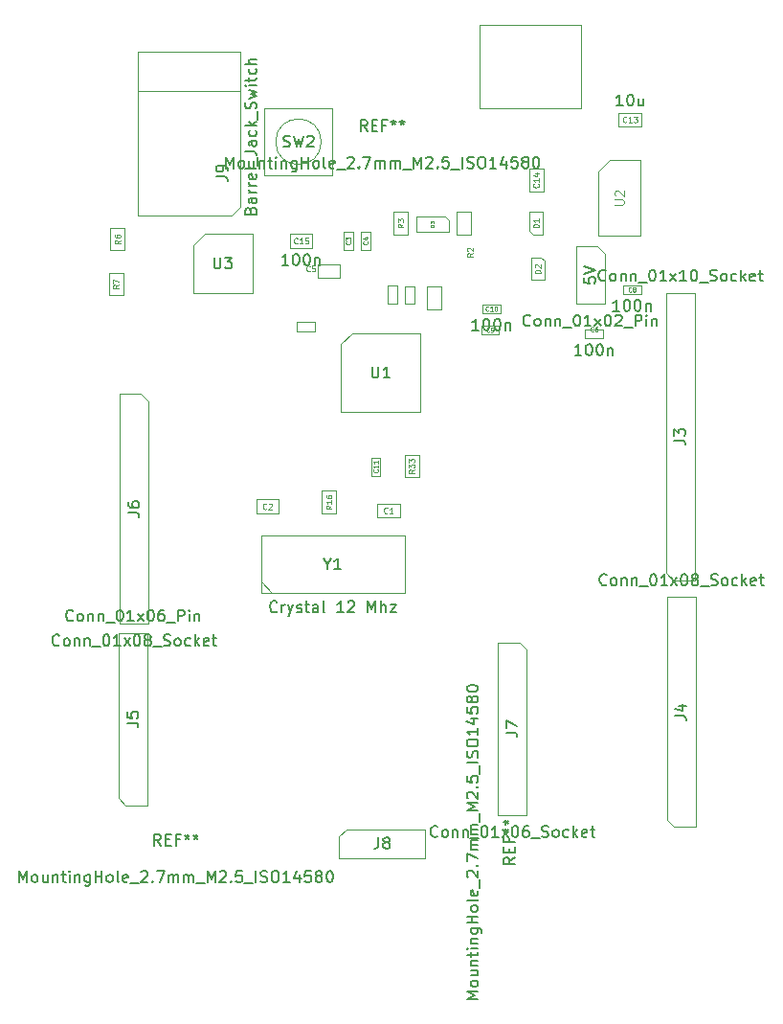
<source format=gbr>
%TF.GenerationSoftware,KiCad,Pcbnew,7.0.10*%
%TF.CreationDate,2024-01-11T23:08:57+05:30*%
%TF.ProjectId,rp2040-basic-m1,72703230-3430-42d6-9261-7369632d6d31,rev?*%
%TF.SameCoordinates,Original*%
%TF.FileFunction,AssemblyDrawing,Top*%
%FSLAX46Y46*%
G04 Gerber Fmt 4.6, Leading zero omitted, Abs format (unit mm)*
G04 Created by KiCad (PCBNEW 7.0.10) date 2024-01-11 23:08:57*
%MOMM*%
%LPD*%
G01*
G04 APERTURE LIST*
%ADD10C,0.150000*%
%ADD11C,0.060000*%
%ADD12C,0.120000*%
%ADD13C,0.080000*%
%ADD14C,0.050000*%
%ADD15C,0.100000*%
G04 APERTURE END LIST*
D10*
X253704760Y-108999580D02*
X253657141Y-109047200D01*
X253657141Y-109047200D02*
X253514284Y-109094819D01*
X253514284Y-109094819D02*
X253419046Y-109094819D01*
X253419046Y-109094819D02*
X253276189Y-109047200D01*
X253276189Y-109047200D02*
X253180951Y-108951961D01*
X253180951Y-108951961D02*
X253133332Y-108856723D01*
X253133332Y-108856723D02*
X253085713Y-108666247D01*
X253085713Y-108666247D02*
X253085713Y-108523390D01*
X253085713Y-108523390D02*
X253133332Y-108332914D01*
X253133332Y-108332914D02*
X253180951Y-108237676D01*
X253180951Y-108237676D02*
X253276189Y-108142438D01*
X253276189Y-108142438D02*
X253419046Y-108094819D01*
X253419046Y-108094819D02*
X253514284Y-108094819D01*
X253514284Y-108094819D02*
X253657141Y-108142438D01*
X253657141Y-108142438D02*
X253704760Y-108190057D01*
X254276189Y-109094819D02*
X254180951Y-109047200D01*
X254180951Y-109047200D02*
X254133332Y-108999580D01*
X254133332Y-108999580D02*
X254085713Y-108904342D01*
X254085713Y-108904342D02*
X254085713Y-108618628D01*
X254085713Y-108618628D02*
X254133332Y-108523390D01*
X254133332Y-108523390D02*
X254180951Y-108475771D01*
X254180951Y-108475771D02*
X254276189Y-108428152D01*
X254276189Y-108428152D02*
X254419046Y-108428152D01*
X254419046Y-108428152D02*
X254514284Y-108475771D01*
X254514284Y-108475771D02*
X254561903Y-108523390D01*
X254561903Y-108523390D02*
X254609522Y-108618628D01*
X254609522Y-108618628D02*
X254609522Y-108904342D01*
X254609522Y-108904342D02*
X254561903Y-108999580D01*
X254561903Y-108999580D02*
X254514284Y-109047200D01*
X254514284Y-109047200D02*
X254419046Y-109094819D01*
X254419046Y-109094819D02*
X254276189Y-109094819D01*
X255038094Y-108428152D02*
X255038094Y-109094819D01*
X255038094Y-108523390D02*
X255085713Y-108475771D01*
X255085713Y-108475771D02*
X255180951Y-108428152D01*
X255180951Y-108428152D02*
X255323808Y-108428152D01*
X255323808Y-108428152D02*
X255419046Y-108475771D01*
X255419046Y-108475771D02*
X255466665Y-108571009D01*
X255466665Y-108571009D02*
X255466665Y-109094819D01*
X255942856Y-108428152D02*
X255942856Y-109094819D01*
X255942856Y-108523390D02*
X255990475Y-108475771D01*
X255990475Y-108475771D02*
X256085713Y-108428152D01*
X256085713Y-108428152D02*
X256228570Y-108428152D01*
X256228570Y-108428152D02*
X256323808Y-108475771D01*
X256323808Y-108475771D02*
X256371427Y-108571009D01*
X256371427Y-108571009D02*
X256371427Y-109094819D01*
X256609523Y-109190057D02*
X257371427Y-109190057D01*
X257799999Y-108094819D02*
X257895237Y-108094819D01*
X257895237Y-108094819D02*
X257990475Y-108142438D01*
X257990475Y-108142438D02*
X258038094Y-108190057D01*
X258038094Y-108190057D02*
X258085713Y-108285295D01*
X258085713Y-108285295D02*
X258133332Y-108475771D01*
X258133332Y-108475771D02*
X258133332Y-108713866D01*
X258133332Y-108713866D02*
X258085713Y-108904342D01*
X258085713Y-108904342D02*
X258038094Y-108999580D01*
X258038094Y-108999580D02*
X257990475Y-109047200D01*
X257990475Y-109047200D02*
X257895237Y-109094819D01*
X257895237Y-109094819D02*
X257799999Y-109094819D01*
X257799999Y-109094819D02*
X257704761Y-109047200D01*
X257704761Y-109047200D02*
X257657142Y-108999580D01*
X257657142Y-108999580D02*
X257609523Y-108904342D01*
X257609523Y-108904342D02*
X257561904Y-108713866D01*
X257561904Y-108713866D02*
X257561904Y-108475771D01*
X257561904Y-108475771D02*
X257609523Y-108285295D01*
X257609523Y-108285295D02*
X257657142Y-108190057D01*
X257657142Y-108190057D02*
X257704761Y-108142438D01*
X257704761Y-108142438D02*
X257799999Y-108094819D01*
X259085713Y-109094819D02*
X258514285Y-109094819D01*
X258799999Y-109094819D02*
X258799999Y-108094819D01*
X258799999Y-108094819D02*
X258704761Y-108237676D01*
X258704761Y-108237676D02*
X258609523Y-108332914D01*
X258609523Y-108332914D02*
X258514285Y-108380533D01*
X259419047Y-109094819D02*
X259942856Y-108428152D01*
X259419047Y-108428152D02*
X259942856Y-109094819D01*
X260514285Y-108094819D02*
X260609523Y-108094819D01*
X260609523Y-108094819D02*
X260704761Y-108142438D01*
X260704761Y-108142438D02*
X260752380Y-108190057D01*
X260752380Y-108190057D02*
X260799999Y-108285295D01*
X260799999Y-108285295D02*
X260847618Y-108475771D01*
X260847618Y-108475771D02*
X260847618Y-108713866D01*
X260847618Y-108713866D02*
X260799999Y-108904342D01*
X260799999Y-108904342D02*
X260752380Y-108999580D01*
X260752380Y-108999580D02*
X260704761Y-109047200D01*
X260704761Y-109047200D02*
X260609523Y-109094819D01*
X260609523Y-109094819D02*
X260514285Y-109094819D01*
X260514285Y-109094819D02*
X260419047Y-109047200D01*
X260419047Y-109047200D02*
X260371428Y-108999580D01*
X260371428Y-108999580D02*
X260323809Y-108904342D01*
X260323809Y-108904342D02*
X260276190Y-108713866D01*
X260276190Y-108713866D02*
X260276190Y-108475771D01*
X260276190Y-108475771D02*
X260323809Y-108285295D01*
X260323809Y-108285295D02*
X260371428Y-108190057D01*
X260371428Y-108190057D02*
X260419047Y-108142438D01*
X260419047Y-108142438D02*
X260514285Y-108094819D01*
X261704761Y-108094819D02*
X261514285Y-108094819D01*
X261514285Y-108094819D02*
X261419047Y-108142438D01*
X261419047Y-108142438D02*
X261371428Y-108190057D01*
X261371428Y-108190057D02*
X261276190Y-108332914D01*
X261276190Y-108332914D02*
X261228571Y-108523390D01*
X261228571Y-108523390D02*
X261228571Y-108904342D01*
X261228571Y-108904342D02*
X261276190Y-108999580D01*
X261276190Y-108999580D02*
X261323809Y-109047200D01*
X261323809Y-109047200D02*
X261419047Y-109094819D01*
X261419047Y-109094819D02*
X261609523Y-109094819D01*
X261609523Y-109094819D02*
X261704761Y-109047200D01*
X261704761Y-109047200D02*
X261752380Y-108999580D01*
X261752380Y-108999580D02*
X261799999Y-108904342D01*
X261799999Y-108904342D02*
X261799999Y-108666247D01*
X261799999Y-108666247D02*
X261752380Y-108571009D01*
X261752380Y-108571009D02*
X261704761Y-108523390D01*
X261704761Y-108523390D02*
X261609523Y-108475771D01*
X261609523Y-108475771D02*
X261419047Y-108475771D01*
X261419047Y-108475771D02*
X261323809Y-108523390D01*
X261323809Y-108523390D02*
X261276190Y-108571009D01*
X261276190Y-108571009D02*
X261228571Y-108666247D01*
X261990476Y-109190057D02*
X262752380Y-109190057D01*
X262942857Y-109047200D02*
X263085714Y-109094819D01*
X263085714Y-109094819D02*
X263323809Y-109094819D01*
X263323809Y-109094819D02*
X263419047Y-109047200D01*
X263419047Y-109047200D02*
X263466666Y-108999580D01*
X263466666Y-108999580D02*
X263514285Y-108904342D01*
X263514285Y-108904342D02*
X263514285Y-108809104D01*
X263514285Y-108809104D02*
X263466666Y-108713866D01*
X263466666Y-108713866D02*
X263419047Y-108666247D01*
X263419047Y-108666247D02*
X263323809Y-108618628D01*
X263323809Y-108618628D02*
X263133333Y-108571009D01*
X263133333Y-108571009D02*
X263038095Y-108523390D01*
X263038095Y-108523390D02*
X262990476Y-108475771D01*
X262990476Y-108475771D02*
X262942857Y-108380533D01*
X262942857Y-108380533D02*
X262942857Y-108285295D01*
X262942857Y-108285295D02*
X262990476Y-108190057D01*
X262990476Y-108190057D02*
X263038095Y-108142438D01*
X263038095Y-108142438D02*
X263133333Y-108094819D01*
X263133333Y-108094819D02*
X263371428Y-108094819D01*
X263371428Y-108094819D02*
X263514285Y-108142438D01*
X264085714Y-109094819D02*
X263990476Y-109047200D01*
X263990476Y-109047200D02*
X263942857Y-108999580D01*
X263942857Y-108999580D02*
X263895238Y-108904342D01*
X263895238Y-108904342D02*
X263895238Y-108618628D01*
X263895238Y-108618628D02*
X263942857Y-108523390D01*
X263942857Y-108523390D02*
X263990476Y-108475771D01*
X263990476Y-108475771D02*
X264085714Y-108428152D01*
X264085714Y-108428152D02*
X264228571Y-108428152D01*
X264228571Y-108428152D02*
X264323809Y-108475771D01*
X264323809Y-108475771D02*
X264371428Y-108523390D01*
X264371428Y-108523390D02*
X264419047Y-108618628D01*
X264419047Y-108618628D02*
X264419047Y-108904342D01*
X264419047Y-108904342D02*
X264371428Y-108999580D01*
X264371428Y-108999580D02*
X264323809Y-109047200D01*
X264323809Y-109047200D02*
X264228571Y-109094819D01*
X264228571Y-109094819D02*
X264085714Y-109094819D01*
X265276190Y-109047200D02*
X265180952Y-109094819D01*
X265180952Y-109094819D02*
X264990476Y-109094819D01*
X264990476Y-109094819D02*
X264895238Y-109047200D01*
X264895238Y-109047200D02*
X264847619Y-108999580D01*
X264847619Y-108999580D02*
X264800000Y-108904342D01*
X264800000Y-108904342D02*
X264800000Y-108618628D01*
X264800000Y-108618628D02*
X264847619Y-108523390D01*
X264847619Y-108523390D02*
X264895238Y-108475771D01*
X264895238Y-108475771D02*
X264990476Y-108428152D01*
X264990476Y-108428152D02*
X265180952Y-108428152D01*
X265180952Y-108428152D02*
X265276190Y-108475771D01*
X265704762Y-109094819D02*
X265704762Y-108094819D01*
X265800000Y-108713866D02*
X266085714Y-109094819D01*
X266085714Y-108428152D02*
X265704762Y-108809104D01*
X266895238Y-109047200D02*
X266800000Y-109094819D01*
X266800000Y-109094819D02*
X266609524Y-109094819D01*
X266609524Y-109094819D02*
X266514286Y-109047200D01*
X266514286Y-109047200D02*
X266466667Y-108951961D01*
X266466667Y-108951961D02*
X266466667Y-108571009D01*
X266466667Y-108571009D02*
X266514286Y-108475771D01*
X266514286Y-108475771D02*
X266609524Y-108428152D01*
X266609524Y-108428152D02*
X266800000Y-108428152D01*
X266800000Y-108428152D02*
X266895238Y-108475771D01*
X266895238Y-108475771D02*
X266942857Y-108571009D01*
X266942857Y-108571009D02*
X266942857Y-108666247D01*
X266942857Y-108666247D02*
X266466667Y-108761485D01*
X267228572Y-108428152D02*
X267609524Y-108428152D01*
X267371429Y-108094819D02*
X267371429Y-108951961D01*
X267371429Y-108951961D02*
X267419048Y-109047200D01*
X267419048Y-109047200D02*
X267514286Y-109094819D01*
X267514286Y-109094819D02*
X267609524Y-109094819D01*
X259754819Y-99853333D02*
X260469104Y-99853333D01*
X260469104Y-99853333D02*
X260611961Y-99900952D01*
X260611961Y-99900952D02*
X260707200Y-99996190D01*
X260707200Y-99996190D02*
X260754819Y-100139047D01*
X260754819Y-100139047D02*
X260754819Y-100234285D01*
X259754819Y-99472380D02*
X259754819Y-98805714D01*
X259754819Y-98805714D02*
X260754819Y-99234285D01*
X234986667Y-49954819D02*
X234986667Y-48954819D01*
X234986667Y-48954819D02*
X235320000Y-49669104D01*
X235320000Y-49669104D02*
X235653333Y-48954819D01*
X235653333Y-48954819D02*
X235653333Y-49954819D01*
X236272381Y-49954819D02*
X236177143Y-49907200D01*
X236177143Y-49907200D02*
X236129524Y-49859580D01*
X236129524Y-49859580D02*
X236081905Y-49764342D01*
X236081905Y-49764342D02*
X236081905Y-49478628D01*
X236081905Y-49478628D02*
X236129524Y-49383390D01*
X236129524Y-49383390D02*
X236177143Y-49335771D01*
X236177143Y-49335771D02*
X236272381Y-49288152D01*
X236272381Y-49288152D02*
X236415238Y-49288152D01*
X236415238Y-49288152D02*
X236510476Y-49335771D01*
X236510476Y-49335771D02*
X236558095Y-49383390D01*
X236558095Y-49383390D02*
X236605714Y-49478628D01*
X236605714Y-49478628D02*
X236605714Y-49764342D01*
X236605714Y-49764342D02*
X236558095Y-49859580D01*
X236558095Y-49859580D02*
X236510476Y-49907200D01*
X236510476Y-49907200D02*
X236415238Y-49954819D01*
X236415238Y-49954819D02*
X236272381Y-49954819D01*
X237462857Y-49288152D02*
X237462857Y-49954819D01*
X237034286Y-49288152D02*
X237034286Y-49811961D01*
X237034286Y-49811961D02*
X237081905Y-49907200D01*
X237081905Y-49907200D02*
X237177143Y-49954819D01*
X237177143Y-49954819D02*
X237320000Y-49954819D01*
X237320000Y-49954819D02*
X237415238Y-49907200D01*
X237415238Y-49907200D02*
X237462857Y-49859580D01*
X237939048Y-49288152D02*
X237939048Y-49954819D01*
X237939048Y-49383390D02*
X237986667Y-49335771D01*
X237986667Y-49335771D02*
X238081905Y-49288152D01*
X238081905Y-49288152D02*
X238224762Y-49288152D01*
X238224762Y-49288152D02*
X238320000Y-49335771D01*
X238320000Y-49335771D02*
X238367619Y-49431009D01*
X238367619Y-49431009D02*
X238367619Y-49954819D01*
X238700953Y-49288152D02*
X239081905Y-49288152D01*
X238843810Y-48954819D02*
X238843810Y-49811961D01*
X238843810Y-49811961D02*
X238891429Y-49907200D01*
X238891429Y-49907200D02*
X238986667Y-49954819D01*
X238986667Y-49954819D02*
X239081905Y-49954819D01*
X239415239Y-49954819D02*
X239415239Y-49288152D01*
X239415239Y-48954819D02*
X239367620Y-49002438D01*
X239367620Y-49002438D02*
X239415239Y-49050057D01*
X239415239Y-49050057D02*
X239462858Y-49002438D01*
X239462858Y-49002438D02*
X239415239Y-48954819D01*
X239415239Y-48954819D02*
X239415239Y-49050057D01*
X239891429Y-49288152D02*
X239891429Y-49954819D01*
X239891429Y-49383390D02*
X239939048Y-49335771D01*
X239939048Y-49335771D02*
X240034286Y-49288152D01*
X240034286Y-49288152D02*
X240177143Y-49288152D01*
X240177143Y-49288152D02*
X240272381Y-49335771D01*
X240272381Y-49335771D02*
X240320000Y-49431009D01*
X240320000Y-49431009D02*
X240320000Y-49954819D01*
X241224762Y-49288152D02*
X241224762Y-50097676D01*
X241224762Y-50097676D02*
X241177143Y-50192914D01*
X241177143Y-50192914D02*
X241129524Y-50240533D01*
X241129524Y-50240533D02*
X241034286Y-50288152D01*
X241034286Y-50288152D02*
X240891429Y-50288152D01*
X240891429Y-50288152D02*
X240796191Y-50240533D01*
X241224762Y-49907200D02*
X241129524Y-49954819D01*
X241129524Y-49954819D02*
X240939048Y-49954819D01*
X240939048Y-49954819D02*
X240843810Y-49907200D01*
X240843810Y-49907200D02*
X240796191Y-49859580D01*
X240796191Y-49859580D02*
X240748572Y-49764342D01*
X240748572Y-49764342D02*
X240748572Y-49478628D01*
X240748572Y-49478628D02*
X240796191Y-49383390D01*
X240796191Y-49383390D02*
X240843810Y-49335771D01*
X240843810Y-49335771D02*
X240939048Y-49288152D01*
X240939048Y-49288152D02*
X241129524Y-49288152D01*
X241129524Y-49288152D02*
X241224762Y-49335771D01*
X241700953Y-49954819D02*
X241700953Y-48954819D01*
X241700953Y-49431009D02*
X242272381Y-49431009D01*
X242272381Y-49954819D02*
X242272381Y-48954819D01*
X242891429Y-49954819D02*
X242796191Y-49907200D01*
X242796191Y-49907200D02*
X242748572Y-49859580D01*
X242748572Y-49859580D02*
X242700953Y-49764342D01*
X242700953Y-49764342D02*
X242700953Y-49478628D01*
X242700953Y-49478628D02*
X242748572Y-49383390D01*
X242748572Y-49383390D02*
X242796191Y-49335771D01*
X242796191Y-49335771D02*
X242891429Y-49288152D01*
X242891429Y-49288152D02*
X243034286Y-49288152D01*
X243034286Y-49288152D02*
X243129524Y-49335771D01*
X243129524Y-49335771D02*
X243177143Y-49383390D01*
X243177143Y-49383390D02*
X243224762Y-49478628D01*
X243224762Y-49478628D02*
X243224762Y-49764342D01*
X243224762Y-49764342D02*
X243177143Y-49859580D01*
X243177143Y-49859580D02*
X243129524Y-49907200D01*
X243129524Y-49907200D02*
X243034286Y-49954819D01*
X243034286Y-49954819D02*
X242891429Y-49954819D01*
X243796191Y-49954819D02*
X243700953Y-49907200D01*
X243700953Y-49907200D02*
X243653334Y-49811961D01*
X243653334Y-49811961D02*
X243653334Y-48954819D01*
X244558096Y-49907200D02*
X244462858Y-49954819D01*
X244462858Y-49954819D02*
X244272382Y-49954819D01*
X244272382Y-49954819D02*
X244177144Y-49907200D01*
X244177144Y-49907200D02*
X244129525Y-49811961D01*
X244129525Y-49811961D02*
X244129525Y-49431009D01*
X244129525Y-49431009D02*
X244177144Y-49335771D01*
X244177144Y-49335771D02*
X244272382Y-49288152D01*
X244272382Y-49288152D02*
X244462858Y-49288152D01*
X244462858Y-49288152D02*
X244558096Y-49335771D01*
X244558096Y-49335771D02*
X244605715Y-49431009D01*
X244605715Y-49431009D02*
X244605715Y-49526247D01*
X244605715Y-49526247D02*
X244129525Y-49621485D01*
X244796192Y-50050057D02*
X245558096Y-50050057D01*
X245748573Y-49050057D02*
X245796192Y-49002438D01*
X245796192Y-49002438D02*
X245891430Y-48954819D01*
X245891430Y-48954819D02*
X246129525Y-48954819D01*
X246129525Y-48954819D02*
X246224763Y-49002438D01*
X246224763Y-49002438D02*
X246272382Y-49050057D01*
X246272382Y-49050057D02*
X246320001Y-49145295D01*
X246320001Y-49145295D02*
X246320001Y-49240533D01*
X246320001Y-49240533D02*
X246272382Y-49383390D01*
X246272382Y-49383390D02*
X245700954Y-49954819D01*
X245700954Y-49954819D02*
X246320001Y-49954819D01*
X246748573Y-49859580D02*
X246796192Y-49907200D01*
X246796192Y-49907200D02*
X246748573Y-49954819D01*
X246748573Y-49954819D02*
X246700954Y-49907200D01*
X246700954Y-49907200D02*
X246748573Y-49859580D01*
X246748573Y-49859580D02*
X246748573Y-49954819D01*
X247129525Y-48954819D02*
X247796191Y-48954819D01*
X247796191Y-48954819D02*
X247367620Y-49954819D01*
X248177144Y-49954819D02*
X248177144Y-49288152D01*
X248177144Y-49383390D02*
X248224763Y-49335771D01*
X248224763Y-49335771D02*
X248320001Y-49288152D01*
X248320001Y-49288152D02*
X248462858Y-49288152D01*
X248462858Y-49288152D02*
X248558096Y-49335771D01*
X248558096Y-49335771D02*
X248605715Y-49431009D01*
X248605715Y-49431009D02*
X248605715Y-49954819D01*
X248605715Y-49431009D02*
X248653334Y-49335771D01*
X248653334Y-49335771D02*
X248748572Y-49288152D01*
X248748572Y-49288152D02*
X248891429Y-49288152D01*
X248891429Y-49288152D02*
X248986668Y-49335771D01*
X248986668Y-49335771D02*
X249034287Y-49431009D01*
X249034287Y-49431009D02*
X249034287Y-49954819D01*
X249510477Y-49954819D02*
X249510477Y-49288152D01*
X249510477Y-49383390D02*
X249558096Y-49335771D01*
X249558096Y-49335771D02*
X249653334Y-49288152D01*
X249653334Y-49288152D02*
X249796191Y-49288152D01*
X249796191Y-49288152D02*
X249891429Y-49335771D01*
X249891429Y-49335771D02*
X249939048Y-49431009D01*
X249939048Y-49431009D02*
X249939048Y-49954819D01*
X249939048Y-49431009D02*
X249986667Y-49335771D01*
X249986667Y-49335771D02*
X250081905Y-49288152D01*
X250081905Y-49288152D02*
X250224762Y-49288152D01*
X250224762Y-49288152D02*
X250320001Y-49335771D01*
X250320001Y-49335771D02*
X250367620Y-49431009D01*
X250367620Y-49431009D02*
X250367620Y-49954819D01*
X250605715Y-50050057D02*
X251367619Y-50050057D01*
X251605715Y-49954819D02*
X251605715Y-48954819D01*
X251605715Y-48954819D02*
X251939048Y-49669104D01*
X251939048Y-49669104D02*
X252272381Y-48954819D01*
X252272381Y-48954819D02*
X252272381Y-49954819D01*
X252700953Y-49050057D02*
X252748572Y-49002438D01*
X252748572Y-49002438D02*
X252843810Y-48954819D01*
X252843810Y-48954819D02*
X253081905Y-48954819D01*
X253081905Y-48954819D02*
X253177143Y-49002438D01*
X253177143Y-49002438D02*
X253224762Y-49050057D01*
X253224762Y-49050057D02*
X253272381Y-49145295D01*
X253272381Y-49145295D02*
X253272381Y-49240533D01*
X253272381Y-49240533D02*
X253224762Y-49383390D01*
X253224762Y-49383390D02*
X252653334Y-49954819D01*
X252653334Y-49954819D02*
X253272381Y-49954819D01*
X253700953Y-49859580D02*
X253748572Y-49907200D01*
X253748572Y-49907200D02*
X253700953Y-49954819D01*
X253700953Y-49954819D02*
X253653334Y-49907200D01*
X253653334Y-49907200D02*
X253700953Y-49859580D01*
X253700953Y-49859580D02*
X253700953Y-49954819D01*
X254653333Y-48954819D02*
X254177143Y-48954819D01*
X254177143Y-48954819D02*
X254129524Y-49431009D01*
X254129524Y-49431009D02*
X254177143Y-49383390D01*
X254177143Y-49383390D02*
X254272381Y-49335771D01*
X254272381Y-49335771D02*
X254510476Y-49335771D01*
X254510476Y-49335771D02*
X254605714Y-49383390D01*
X254605714Y-49383390D02*
X254653333Y-49431009D01*
X254653333Y-49431009D02*
X254700952Y-49526247D01*
X254700952Y-49526247D02*
X254700952Y-49764342D01*
X254700952Y-49764342D02*
X254653333Y-49859580D01*
X254653333Y-49859580D02*
X254605714Y-49907200D01*
X254605714Y-49907200D02*
X254510476Y-49954819D01*
X254510476Y-49954819D02*
X254272381Y-49954819D01*
X254272381Y-49954819D02*
X254177143Y-49907200D01*
X254177143Y-49907200D02*
X254129524Y-49859580D01*
X254891429Y-50050057D02*
X255653333Y-50050057D01*
X255891429Y-49954819D02*
X255891429Y-48954819D01*
X256320000Y-49907200D02*
X256462857Y-49954819D01*
X256462857Y-49954819D02*
X256700952Y-49954819D01*
X256700952Y-49954819D02*
X256796190Y-49907200D01*
X256796190Y-49907200D02*
X256843809Y-49859580D01*
X256843809Y-49859580D02*
X256891428Y-49764342D01*
X256891428Y-49764342D02*
X256891428Y-49669104D01*
X256891428Y-49669104D02*
X256843809Y-49573866D01*
X256843809Y-49573866D02*
X256796190Y-49526247D01*
X256796190Y-49526247D02*
X256700952Y-49478628D01*
X256700952Y-49478628D02*
X256510476Y-49431009D01*
X256510476Y-49431009D02*
X256415238Y-49383390D01*
X256415238Y-49383390D02*
X256367619Y-49335771D01*
X256367619Y-49335771D02*
X256320000Y-49240533D01*
X256320000Y-49240533D02*
X256320000Y-49145295D01*
X256320000Y-49145295D02*
X256367619Y-49050057D01*
X256367619Y-49050057D02*
X256415238Y-49002438D01*
X256415238Y-49002438D02*
X256510476Y-48954819D01*
X256510476Y-48954819D02*
X256748571Y-48954819D01*
X256748571Y-48954819D02*
X256891428Y-49002438D01*
X257510476Y-48954819D02*
X257700952Y-48954819D01*
X257700952Y-48954819D02*
X257796190Y-49002438D01*
X257796190Y-49002438D02*
X257891428Y-49097676D01*
X257891428Y-49097676D02*
X257939047Y-49288152D01*
X257939047Y-49288152D02*
X257939047Y-49621485D01*
X257939047Y-49621485D02*
X257891428Y-49811961D01*
X257891428Y-49811961D02*
X257796190Y-49907200D01*
X257796190Y-49907200D02*
X257700952Y-49954819D01*
X257700952Y-49954819D02*
X257510476Y-49954819D01*
X257510476Y-49954819D02*
X257415238Y-49907200D01*
X257415238Y-49907200D02*
X257320000Y-49811961D01*
X257320000Y-49811961D02*
X257272381Y-49621485D01*
X257272381Y-49621485D02*
X257272381Y-49288152D01*
X257272381Y-49288152D02*
X257320000Y-49097676D01*
X257320000Y-49097676D02*
X257415238Y-49002438D01*
X257415238Y-49002438D02*
X257510476Y-48954819D01*
X258891428Y-49954819D02*
X258320000Y-49954819D01*
X258605714Y-49954819D02*
X258605714Y-48954819D01*
X258605714Y-48954819D02*
X258510476Y-49097676D01*
X258510476Y-49097676D02*
X258415238Y-49192914D01*
X258415238Y-49192914D02*
X258320000Y-49240533D01*
X259748571Y-49288152D02*
X259748571Y-49954819D01*
X259510476Y-48907200D02*
X259272381Y-49621485D01*
X259272381Y-49621485D02*
X259891428Y-49621485D01*
X260748571Y-48954819D02*
X260272381Y-48954819D01*
X260272381Y-48954819D02*
X260224762Y-49431009D01*
X260224762Y-49431009D02*
X260272381Y-49383390D01*
X260272381Y-49383390D02*
X260367619Y-49335771D01*
X260367619Y-49335771D02*
X260605714Y-49335771D01*
X260605714Y-49335771D02*
X260700952Y-49383390D01*
X260700952Y-49383390D02*
X260748571Y-49431009D01*
X260748571Y-49431009D02*
X260796190Y-49526247D01*
X260796190Y-49526247D02*
X260796190Y-49764342D01*
X260796190Y-49764342D02*
X260748571Y-49859580D01*
X260748571Y-49859580D02*
X260700952Y-49907200D01*
X260700952Y-49907200D02*
X260605714Y-49954819D01*
X260605714Y-49954819D02*
X260367619Y-49954819D01*
X260367619Y-49954819D02*
X260272381Y-49907200D01*
X260272381Y-49907200D02*
X260224762Y-49859580D01*
X261367619Y-49383390D02*
X261272381Y-49335771D01*
X261272381Y-49335771D02*
X261224762Y-49288152D01*
X261224762Y-49288152D02*
X261177143Y-49192914D01*
X261177143Y-49192914D02*
X261177143Y-49145295D01*
X261177143Y-49145295D02*
X261224762Y-49050057D01*
X261224762Y-49050057D02*
X261272381Y-49002438D01*
X261272381Y-49002438D02*
X261367619Y-48954819D01*
X261367619Y-48954819D02*
X261558095Y-48954819D01*
X261558095Y-48954819D02*
X261653333Y-49002438D01*
X261653333Y-49002438D02*
X261700952Y-49050057D01*
X261700952Y-49050057D02*
X261748571Y-49145295D01*
X261748571Y-49145295D02*
X261748571Y-49192914D01*
X261748571Y-49192914D02*
X261700952Y-49288152D01*
X261700952Y-49288152D02*
X261653333Y-49335771D01*
X261653333Y-49335771D02*
X261558095Y-49383390D01*
X261558095Y-49383390D02*
X261367619Y-49383390D01*
X261367619Y-49383390D02*
X261272381Y-49431009D01*
X261272381Y-49431009D02*
X261224762Y-49478628D01*
X261224762Y-49478628D02*
X261177143Y-49573866D01*
X261177143Y-49573866D02*
X261177143Y-49764342D01*
X261177143Y-49764342D02*
X261224762Y-49859580D01*
X261224762Y-49859580D02*
X261272381Y-49907200D01*
X261272381Y-49907200D02*
X261367619Y-49954819D01*
X261367619Y-49954819D02*
X261558095Y-49954819D01*
X261558095Y-49954819D02*
X261653333Y-49907200D01*
X261653333Y-49907200D02*
X261700952Y-49859580D01*
X261700952Y-49859580D02*
X261748571Y-49764342D01*
X261748571Y-49764342D02*
X261748571Y-49573866D01*
X261748571Y-49573866D02*
X261700952Y-49478628D01*
X261700952Y-49478628D02*
X261653333Y-49431009D01*
X261653333Y-49431009D02*
X261558095Y-49383390D01*
X262367619Y-48954819D02*
X262462857Y-48954819D01*
X262462857Y-48954819D02*
X262558095Y-49002438D01*
X262558095Y-49002438D02*
X262605714Y-49050057D01*
X262605714Y-49050057D02*
X262653333Y-49145295D01*
X262653333Y-49145295D02*
X262700952Y-49335771D01*
X262700952Y-49335771D02*
X262700952Y-49573866D01*
X262700952Y-49573866D02*
X262653333Y-49764342D01*
X262653333Y-49764342D02*
X262605714Y-49859580D01*
X262605714Y-49859580D02*
X262558095Y-49907200D01*
X262558095Y-49907200D02*
X262462857Y-49954819D01*
X262462857Y-49954819D02*
X262367619Y-49954819D01*
X262367619Y-49954819D02*
X262272381Y-49907200D01*
X262272381Y-49907200D02*
X262224762Y-49859580D01*
X262224762Y-49859580D02*
X262177143Y-49764342D01*
X262177143Y-49764342D02*
X262129524Y-49573866D01*
X262129524Y-49573866D02*
X262129524Y-49335771D01*
X262129524Y-49335771D02*
X262177143Y-49145295D01*
X262177143Y-49145295D02*
X262224762Y-49050057D01*
X262224762Y-49050057D02*
X262272381Y-49002438D01*
X262272381Y-49002438D02*
X262367619Y-48954819D01*
X247486666Y-46704819D02*
X247153333Y-46228628D01*
X246915238Y-46704819D02*
X246915238Y-45704819D01*
X246915238Y-45704819D02*
X247296190Y-45704819D01*
X247296190Y-45704819D02*
X247391428Y-45752438D01*
X247391428Y-45752438D02*
X247439047Y-45800057D01*
X247439047Y-45800057D02*
X247486666Y-45895295D01*
X247486666Y-45895295D02*
X247486666Y-46038152D01*
X247486666Y-46038152D02*
X247439047Y-46133390D01*
X247439047Y-46133390D02*
X247391428Y-46181009D01*
X247391428Y-46181009D02*
X247296190Y-46228628D01*
X247296190Y-46228628D02*
X246915238Y-46228628D01*
X247915238Y-46181009D02*
X248248571Y-46181009D01*
X248391428Y-46704819D02*
X247915238Y-46704819D01*
X247915238Y-46704819D02*
X247915238Y-45704819D01*
X247915238Y-45704819D02*
X248391428Y-45704819D01*
X249153333Y-46181009D02*
X248820000Y-46181009D01*
X248820000Y-46704819D02*
X248820000Y-45704819D01*
X248820000Y-45704819D02*
X249296190Y-45704819D01*
X249820000Y-45704819D02*
X249820000Y-45942914D01*
X249581905Y-45847676D02*
X249820000Y-45942914D01*
X249820000Y-45942914D02*
X250058095Y-45847676D01*
X249677143Y-46133390D02*
X249820000Y-45942914D01*
X249820000Y-45942914D02*
X249962857Y-46133390D01*
X250581905Y-45704819D02*
X250581905Y-45942914D01*
X250343810Y-45847676D02*
X250581905Y-45942914D01*
X250581905Y-45942914D02*
X250820000Y-45847676D01*
X250439048Y-46133390D02*
X250581905Y-45942914D01*
X250581905Y-45942914D02*
X250724762Y-46133390D01*
X257284819Y-123373332D02*
X256284819Y-123373332D01*
X256284819Y-123373332D02*
X256999104Y-123039999D01*
X256999104Y-123039999D02*
X256284819Y-122706666D01*
X256284819Y-122706666D02*
X257284819Y-122706666D01*
X257284819Y-122087618D02*
X257237200Y-122182856D01*
X257237200Y-122182856D02*
X257189580Y-122230475D01*
X257189580Y-122230475D02*
X257094342Y-122278094D01*
X257094342Y-122278094D02*
X256808628Y-122278094D01*
X256808628Y-122278094D02*
X256713390Y-122230475D01*
X256713390Y-122230475D02*
X256665771Y-122182856D01*
X256665771Y-122182856D02*
X256618152Y-122087618D01*
X256618152Y-122087618D02*
X256618152Y-121944761D01*
X256618152Y-121944761D02*
X256665771Y-121849523D01*
X256665771Y-121849523D02*
X256713390Y-121801904D01*
X256713390Y-121801904D02*
X256808628Y-121754285D01*
X256808628Y-121754285D02*
X257094342Y-121754285D01*
X257094342Y-121754285D02*
X257189580Y-121801904D01*
X257189580Y-121801904D02*
X257237200Y-121849523D01*
X257237200Y-121849523D02*
X257284819Y-121944761D01*
X257284819Y-121944761D02*
X257284819Y-122087618D01*
X256618152Y-120897142D02*
X257284819Y-120897142D01*
X256618152Y-121325713D02*
X257141961Y-121325713D01*
X257141961Y-121325713D02*
X257237200Y-121278094D01*
X257237200Y-121278094D02*
X257284819Y-121182856D01*
X257284819Y-121182856D02*
X257284819Y-121039999D01*
X257284819Y-121039999D02*
X257237200Y-120944761D01*
X257237200Y-120944761D02*
X257189580Y-120897142D01*
X256618152Y-120420951D02*
X257284819Y-120420951D01*
X256713390Y-120420951D02*
X256665771Y-120373332D01*
X256665771Y-120373332D02*
X256618152Y-120278094D01*
X256618152Y-120278094D02*
X256618152Y-120135237D01*
X256618152Y-120135237D02*
X256665771Y-120039999D01*
X256665771Y-120039999D02*
X256761009Y-119992380D01*
X256761009Y-119992380D02*
X257284819Y-119992380D01*
X256618152Y-119659046D02*
X256618152Y-119278094D01*
X256284819Y-119516189D02*
X257141961Y-119516189D01*
X257141961Y-119516189D02*
X257237200Y-119468570D01*
X257237200Y-119468570D02*
X257284819Y-119373332D01*
X257284819Y-119373332D02*
X257284819Y-119278094D01*
X257284819Y-118944760D02*
X256618152Y-118944760D01*
X256284819Y-118944760D02*
X256332438Y-118992379D01*
X256332438Y-118992379D02*
X256380057Y-118944760D01*
X256380057Y-118944760D02*
X256332438Y-118897141D01*
X256332438Y-118897141D02*
X256284819Y-118944760D01*
X256284819Y-118944760D02*
X256380057Y-118944760D01*
X256618152Y-118468570D02*
X257284819Y-118468570D01*
X256713390Y-118468570D02*
X256665771Y-118420951D01*
X256665771Y-118420951D02*
X256618152Y-118325713D01*
X256618152Y-118325713D02*
X256618152Y-118182856D01*
X256618152Y-118182856D02*
X256665771Y-118087618D01*
X256665771Y-118087618D02*
X256761009Y-118039999D01*
X256761009Y-118039999D02*
X257284819Y-118039999D01*
X256618152Y-117135237D02*
X257427676Y-117135237D01*
X257427676Y-117135237D02*
X257522914Y-117182856D01*
X257522914Y-117182856D02*
X257570533Y-117230475D01*
X257570533Y-117230475D02*
X257618152Y-117325713D01*
X257618152Y-117325713D02*
X257618152Y-117468570D01*
X257618152Y-117468570D02*
X257570533Y-117563808D01*
X257237200Y-117135237D02*
X257284819Y-117230475D01*
X257284819Y-117230475D02*
X257284819Y-117420951D01*
X257284819Y-117420951D02*
X257237200Y-117516189D01*
X257237200Y-117516189D02*
X257189580Y-117563808D01*
X257189580Y-117563808D02*
X257094342Y-117611427D01*
X257094342Y-117611427D02*
X256808628Y-117611427D01*
X256808628Y-117611427D02*
X256713390Y-117563808D01*
X256713390Y-117563808D02*
X256665771Y-117516189D01*
X256665771Y-117516189D02*
X256618152Y-117420951D01*
X256618152Y-117420951D02*
X256618152Y-117230475D01*
X256618152Y-117230475D02*
X256665771Y-117135237D01*
X257284819Y-116659046D02*
X256284819Y-116659046D01*
X256761009Y-116659046D02*
X256761009Y-116087618D01*
X257284819Y-116087618D02*
X256284819Y-116087618D01*
X257284819Y-115468570D02*
X257237200Y-115563808D01*
X257237200Y-115563808D02*
X257189580Y-115611427D01*
X257189580Y-115611427D02*
X257094342Y-115659046D01*
X257094342Y-115659046D02*
X256808628Y-115659046D01*
X256808628Y-115659046D02*
X256713390Y-115611427D01*
X256713390Y-115611427D02*
X256665771Y-115563808D01*
X256665771Y-115563808D02*
X256618152Y-115468570D01*
X256618152Y-115468570D02*
X256618152Y-115325713D01*
X256618152Y-115325713D02*
X256665771Y-115230475D01*
X256665771Y-115230475D02*
X256713390Y-115182856D01*
X256713390Y-115182856D02*
X256808628Y-115135237D01*
X256808628Y-115135237D02*
X257094342Y-115135237D01*
X257094342Y-115135237D02*
X257189580Y-115182856D01*
X257189580Y-115182856D02*
X257237200Y-115230475D01*
X257237200Y-115230475D02*
X257284819Y-115325713D01*
X257284819Y-115325713D02*
X257284819Y-115468570D01*
X257284819Y-114563808D02*
X257237200Y-114659046D01*
X257237200Y-114659046D02*
X257141961Y-114706665D01*
X257141961Y-114706665D02*
X256284819Y-114706665D01*
X257237200Y-113801903D02*
X257284819Y-113897141D01*
X257284819Y-113897141D02*
X257284819Y-114087617D01*
X257284819Y-114087617D02*
X257237200Y-114182855D01*
X257237200Y-114182855D02*
X257141961Y-114230474D01*
X257141961Y-114230474D02*
X256761009Y-114230474D01*
X256761009Y-114230474D02*
X256665771Y-114182855D01*
X256665771Y-114182855D02*
X256618152Y-114087617D01*
X256618152Y-114087617D02*
X256618152Y-113897141D01*
X256618152Y-113897141D02*
X256665771Y-113801903D01*
X256665771Y-113801903D02*
X256761009Y-113754284D01*
X256761009Y-113754284D02*
X256856247Y-113754284D01*
X256856247Y-113754284D02*
X256951485Y-114230474D01*
X257380057Y-113563808D02*
X257380057Y-112801903D01*
X256380057Y-112611426D02*
X256332438Y-112563807D01*
X256332438Y-112563807D02*
X256284819Y-112468569D01*
X256284819Y-112468569D02*
X256284819Y-112230474D01*
X256284819Y-112230474D02*
X256332438Y-112135236D01*
X256332438Y-112135236D02*
X256380057Y-112087617D01*
X256380057Y-112087617D02*
X256475295Y-112039998D01*
X256475295Y-112039998D02*
X256570533Y-112039998D01*
X256570533Y-112039998D02*
X256713390Y-112087617D01*
X256713390Y-112087617D02*
X257284819Y-112659045D01*
X257284819Y-112659045D02*
X257284819Y-112039998D01*
X257189580Y-111611426D02*
X257237200Y-111563807D01*
X257237200Y-111563807D02*
X257284819Y-111611426D01*
X257284819Y-111611426D02*
X257237200Y-111659045D01*
X257237200Y-111659045D02*
X257189580Y-111611426D01*
X257189580Y-111611426D02*
X257284819Y-111611426D01*
X256284819Y-111230474D02*
X256284819Y-110563808D01*
X256284819Y-110563808D02*
X257284819Y-110992379D01*
X257284819Y-110182855D02*
X256618152Y-110182855D01*
X256713390Y-110182855D02*
X256665771Y-110135236D01*
X256665771Y-110135236D02*
X256618152Y-110039998D01*
X256618152Y-110039998D02*
X256618152Y-109897141D01*
X256618152Y-109897141D02*
X256665771Y-109801903D01*
X256665771Y-109801903D02*
X256761009Y-109754284D01*
X256761009Y-109754284D02*
X257284819Y-109754284D01*
X256761009Y-109754284D02*
X256665771Y-109706665D01*
X256665771Y-109706665D02*
X256618152Y-109611427D01*
X256618152Y-109611427D02*
X256618152Y-109468570D01*
X256618152Y-109468570D02*
X256665771Y-109373331D01*
X256665771Y-109373331D02*
X256761009Y-109325712D01*
X256761009Y-109325712D02*
X257284819Y-109325712D01*
X257284819Y-108849522D02*
X256618152Y-108849522D01*
X256713390Y-108849522D02*
X256665771Y-108801903D01*
X256665771Y-108801903D02*
X256618152Y-108706665D01*
X256618152Y-108706665D02*
X256618152Y-108563808D01*
X256618152Y-108563808D02*
X256665771Y-108468570D01*
X256665771Y-108468570D02*
X256761009Y-108420951D01*
X256761009Y-108420951D02*
X257284819Y-108420951D01*
X256761009Y-108420951D02*
X256665771Y-108373332D01*
X256665771Y-108373332D02*
X256618152Y-108278094D01*
X256618152Y-108278094D02*
X256618152Y-108135237D01*
X256618152Y-108135237D02*
X256665771Y-108039998D01*
X256665771Y-108039998D02*
X256761009Y-107992379D01*
X256761009Y-107992379D02*
X257284819Y-107992379D01*
X257380057Y-107754285D02*
X257380057Y-106992380D01*
X257284819Y-106754284D02*
X256284819Y-106754284D01*
X256284819Y-106754284D02*
X256999104Y-106420951D01*
X256999104Y-106420951D02*
X256284819Y-106087618D01*
X256284819Y-106087618D02*
X257284819Y-106087618D01*
X256380057Y-105659046D02*
X256332438Y-105611427D01*
X256332438Y-105611427D02*
X256284819Y-105516189D01*
X256284819Y-105516189D02*
X256284819Y-105278094D01*
X256284819Y-105278094D02*
X256332438Y-105182856D01*
X256332438Y-105182856D02*
X256380057Y-105135237D01*
X256380057Y-105135237D02*
X256475295Y-105087618D01*
X256475295Y-105087618D02*
X256570533Y-105087618D01*
X256570533Y-105087618D02*
X256713390Y-105135237D01*
X256713390Y-105135237D02*
X257284819Y-105706665D01*
X257284819Y-105706665D02*
X257284819Y-105087618D01*
X257189580Y-104659046D02*
X257237200Y-104611427D01*
X257237200Y-104611427D02*
X257284819Y-104659046D01*
X257284819Y-104659046D02*
X257237200Y-104706665D01*
X257237200Y-104706665D02*
X257189580Y-104659046D01*
X257189580Y-104659046D02*
X257284819Y-104659046D01*
X256284819Y-103706666D02*
X256284819Y-104182856D01*
X256284819Y-104182856D02*
X256761009Y-104230475D01*
X256761009Y-104230475D02*
X256713390Y-104182856D01*
X256713390Y-104182856D02*
X256665771Y-104087618D01*
X256665771Y-104087618D02*
X256665771Y-103849523D01*
X256665771Y-103849523D02*
X256713390Y-103754285D01*
X256713390Y-103754285D02*
X256761009Y-103706666D01*
X256761009Y-103706666D02*
X256856247Y-103659047D01*
X256856247Y-103659047D02*
X257094342Y-103659047D01*
X257094342Y-103659047D02*
X257189580Y-103706666D01*
X257189580Y-103706666D02*
X257237200Y-103754285D01*
X257237200Y-103754285D02*
X257284819Y-103849523D01*
X257284819Y-103849523D02*
X257284819Y-104087618D01*
X257284819Y-104087618D02*
X257237200Y-104182856D01*
X257237200Y-104182856D02*
X257189580Y-104230475D01*
X257380057Y-103468571D02*
X257380057Y-102706666D01*
X257284819Y-102468570D02*
X256284819Y-102468570D01*
X257237200Y-102039999D02*
X257284819Y-101897142D01*
X257284819Y-101897142D02*
X257284819Y-101659047D01*
X257284819Y-101659047D02*
X257237200Y-101563809D01*
X257237200Y-101563809D02*
X257189580Y-101516190D01*
X257189580Y-101516190D02*
X257094342Y-101468571D01*
X257094342Y-101468571D02*
X256999104Y-101468571D01*
X256999104Y-101468571D02*
X256903866Y-101516190D01*
X256903866Y-101516190D02*
X256856247Y-101563809D01*
X256856247Y-101563809D02*
X256808628Y-101659047D01*
X256808628Y-101659047D02*
X256761009Y-101849523D01*
X256761009Y-101849523D02*
X256713390Y-101944761D01*
X256713390Y-101944761D02*
X256665771Y-101992380D01*
X256665771Y-101992380D02*
X256570533Y-102039999D01*
X256570533Y-102039999D02*
X256475295Y-102039999D01*
X256475295Y-102039999D02*
X256380057Y-101992380D01*
X256380057Y-101992380D02*
X256332438Y-101944761D01*
X256332438Y-101944761D02*
X256284819Y-101849523D01*
X256284819Y-101849523D02*
X256284819Y-101611428D01*
X256284819Y-101611428D02*
X256332438Y-101468571D01*
X256284819Y-100849523D02*
X256284819Y-100659047D01*
X256284819Y-100659047D02*
X256332438Y-100563809D01*
X256332438Y-100563809D02*
X256427676Y-100468571D01*
X256427676Y-100468571D02*
X256618152Y-100420952D01*
X256618152Y-100420952D02*
X256951485Y-100420952D01*
X256951485Y-100420952D02*
X257141961Y-100468571D01*
X257141961Y-100468571D02*
X257237200Y-100563809D01*
X257237200Y-100563809D02*
X257284819Y-100659047D01*
X257284819Y-100659047D02*
X257284819Y-100849523D01*
X257284819Y-100849523D02*
X257237200Y-100944761D01*
X257237200Y-100944761D02*
X257141961Y-101039999D01*
X257141961Y-101039999D02*
X256951485Y-101087618D01*
X256951485Y-101087618D02*
X256618152Y-101087618D01*
X256618152Y-101087618D02*
X256427676Y-101039999D01*
X256427676Y-101039999D02*
X256332438Y-100944761D01*
X256332438Y-100944761D02*
X256284819Y-100849523D01*
X257284819Y-99468571D02*
X257284819Y-100039999D01*
X257284819Y-99754285D02*
X256284819Y-99754285D01*
X256284819Y-99754285D02*
X256427676Y-99849523D01*
X256427676Y-99849523D02*
X256522914Y-99944761D01*
X256522914Y-99944761D02*
X256570533Y-100039999D01*
X256618152Y-98611428D02*
X257284819Y-98611428D01*
X256237200Y-98849523D02*
X256951485Y-99087618D01*
X256951485Y-99087618D02*
X256951485Y-98468571D01*
X256284819Y-97611428D02*
X256284819Y-98087618D01*
X256284819Y-98087618D02*
X256761009Y-98135237D01*
X256761009Y-98135237D02*
X256713390Y-98087618D01*
X256713390Y-98087618D02*
X256665771Y-97992380D01*
X256665771Y-97992380D02*
X256665771Y-97754285D01*
X256665771Y-97754285D02*
X256713390Y-97659047D01*
X256713390Y-97659047D02*
X256761009Y-97611428D01*
X256761009Y-97611428D02*
X256856247Y-97563809D01*
X256856247Y-97563809D02*
X257094342Y-97563809D01*
X257094342Y-97563809D02*
X257189580Y-97611428D01*
X257189580Y-97611428D02*
X257237200Y-97659047D01*
X257237200Y-97659047D02*
X257284819Y-97754285D01*
X257284819Y-97754285D02*
X257284819Y-97992380D01*
X257284819Y-97992380D02*
X257237200Y-98087618D01*
X257237200Y-98087618D02*
X257189580Y-98135237D01*
X256713390Y-96992380D02*
X256665771Y-97087618D01*
X256665771Y-97087618D02*
X256618152Y-97135237D01*
X256618152Y-97135237D02*
X256522914Y-97182856D01*
X256522914Y-97182856D02*
X256475295Y-97182856D01*
X256475295Y-97182856D02*
X256380057Y-97135237D01*
X256380057Y-97135237D02*
X256332438Y-97087618D01*
X256332438Y-97087618D02*
X256284819Y-96992380D01*
X256284819Y-96992380D02*
X256284819Y-96801904D01*
X256284819Y-96801904D02*
X256332438Y-96706666D01*
X256332438Y-96706666D02*
X256380057Y-96659047D01*
X256380057Y-96659047D02*
X256475295Y-96611428D01*
X256475295Y-96611428D02*
X256522914Y-96611428D01*
X256522914Y-96611428D02*
X256618152Y-96659047D01*
X256618152Y-96659047D02*
X256665771Y-96706666D01*
X256665771Y-96706666D02*
X256713390Y-96801904D01*
X256713390Y-96801904D02*
X256713390Y-96992380D01*
X256713390Y-96992380D02*
X256761009Y-97087618D01*
X256761009Y-97087618D02*
X256808628Y-97135237D01*
X256808628Y-97135237D02*
X256903866Y-97182856D01*
X256903866Y-97182856D02*
X257094342Y-97182856D01*
X257094342Y-97182856D02*
X257189580Y-97135237D01*
X257189580Y-97135237D02*
X257237200Y-97087618D01*
X257237200Y-97087618D02*
X257284819Y-96992380D01*
X257284819Y-96992380D02*
X257284819Y-96801904D01*
X257284819Y-96801904D02*
X257237200Y-96706666D01*
X257237200Y-96706666D02*
X257189580Y-96659047D01*
X257189580Y-96659047D02*
X257094342Y-96611428D01*
X257094342Y-96611428D02*
X256903866Y-96611428D01*
X256903866Y-96611428D02*
X256808628Y-96659047D01*
X256808628Y-96659047D02*
X256761009Y-96706666D01*
X256761009Y-96706666D02*
X256713390Y-96801904D01*
X256284819Y-95992380D02*
X256284819Y-95897142D01*
X256284819Y-95897142D02*
X256332438Y-95801904D01*
X256332438Y-95801904D02*
X256380057Y-95754285D01*
X256380057Y-95754285D02*
X256475295Y-95706666D01*
X256475295Y-95706666D02*
X256665771Y-95659047D01*
X256665771Y-95659047D02*
X256903866Y-95659047D01*
X256903866Y-95659047D02*
X257094342Y-95706666D01*
X257094342Y-95706666D02*
X257189580Y-95754285D01*
X257189580Y-95754285D02*
X257237200Y-95801904D01*
X257237200Y-95801904D02*
X257284819Y-95897142D01*
X257284819Y-95897142D02*
X257284819Y-95992380D01*
X257284819Y-95992380D02*
X257237200Y-96087618D01*
X257237200Y-96087618D02*
X257189580Y-96135237D01*
X257189580Y-96135237D02*
X257094342Y-96182856D01*
X257094342Y-96182856D02*
X256903866Y-96230475D01*
X256903866Y-96230475D02*
X256665771Y-96230475D01*
X256665771Y-96230475D02*
X256475295Y-96182856D01*
X256475295Y-96182856D02*
X256380057Y-96135237D01*
X256380057Y-96135237D02*
X256332438Y-96087618D01*
X256332438Y-96087618D02*
X256284819Y-95992380D01*
X260534819Y-110873333D02*
X260058628Y-111206666D01*
X260534819Y-111444761D02*
X259534819Y-111444761D01*
X259534819Y-111444761D02*
X259534819Y-111063809D01*
X259534819Y-111063809D02*
X259582438Y-110968571D01*
X259582438Y-110968571D02*
X259630057Y-110920952D01*
X259630057Y-110920952D02*
X259725295Y-110873333D01*
X259725295Y-110873333D02*
X259868152Y-110873333D01*
X259868152Y-110873333D02*
X259963390Y-110920952D01*
X259963390Y-110920952D02*
X260011009Y-110968571D01*
X260011009Y-110968571D02*
X260058628Y-111063809D01*
X260058628Y-111063809D02*
X260058628Y-111444761D01*
X260011009Y-110444761D02*
X260011009Y-110111428D01*
X260534819Y-109968571D02*
X260534819Y-110444761D01*
X260534819Y-110444761D02*
X259534819Y-110444761D01*
X259534819Y-110444761D02*
X259534819Y-109968571D01*
X260011009Y-109206666D02*
X260011009Y-109539999D01*
X260534819Y-109539999D02*
X259534819Y-109539999D01*
X259534819Y-109539999D02*
X259534819Y-109063809D01*
X259534819Y-108539999D02*
X259772914Y-108539999D01*
X259677676Y-108778094D02*
X259772914Y-108539999D01*
X259772914Y-108539999D02*
X259677676Y-108301904D01*
X259963390Y-108682856D02*
X259772914Y-108539999D01*
X259772914Y-108539999D02*
X259963390Y-108397142D01*
X259534819Y-107778094D02*
X259772914Y-107778094D01*
X259677676Y-108016189D02*
X259772914Y-107778094D01*
X259772914Y-107778094D02*
X259677676Y-107539999D01*
X259963390Y-107920951D02*
X259772914Y-107778094D01*
X259772914Y-107778094D02*
X259963390Y-107635237D01*
X216726667Y-113064819D02*
X216726667Y-112064819D01*
X216726667Y-112064819D02*
X217060000Y-112779104D01*
X217060000Y-112779104D02*
X217393333Y-112064819D01*
X217393333Y-112064819D02*
X217393333Y-113064819D01*
X218012381Y-113064819D02*
X217917143Y-113017200D01*
X217917143Y-113017200D02*
X217869524Y-112969580D01*
X217869524Y-112969580D02*
X217821905Y-112874342D01*
X217821905Y-112874342D02*
X217821905Y-112588628D01*
X217821905Y-112588628D02*
X217869524Y-112493390D01*
X217869524Y-112493390D02*
X217917143Y-112445771D01*
X217917143Y-112445771D02*
X218012381Y-112398152D01*
X218012381Y-112398152D02*
X218155238Y-112398152D01*
X218155238Y-112398152D02*
X218250476Y-112445771D01*
X218250476Y-112445771D02*
X218298095Y-112493390D01*
X218298095Y-112493390D02*
X218345714Y-112588628D01*
X218345714Y-112588628D02*
X218345714Y-112874342D01*
X218345714Y-112874342D02*
X218298095Y-112969580D01*
X218298095Y-112969580D02*
X218250476Y-113017200D01*
X218250476Y-113017200D02*
X218155238Y-113064819D01*
X218155238Y-113064819D02*
X218012381Y-113064819D01*
X219202857Y-112398152D02*
X219202857Y-113064819D01*
X218774286Y-112398152D02*
X218774286Y-112921961D01*
X218774286Y-112921961D02*
X218821905Y-113017200D01*
X218821905Y-113017200D02*
X218917143Y-113064819D01*
X218917143Y-113064819D02*
X219060000Y-113064819D01*
X219060000Y-113064819D02*
X219155238Y-113017200D01*
X219155238Y-113017200D02*
X219202857Y-112969580D01*
X219679048Y-112398152D02*
X219679048Y-113064819D01*
X219679048Y-112493390D02*
X219726667Y-112445771D01*
X219726667Y-112445771D02*
X219821905Y-112398152D01*
X219821905Y-112398152D02*
X219964762Y-112398152D01*
X219964762Y-112398152D02*
X220060000Y-112445771D01*
X220060000Y-112445771D02*
X220107619Y-112541009D01*
X220107619Y-112541009D02*
X220107619Y-113064819D01*
X220440953Y-112398152D02*
X220821905Y-112398152D01*
X220583810Y-112064819D02*
X220583810Y-112921961D01*
X220583810Y-112921961D02*
X220631429Y-113017200D01*
X220631429Y-113017200D02*
X220726667Y-113064819D01*
X220726667Y-113064819D02*
X220821905Y-113064819D01*
X221155239Y-113064819D02*
X221155239Y-112398152D01*
X221155239Y-112064819D02*
X221107620Y-112112438D01*
X221107620Y-112112438D02*
X221155239Y-112160057D01*
X221155239Y-112160057D02*
X221202858Y-112112438D01*
X221202858Y-112112438D02*
X221155239Y-112064819D01*
X221155239Y-112064819D02*
X221155239Y-112160057D01*
X221631429Y-112398152D02*
X221631429Y-113064819D01*
X221631429Y-112493390D02*
X221679048Y-112445771D01*
X221679048Y-112445771D02*
X221774286Y-112398152D01*
X221774286Y-112398152D02*
X221917143Y-112398152D01*
X221917143Y-112398152D02*
X222012381Y-112445771D01*
X222012381Y-112445771D02*
X222060000Y-112541009D01*
X222060000Y-112541009D02*
X222060000Y-113064819D01*
X222964762Y-112398152D02*
X222964762Y-113207676D01*
X222964762Y-113207676D02*
X222917143Y-113302914D01*
X222917143Y-113302914D02*
X222869524Y-113350533D01*
X222869524Y-113350533D02*
X222774286Y-113398152D01*
X222774286Y-113398152D02*
X222631429Y-113398152D01*
X222631429Y-113398152D02*
X222536191Y-113350533D01*
X222964762Y-113017200D02*
X222869524Y-113064819D01*
X222869524Y-113064819D02*
X222679048Y-113064819D01*
X222679048Y-113064819D02*
X222583810Y-113017200D01*
X222583810Y-113017200D02*
X222536191Y-112969580D01*
X222536191Y-112969580D02*
X222488572Y-112874342D01*
X222488572Y-112874342D02*
X222488572Y-112588628D01*
X222488572Y-112588628D02*
X222536191Y-112493390D01*
X222536191Y-112493390D02*
X222583810Y-112445771D01*
X222583810Y-112445771D02*
X222679048Y-112398152D01*
X222679048Y-112398152D02*
X222869524Y-112398152D01*
X222869524Y-112398152D02*
X222964762Y-112445771D01*
X223440953Y-113064819D02*
X223440953Y-112064819D01*
X223440953Y-112541009D02*
X224012381Y-112541009D01*
X224012381Y-113064819D02*
X224012381Y-112064819D01*
X224631429Y-113064819D02*
X224536191Y-113017200D01*
X224536191Y-113017200D02*
X224488572Y-112969580D01*
X224488572Y-112969580D02*
X224440953Y-112874342D01*
X224440953Y-112874342D02*
X224440953Y-112588628D01*
X224440953Y-112588628D02*
X224488572Y-112493390D01*
X224488572Y-112493390D02*
X224536191Y-112445771D01*
X224536191Y-112445771D02*
X224631429Y-112398152D01*
X224631429Y-112398152D02*
X224774286Y-112398152D01*
X224774286Y-112398152D02*
X224869524Y-112445771D01*
X224869524Y-112445771D02*
X224917143Y-112493390D01*
X224917143Y-112493390D02*
X224964762Y-112588628D01*
X224964762Y-112588628D02*
X224964762Y-112874342D01*
X224964762Y-112874342D02*
X224917143Y-112969580D01*
X224917143Y-112969580D02*
X224869524Y-113017200D01*
X224869524Y-113017200D02*
X224774286Y-113064819D01*
X224774286Y-113064819D02*
X224631429Y-113064819D01*
X225536191Y-113064819D02*
X225440953Y-113017200D01*
X225440953Y-113017200D02*
X225393334Y-112921961D01*
X225393334Y-112921961D02*
X225393334Y-112064819D01*
X226298096Y-113017200D02*
X226202858Y-113064819D01*
X226202858Y-113064819D02*
X226012382Y-113064819D01*
X226012382Y-113064819D02*
X225917144Y-113017200D01*
X225917144Y-113017200D02*
X225869525Y-112921961D01*
X225869525Y-112921961D02*
X225869525Y-112541009D01*
X225869525Y-112541009D02*
X225917144Y-112445771D01*
X225917144Y-112445771D02*
X226012382Y-112398152D01*
X226012382Y-112398152D02*
X226202858Y-112398152D01*
X226202858Y-112398152D02*
X226298096Y-112445771D01*
X226298096Y-112445771D02*
X226345715Y-112541009D01*
X226345715Y-112541009D02*
X226345715Y-112636247D01*
X226345715Y-112636247D02*
X225869525Y-112731485D01*
X226536192Y-113160057D02*
X227298096Y-113160057D01*
X227488573Y-112160057D02*
X227536192Y-112112438D01*
X227536192Y-112112438D02*
X227631430Y-112064819D01*
X227631430Y-112064819D02*
X227869525Y-112064819D01*
X227869525Y-112064819D02*
X227964763Y-112112438D01*
X227964763Y-112112438D02*
X228012382Y-112160057D01*
X228012382Y-112160057D02*
X228060001Y-112255295D01*
X228060001Y-112255295D02*
X228060001Y-112350533D01*
X228060001Y-112350533D02*
X228012382Y-112493390D01*
X228012382Y-112493390D02*
X227440954Y-113064819D01*
X227440954Y-113064819D02*
X228060001Y-113064819D01*
X228488573Y-112969580D02*
X228536192Y-113017200D01*
X228536192Y-113017200D02*
X228488573Y-113064819D01*
X228488573Y-113064819D02*
X228440954Y-113017200D01*
X228440954Y-113017200D02*
X228488573Y-112969580D01*
X228488573Y-112969580D02*
X228488573Y-113064819D01*
X228869525Y-112064819D02*
X229536191Y-112064819D01*
X229536191Y-112064819D02*
X229107620Y-113064819D01*
X229917144Y-113064819D02*
X229917144Y-112398152D01*
X229917144Y-112493390D02*
X229964763Y-112445771D01*
X229964763Y-112445771D02*
X230060001Y-112398152D01*
X230060001Y-112398152D02*
X230202858Y-112398152D01*
X230202858Y-112398152D02*
X230298096Y-112445771D01*
X230298096Y-112445771D02*
X230345715Y-112541009D01*
X230345715Y-112541009D02*
X230345715Y-113064819D01*
X230345715Y-112541009D02*
X230393334Y-112445771D01*
X230393334Y-112445771D02*
X230488572Y-112398152D01*
X230488572Y-112398152D02*
X230631429Y-112398152D01*
X230631429Y-112398152D02*
X230726668Y-112445771D01*
X230726668Y-112445771D02*
X230774287Y-112541009D01*
X230774287Y-112541009D02*
X230774287Y-113064819D01*
X231250477Y-113064819D02*
X231250477Y-112398152D01*
X231250477Y-112493390D02*
X231298096Y-112445771D01*
X231298096Y-112445771D02*
X231393334Y-112398152D01*
X231393334Y-112398152D02*
X231536191Y-112398152D01*
X231536191Y-112398152D02*
X231631429Y-112445771D01*
X231631429Y-112445771D02*
X231679048Y-112541009D01*
X231679048Y-112541009D02*
X231679048Y-113064819D01*
X231679048Y-112541009D02*
X231726667Y-112445771D01*
X231726667Y-112445771D02*
X231821905Y-112398152D01*
X231821905Y-112398152D02*
X231964762Y-112398152D01*
X231964762Y-112398152D02*
X232060001Y-112445771D01*
X232060001Y-112445771D02*
X232107620Y-112541009D01*
X232107620Y-112541009D02*
X232107620Y-113064819D01*
X232345715Y-113160057D02*
X233107619Y-113160057D01*
X233345715Y-113064819D02*
X233345715Y-112064819D01*
X233345715Y-112064819D02*
X233679048Y-112779104D01*
X233679048Y-112779104D02*
X234012381Y-112064819D01*
X234012381Y-112064819D02*
X234012381Y-113064819D01*
X234440953Y-112160057D02*
X234488572Y-112112438D01*
X234488572Y-112112438D02*
X234583810Y-112064819D01*
X234583810Y-112064819D02*
X234821905Y-112064819D01*
X234821905Y-112064819D02*
X234917143Y-112112438D01*
X234917143Y-112112438D02*
X234964762Y-112160057D01*
X234964762Y-112160057D02*
X235012381Y-112255295D01*
X235012381Y-112255295D02*
X235012381Y-112350533D01*
X235012381Y-112350533D02*
X234964762Y-112493390D01*
X234964762Y-112493390D02*
X234393334Y-113064819D01*
X234393334Y-113064819D02*
X235012381Y-113064819D01*
X235440953Y-112969580D02*
X235488572Y-113017200D01*
X235488572Y-113017200D02*
X235440953Y-113064819D01*
X235440953Y-113064819D02*
X235393334Y-113017200D01*
X235393334Y-113017200D02*
X235440953Y-112969580D01*
X235440953Y-112969580D02*
X235440953Y-113064819D01*
X236393333Y-112064819D02*
X235917143Y-112064819D01*
X235917143Y-112064819D02*
X235869524Y-112541009D01*
X235869524Y-112541009D02*
X235917143Y-112493390D01*
X235917143Y-112493390D02*
X236012381Y-112445771D01*
X236012381Y-112445771D02*
X236250476Y-112445771D01*
X236250476Y-112445771D02*
X236345714Y-112493390D01*
X236345714Y-112493390D02*
X236393333Y-112541009D01*
X236393333Y-112541009D02*
X236440952Y-112636247D01*
X236440952Y-112636247D02*
X236440952Y-112874342D01*
X236440952Y-112874342D02*
X236393333Y-112969580D01*
X236393333Y-112969580D02*
X236345714Y-113017200D01*
X236345714Y-113017200D02*
X236250476Y-113064819D01*
X236250476Y-113064819D02*
X236012381Y-113064819D01*
X236012381Y-113064819D02*
X235917143Y-113017200D01*
X235917143Y-113017200D02*
X235869524Y-112969580D01*
X236631429Y-113160057D02*
X237393333Y-113160057D01*
X237631429Y-113064819D02*
X237631429Y-112064819D01*
X238060000Y-113017200D02*
X238202857Y-113064819D01*
X238202857Y-113064819D02*
X238440952Y-113064819D01*
X238440952Y-113064819D02*
X238536190Y-113017200D01*
X238536190Y-113017200D02*
X238583809Y-112969580D01*
X238583809Y-112969580D02*
X238631428Y-112874342D01*
X238631428Y-112874342D02*
X238631428Y-112779104D01*
X238631428Y-112779104D02*
X238583809Y-112683866D01*
X238583809Y-112683866D02*
X238536190Y-112636247D01*
X238536190Y-112636247D02*
X238440952Y-112588628D01*
X238440952Y-112588628D02*
X238250476Y-112541009D01*
X238250476Y-112541009D02*
X238155238Y-112493390D01*
X238155238Y-112493390D02*
X238107619Y-112445771D01*
X238107619Y-112445771D02*
X238060000Y-112350533D01*
X238060000Y-112350533D02*
X238060000Y-112255295D01*
X238060000Y-112255295D02*
X238107619Y-112160057D01*
X238107619Y-112160057D02*
X238155238Y-112112438D01*
X238155238Y-112112438D02*
X238250476Y-112064819D01*
X238250476Y-112064819D02*
X238488571Y-112064819D01*
X238488571Y-112064819D02*
X238631428Y-112112438D01*
X239250476Y-112064819D02*
X239440952Y-112064819D01*
X239440952Y-112064819D02*
X239536190Y-112112438D01*
X239536190Y-112112438D02*
X239631428Y-112207676D01*
X239631428Y-112207676D02*
X239679047Y-112398152D01*
X239679047Y-112398152D02*
X239679047Y-112731485D01*
X239679047Y-112731485D02*
X239631428Y-112921961D01*
X239631428Y-112921961D02*
X239536190Y-113017200D01*
X239536190Y-113017200D02*
X239440952Y-113064819D01*
X239440952Y-113064819D02*
X239250476Y-113064819D01*
X239250476Y-113064819D02*
X239155238Y-113017200D01*
X239155238Y-113017200D02*
X239060000Y-112921961D01*
X239060000Y-112921961D02*
X239012381Y-112731485D01*
X239012381Y-112731485D02*
X239012381Y-112398152D01*
X239012381Y-112398152D02*
X239060000Y-112207676D01*
X239060000Y-112207676D02*
X239155238Y-112112438D01*
X239155238Y-112112438D02*
X239250476Y-112064819D01*
X240631428Y-113064819D02*
X240060000Y-113064819D01*
X240345714Y-113064819D02*
X240345714Y-112064819D01*
X240345714Y-112064819D02*
X240250476Y-112207676D01*
X240250476Y-112207676D02*
X240155238Y-112302914D01*
X240155238Y-112302914D02*
X240060000Y-112350533D01*
X241488571Y-112398152D02*
X241488571Y-113064819D01*
X241250476Y-112017200D02*
X241012381Y-112731485D01*
X241012381Y-112731485D02*
X241631428Y-112731485D01*
X242488571Y-112064819D02*
X242012381Y-112064819D01*
X242012381Y-112064819D02*
X241964762Y-112541009D01*
X241964762Y-112541009D02*
X242012381Y-112493390D01*
X242012381Y-112493390D02*
X242107619Y-112445771D01*
X242107619Y-112445771D02*
X242345714Y-112445771D01*
X242345714Y-112445771D02*
X242440952Y-112493390D01*
X242440952Y-112493390D02*
X242488571Y-112541009D01*
X242488571Y-112541009D02*
X242536190Y-112636247D01*
X242536190Y-112636247D02*
X242536190Y-112874342D01*
X242536190Y-112874342D02*
X242488571Y-112969580D01*
X242488571Y-112969580D02*
X242440952Y-113017200D01*
X242440952Y-113017200D02*
X242345714Y-113064819D01*
X242345714Y-113064819D02*
X242107619Y-113064819D01*
X242107619Y-113064819D02*
X242012381Y-113017200D01*
X242012381Y-113017200D02*
X241964762Y-112969580D01*
X243107619Y-112493390D02*
X243012381Y-112445771D01*
X243012381Y-112445771D02*
X242964762Y-112398152D01*
X242964762Y-112398152D02*
X242917143Y-112302914D01*
X242917143Y-112302914D02*
X242917143Y-112255295D01*
X242917143Y-112255295D02*
X242964762Y-112160057D01*
X242964762Y-112160057D02*
X243012381Y-112112438D01*
X243012381Y-112112438D02*
X243107619Y-112064819D01*
X243107619Y-112064819D02*
X243298095Y-112064819D01*
X243298095Y-112064819D02*
X243393333Y-112112438D01*
X243393333Y-112112438D02*
X243440952Y-112160057D01*
X243440952Y-112160057D02*
X243488571Y-112255295D01*
X243488571Y-112255295D02*
X243488571Y-112302914D01*
X243488571Y-112302914D02*
X243440952Y-112398152D01*
X243440952Y-112398152D02*
X243393333Y-112445771D01*
X243393333Y-112445771D02*
X243298095Y-112493390D01*
X243298095Y-112493390D02*
X243107619Y-112493390D01*
X243107619Y-112493390D02*
X243012381Y-112541009D01*
X243012381Y-112541009D02*
X242964762Y-112588628D01*
X242964762Y-112588628D02*
X242917143Y-112683866D01*
X242917143Y-112683866D02*
X242917143Y-112874342D01*
X242917143Y-112874342D02*
X242964762Y-112969580D01*
X242964762Y-112969580D02*
X243012381Y-113017200D01*
X243012381Y-113017200D02*
X243107619Y-113064819D01*
X243107619Y-113064819D02*
X243298095Y-113064819D01*
X243298095Y-113064819D02*
X243393333Y-113017200D01*
X243393333Y-113017200D02*
X243440952Y-112969580D01*
X243440952Y-112969580D02*
X243488571Y-112874342D01*
X243488571Y-112874342D02*
X243488571Y-112683866D01*
X243488571Y-112683866D02*
X243440952Y-112588628D01*
X243440952Y-112588628D02*
X243393333Y-112541009D01*
X243393333Y-112541009D02*
X243298095Y-112493390D01*
X244107619Y-112064819D02*
X244202857Y-112064819D01*
X244202857Y-112064819D02*
X244298095Y-112112438D01*
X244298095Y-112112438D02*
X244345714Y-112160057D01*
X244345714Y-112160057D02*
X244393333Y-112255295D01*
X244393333Y-112255295D02*
X244440952Y-112445771D01*
X244440952Y-112445771D02*
X244440952Y-112683866D01*
X244440952Y-112683866D02*
X244393333Y-112874342D01*
X244393333Y-112874342D02*
X244345714Y-112969580D01*
X244345714Y-112969580D02*
X244298095Y-113017200D01*
X244298095Y-113017200D02*
X244202857Y-113064819D01*
X244202857Y-113064819D02*
X244107619Y-113064819D01*
X244107619Y-113064819D02*
X244012381Y-113017200D01*
X244012381Y-113017200D02*
X243964762Y-112969580D01*
X243964762Y-112969580D02*
X243917143Y-112874342D01*
X243917143Y-112874342D02*
X243869524Y-112683866D01*
X243869524Y-112683866D02*
X243869524Y-112445771D01*
X243869524Y-112445771D02*
X243917143Y-112255295D01*
X243917143Y-112255295D02*
X243964762Y-112160057D01*
X243964762Y-112160057D02*
X244012381Y-112112438D01*
X244012381Y-112112438D02*
X244107619Y-112064819D01*
X229226666Y-109814819D02*
X228893333Y-109338628D01*
X228655238Y-109814819D02*
X228655238Y-108814819D01*
X228655238Y-108814819D02*
X229036190Y-108814819D01*
X229036190Y-108814819D02*
X229131428Y-108862438D01*
X229131428Y-108862438D02*
X229179047Y-108910057D01*
X229179047Y-108910057D02*
X229226666Y-109005295D01*
X229226666Y-109005295D02*
X229226666Y-109148152D01*
X229226666Y-109148152D02*
X229179047Y-109243390D01*
X229179047Y-109243390D02*
X229131428Y-109291009D01*
X229131428Y-109291009D02*
X229036190Y-109338628D01*
X229036190Y-109338628D02*
X228655238Y-109338628D01*
X229655238Y-109291009D02*
X229988571Y-109291009D01*
X230131428Y-109814819D02*
X229655238Y-109814819D01*
X229655238Y-109814819D02*
X229655238Y-108814819D01*
X229655238Y-108814819D02*
X230131428Y-108814819D01*
X230893333Y-109291009D02*
X230560000Y-109291009D01*
X230560000Y-109814819D02*
X230560000Y-108814819D01*
X230560000Y-108814819D02*
X231036190Y-108814819D01*
X231560000Y-108814819D02*
X231560000Y-109052914D01*
X231321905Y-108957676D02*
X231560000Y-109052914D01*
X231560000Y-109052914D02*
X231798095Y-108957676D01*
X231417143Y-109243390D02*
X231560000Y-109052914D01*
X231560000Y-109052914D02*
X231702857Y-109243390D01*
X232321905Y-108814819D02*
X232321905Y-109052914D01*
X232083810Y-108957676D02*
X232321905Y-109052914D01*
X232321905Y-109052914D02*
X232560000Y-108957676D01*
X232179048Y-109243390D02*
X232321905Y-109052914D01*
X232321905Y-109052914D02*
X232464762Y-109243390D01*
X240066667Y-48032200D02*
X240209524Y-48079819D01*
X240209524Y-48079819D02*
X240447619Y-48079819D01*
X240447619Y-48079819D02*
X240542857Y-48032200D01*
X240542857Y-48032200D02*
X240590476Y-47984580D01*
X240590476Y-47984580D02*
X240638095Y-47889342D01*
X240638095Y-47889342D02*
X240638095Y-47794104D01*
X240638095Y-47794104D02*
X240590476Y-47698866D01*
X240590476Y-47698866D02*
X240542857Y-47651247D01*
X240542857Y-47651247D02*
X240447619Y-47603628D01*
X240447619Y-47603628D02*
X240257143Y-47556009D01*
X240257143Y-47556009D02*
X240161905Y-47508390D01*
X240161905Y-47508390D02*
X240114286Y-47460771D01*
X240114286Y-47460771D02*
X240066667Y-47365533D01*
X240066667Y-47365533D02*
X240066667Y-47270295D01*
X240066667Y-47270295D02*
X240114286Y-47175057D01*
X240114286Y-47175057D02*
X240161905Y-47127438D01*
X240161905Y-47127438D02*
X240257143Y-47079819D01*
X240257143Y-47079819D02*
X240495238Y-47079819D01*
X240495238Y-47079819D02*
X240638095Y-47127438D01*
X240971429Y-47079819D02*
X241209524Y-48079819D01*
X241209524Y-48079819D02*
X241400000Y-47365533D01*
X241400000Y-47365533D02*
X241590476Y-48079819D01*
X241590476Y-48079819D02*
X241828572Y-47079819D01*
X242161905Y-47175057D02*
X242209524Y-47127438D01*
X242209524Y-47127438D02*
X242304762Y-47079819D01*
X242304762Y-47079819D02*
X242542857Y-47079819D01*
X242542857Y-47079819D02*
X242638095Y-47127438D01*
X242638095Y-47127438D02*
X242685714Y-47175057D01*
X242685714Y-47175057D02*
X242733333Y-47270295D01*
X242733333Y-47270295D02*
X242733333Y-47365533D01*
X242733333Y-47365533D02*
X242685714Y-47508390D01*
X242685714Y-47508390D02*
X242114286Y-48079819D01*
X242114286Y-48079819D02*
X242733333Y-48079819D01*
X266430952Y-66494819D02*
X265859524Y-66494819D01*
X266145238Y-66494819D02*
X266145238Y-65494819D01*
X266145238Y-65494819D02*
X266050000Y-65637676D01*
X266050000Y-65637676D02*
X265954762Y-65732914D01*
X265954762Y-65732914D02*
X265859524Y-65780533D01*
X267050000Y-65494819D02*
X267145238Y-65494819D01*
X267145238Y-65494819D02*
X267240476Y-65542438D01*
X267240476Y-65542438D02*
X267288095Y-65590057D01*
X267288095Y-65590057D02*
X267335714Y-65685295D01*
X267335714Y-65685295D02*
X267383333Y-65875771D01*
X267383333Y-65875771D02*
X267383333Y-66113866D01*
X267383333Y-66113866D02*
X267335714Y-66304342D01*
X267335714Y-66304342D02*
X267288095Y-66399580D01*
X267288095Y-66399580D02*
X267240476Y-66447200D01*
X267240476Y-66447200D02*
X267145238Y-66494819D01*
X267145238Y-66494819D02*
X267050000Y-66494819D01*
X267050000Y-66494819D02*
X266954762Y-66447200D01*
X266954762Y-66447200D02*
X266907143Y-66399580D01*
X266907143Y-66399580D02*
X266859524Y-66304342D01*
X266859524Y-66304342D02*
X266811905Y-66113866D01*
X266811905Y-66113866D02*
X266811905Y-65875771D01*
X266811905Y-65875771D02*
X266859524Y-65685295D01*
X266859524Y-65685295D02*
X266907143Y-65590057D01*
X266907143Y-65590057D02*
X266954762Y-65542438D01*
X266954762Y-65542438D02*
X267050000Y-65494819D01*
X268002381Y-65494819D02*
X268097619Y-65494819D01*
X268097619Y-65494819D02*
X268192857Y-65542438D01*
X268192857Y-65542438D02*
X268240476Y-65590057D01*
X268240476Y-65590057D02*
X268288095Y-65685295D01*
X268288095Y-65685295D02*
X268335714Y-65875771D01*
X268335714Y-65875771D02*
X268335714Y-66113866D01*
X268335714Y-66113866D02*
X268288095Y-66304342D01*
X268288095Y-66304342D02*
X268240476Y-66399580D01*
X268240476Y-66399580D02*
X268192857Y-66447200D01*
X268192857Y-66447200D02*
X268097619Y-66494819D01*
X268097619Y-66494819D02*
X268002381Y-66494819D01*
X268002381Y-66494819D02*
X267907143Y-66447200D01*
X267907143Y-66447200D02*
X267859524Y-66399580D01*
X267859524Y-66399580D02*
X267811905Y-66304342D01*
X267811905Y-66304342D02*
X267764286Y-66113866D01*
X267764286Y-66113866D02*
X267764286Y-65875771D01*
X267764286Y-65875771D02*
X267811905Y-65685295D01*
X267811905Y-65685295D02*
X267859524Y-65590057D01*
X267859524Y-65590057D02*
X267907143Y-65542438D01*
X267907143Y-65542438D02*
X268002381Y-65494819D01*
X268764286Y-65828152D02*
X268764286Y-66494819D01*
X268764286Y-65923390D02*
X268811905Y-65875771D01*
X268811905Y-65875771D02*
X268907143Y-65828152D01*
X268907143Y-65828152D02*
X269050000Y-65828152D01*
X269050000Y-65828152D02*
X269145238Y-65875771D01*
X269145238Y-65875771D02*
X269192857Y-65971009D01*
X269192857Y-65971009D02*
X269192857Y-66494819D01*
D11*
X267483333Y-64353832D02*
X267464285Y-64372880D01*
X267464285Y-64372880D02*
X267407143Y-64391927D01*
X267407143Y-64391927D02*
X267369047Y-64391927D01*
X267369047Y-64391927D02*
X267311904Y-64372880D01*
X267311904Y-64372880D02*
X267273809Y-64334784D01*
X267273809Y-64334784D02*
X267254762Y-64296689D01*
X267254762Y-64296689D02*
X267235714Y-64220499D01*
X267235714Y-64220499D02*
X267235714Y-64163356D01*
X267235714Y-64163356D02*
X267254762Y-64087165D01*
X267254762Y-64087165D02*
X267273809Y-64049070D01*
X267273809Y-64049070D02*
X267311904Y-64010975D01*
X267311904Y-64010975D02*
X267369047Y-63991927D01*
X267369047Y-63991927D02*
X267407143Y-63991927D01*
X267407143Y-63991927D02*
X267464285Y-64010975D01*
X267464285Y-64010975D02*
X267483333Y-64030022D01*
X267826190Y-63991927D02*
X267750000Y-63991927D01*
X267750000Y-63991927D02*
X267711904Y-64010975D01*
X267711904Y-64010975D02*
X267692857Y-64030022D01*
X267692857Y-64030022D02*
X267654762Y-64087165D01*
X267654762Y-64087165D02*
X267635714Y-64163356D01*
X267635714Y-64163356D02*
X267635714Y-64315737D01*
X267635714Y-64315737D02*
X267654762Y-64353832D01*
X267654762Y-64353832D02*
X267673809Y-64372880D01*
X267673809Y-64372880D02*
X267711904Y-64391927D01*
X267711904Y-64391927D02*
X267788095Y-64391927D01*
X267788095Y-64391927D02*
X267826190Y-64372880D01*
X267826190Y-64372880D02*
X267845238Y-64353832D01*
X267845238Y-64353832D02*
X267864285Y-64315737D01*
X267864285Y-64315737D02*
X267864285Y-64220499D01*
X267864285Y-64220499D02*
X267845238Y-64182403D01*
X267845238Y-64182403D02*
X267826190Y-64163356D01*
X267826190Y-64163356D02*
X267788095Y-64144308D01*
X267788095Y-64144308D02*
X267711904Y-64144308D01*
X267711904Y-64144308D02*
X267673809Y-64163356D01*
X267673809Y-64163356D02*
X267654762Y-64182403D01*
X267654762Y-64182403D02*
X267635714Y-64220499D01*
D12*
X269361855Y-53183223D02*
X270009474Y-53183223D01*
X270009474Y-53183223D02*
X270085664Y-53145128D01*
X270085664Y-53145128D02*
X270123760Y-53107033D01*
X270123760Y-53107033D02*
X270161855Y-53030842D01*
X270161855Y-53030842D02*
X270161855Y-52878461D01*
X270161855Y-52878461D02*
X270123760Y-52802271D01*
X270123760Y-52802271D02*
X270085664Y-52764176D01*
X270085664Y-52764176D02*
X270009474Y-52726080D01*
X270009474Y-52726080D02*
X269361855Y-52726080D01*
X269438045Y-52383224D02*
X269399950Y-52345128D01*
X269399950Y-52345128D02*
X269361855Y-52268938D01*
X269361855Y-52268938D02*
X269361855Y-52078462D01*
X269361855Y-52078462D02*
X269399950Y-52002271D01*
X269399950Y-52002271D02*
X269438045Y-51964176D01*
X269438045Y-51964176D02*
X269514236Y-51926081D01*
X269514236Y-51926081D02*
X269590426Y-51926081D01*
X269590426Y-51926081D02*
X269704712Y-51964176D01*
X269704712Y-51964176D02*
X270161855Y-52421319D01*
X270161855Y-52421319D02*
X270161855Y-51926081D01*
D13*
X244331149Y-79779428D02*
X244093054Y-79946094D01*
X244331149Y-80065142D02*
X243831149Y-80065142D01*
X243831149Y-80065142D02*
X243831149Y-79874666D01*
X243831149Y-79874666D02*
X243854959Y-79827047D01*
X243854959Y-79827047D02*
X243878768Y-79803237D01*
X243878768Y-79803237D02*
X243926387Y-79779428D01*
X243926387Y-79779428D02*
X243997816Y-79779428D01*
X243997816Y-79779428D02*
X244045435Y-79803237D01*
X244045435Y-79803237D02*
X244069244Y-79827047D01*
X244069244Y-79827047D02*
X244093054Y-79874666D01*
X244093054Y-79874666D02*
X244093054Y-80065142D01*
X244331149Y-79303237D02*
X244331149Y-79588951D01*
X244331149Y-79446094D02*
X243831149Y-79446094D01*
X243831149Y-79446094D02*
X243902578Y-79493713D01*
X243902578Y-79493713D02*
X243950197Y-79541332D01*
X243950197Y-79541332D02*
X243974006Y-79588951D01*
X243831149Y-78874666D02*
X243831149Y-78969904D01*
X243831149Y-78969904D02*
X243854959Y-79017523D01*
X243854959Y-79017523D02*
X243878768Y-79041333D01*
X243878768Y-79041333D02*
X243950197Y-79088952D01*
X243950197Y-79088952D02*
X244045435Y-79112761D01*
X244045435Y-79112761D02*
X244235911Y-79112761D01*
X244235911Y-79112761D02*
X244283530Y-79088952D01*
X244283530Y-79088952D02*
X244307340Y-79065142D01*
X244307340Y-79065142D02*
X244331149Y-79017523D01*
X244331149Y-79017523D02*
X244331149Y-78922285D01*
X244331149Y-78922285D02*
X244307340Y-78874666D01*
X244307340Y-78874666D02*
X244283530Y-78850857D01*
X244283530Y-78850857D02*
X244235911Y-78827047D01*
X244235911Y-78827047D02*
X244116863Y-78827047D01*
X244116863Y-78827047D02*
X244069244Y-78850857D01*
X244069244Y-78850857D02*
X244045435Y-78874666D01*
X244045435Y-78874666D02*
X244021625Y-78922285D01*
X244021625Y-78922285D02*
X244021625Y-79017523D01*
X244021625Y-79017523D02*
X244045435Y-79065142D01*
X244045435Y-79065142D02*
X244069244Y-79088952D01*
X244069244Y-79088952D02*
X244116863Y-79112761D01*
X262611530Y-51349628D02*
X262635340Y-51373437D01*
X262635340Y-51373437D02*
X262659149Y-51444866D01*
X262659149Y-51444866D02*
X262659149Y-51492485D01*
X262659149Y-51492485D02*
X262635340Y-51563913D01*
X262635340Y-51563913D02*
X262587720Y-51611532D01*
X262587720Y-51611532D02*
X262540101Y-51635342D01*
X262540101Y-51635342D02*
X262444863Y-51659151D01*
X262444863Y-51659151D02*
X262373435Y-51659151D01*
X262373435Y-51659151D02*
X262278197Y-51635342D01*
X262278197Y-51635342D02*
X262230578Y-51611532D01*
X262230578Y-51611532D02*
X262182959Y-51563913D01*
X262182959Y-51563913D02*
X262159149Y-51492485D01*
X262159149Y-51492485D02*
X262159149Y-51444866D01*
X262159149Y-51444866D02*
X262182959Y-51373437D01*
X262182959Y-51373437D02*
X262206768Y-51349628D01*
X262659149Y-50873437D02*
X262659149Y-51159151D01*
X262659149Y-51016294D02*
X262159149Y-51016294D01*
X262159149Y-51016294D02*
X262230578Y-51063913D01*
X262230578Y-51063913D02*
X262278197Y-51111532D01*
X262278197Y-51111532D02*
X262302006Y-51159151D01*
X262325816Y-50444866D02*
X262659149Y-50444866D01*
X262135340Y-50563914D02*
X262492482Y-50682961D01*
X262492482Y-50682961D02*
X262492482Y-50373438D01*
X251667149Y-76611428D02*
X251429054Y-76778094D01*
X251667149Y-76897142D02*
X251167149Y-76897142D01*
X251167149Y-76897142D02*
X251167149Y-76706666D01*
X251167149Y-76706666D02*
X251190959Y-76659047D01*
X251190959Y-76659047D02*
X251214768Y-76635237D01*
X251214768Y-76635237D02*
X251262387Y-76611428D01*
X251262387Y-76611428D02*
X251333816Y-76611428D01*
X251333816Y-76611428D02*
X251381435Y-76635237D01*
X251381435Y-76635237D02*
X251405244Y-76659047D01*
X251405244Y-76659047D02*
X251429054Y-76706666D01*
X251429054Y-76706666D02*
X251429054Y-76897142D01*
X251167149Y-76444761D02*
X251167149Y-76135237D01*
X251167149Y-76135237D02*
X251357625Y-76301904D01*
X251357625Y-76301904D02*
X251357625Y-76230475D01*
X251357625Y-76230475D02*
X251381435Y-76182856D01*
X251381435Y-76182856D02*
X251405244Y-76159047D01*
X251405244Y-76159047D02*
X251452863Y-76135237D01*
X251452863Y-76135237D02*
X251571911Y-76135237D01*
X251571911Y-76135237D02*
X251619530Y-76159047D01*
X251619530Y-76159047D02*
X251643340Y-76182856D01*
X251643340Y-76182856D02*
X251667149Y-76230475D01*
X251667149Y-76230475D02*
X251667149Y-76373332D01*
X251667149Y-76373332D02*
X251643340Y-76420951D01*
X251643340Y-76420951D02*
X251619530Y-76444761D01*
X251167149Y-75968571D02*
X251167149Y-75659047D01*
X251167149Y-75659047D02*
X251357625Y-75825714D01*
X251357625Y-75825714D02*
X251357625Y-75754285D01*
X251357625Y-75754285D02*
X251381435Y-75706666D01*
X251381435Y-75706666D02*
X251405244Y-75682857D01*
X251405244Y-75682857D02*
X251452863Y-75659047D01*
X251452863Y-75659047D02*
X251571911Y-75659047D01*
X251571911Y-75659047D02*
X251619530Y-75682857D01*
X251619530Y-75682857D02*
X251643340Y-75706666D01*
X251643340Y-75706666D02*
X251667149Y-75754285D01*
X251667149Y-75754285D02*
X251667149Y-75897142D01*
X251667149Y-75897142D02*
X251643340Y-75944761D01*
X251643340Y-75944761D02*
X251619530Y-75968571D01*
D10*
X261900475Y-63819580D02*
X261852856Y-63867200D01*
X261852856Y-63867200D02*
X261709999Y-63914819D01*
X261709999Y-63914819D02*
X261614761Y-63914819D01*
X261614761Y-63914819D02*
X261471904Y-63867200D01*
X261471904Y-63867200D02*
X261376666Y-63771961D01*
X261376666Y-63771961D02*
X261329047Y-63676723D01*
X261329047Y-63676723D02*
X261281428Y-63486247D01*
X261281428Y-63486247D02*
X261281428Y-63343390D01*
X261281428Y-63343390D02*
X261329047Y-63152914D01*
X261329047Y-63152914D02*
X261376666Y-63057676D01*
X261376666Y-63057676D02*
X261471904Y-62962438D01*
X261471904Y-62962438D02*
X261614761Y-62914819D01*
X261614761Y-62914819D02*
X261709999Y-62914819D01*
X261709999Y-62914819D02*
X261852856Y-62962438D01*
X261852856Y-62962438D02*
X261900475Y-63010057D01*
X262471904Y-63914819D02*
X262376666Y-63867200D01*
X262376666Y-63867200D02*
X262329047Y-63819580D01*
X262329047Y-63819580D02*
X262281428Y-63724342D01*
X262281428Y-63724342D02*
X262281428Y-63438628D01*
X262281428Y-63438628D02*
X262329047Y-63343390D01*
X262329047Y-63343390D02*
X262376666Y-63295771D01*
X262376666Y-63295771D02*
X262471904Y-63248152D01*
X262471904Y-63248152D02*
X262614761Y-63248152D01*
X262614761Y-63248152D02*
X262709999Y-63295771D01*
X262709999Y-63295771D02*
X262757618Y-63343390D01*
X262757618Y-63343390D02*
X262805237Y-63438628D01*
X262805237Y-63438628D02*
X262805237Y-63724342D01*
X262805237Y-63724342D02*
X262757618Y-63819580D01*
X262757618Y-63819580D02*
X262709999Y-63867200D01*
X262709999Y-63867200D02*
X262614761Y-63914819D01*
X262614761Y-63914819D02*
X262471904Y-63914819D01*
X263233809Y-63248152D02*
X263233809Y-63914819D01*
X263233809Y-63343390D02*
X263281428Y-63295771D01*
X263281428Y-63295771D02*
X263376666Y-63248152D01*
X263376666Y-63248152D02*
X263519523Y-63248152D01*
X263519523Y-63248152D02*
X263614761Y-63295771D01*
X263614761Y-63295771D02*
X263662380Y-63391009D01*
X263662380Y-63391009D02*
X263662380Y-63914819D01*
X264138571Y-63248152D02*
X264138571Y-63914819D01*
X264138571Y-63343390D02*
X264186190Y-63295771D01*
X264186190Y-63295771D02*
X264281428Y-63248152D01*
X264281428Y-63248152D02*
X264424285Y-63248152D01*
X264424285Y-63248152D02*
X264519523Y-63295771D01*
X264519523Y-63295771D02*
X264567142Y-63391009D01*
X264567142Y-63391009D02*
X264567142Y-63914819D01*
X264805238Y-64010057D02*
X265567142Y-64010057D01*
X265995714Y-62914819D02*
X266090952Y-62914819D01*
X266090952Y-62914819D02*
X266186190Y-62962438D01*
X266186190Y-62962438D02*
X266233809Y-63010057D01*
X266233809Y-63010057D02*
X266281428Y-63105295D01*
X266281428Y-63105295D02*
X266329047Y-63295771D01*
X266329047Y-63295771D02*
X266329047Y-63533866D01*
X266329047Y-63533866D02*
X266281428Y-63724342D01*
X266281428Y-63724342D02*
X266233809Y-63819580D01*
X266233809Y-63819580D02*
X266186190Y-63867200D01*
X266186190Y-63867200D02*
X266090952Y-63914819D01*
X266090952Y-63914819D02*
X265995714Y-63914819D01*
X265995714Y-63914819D02*
X265900476Y-63867200D01*
X265900476Y-63867200D02*
X265852857Y-63819580D01*
X265852857Y-63819580D02*
X265805238Y-63724342D01*
X265805238Y-63724342D02*
X265757619Y-63533866D01*
X265757619Y-63533866D02*
X265757619Y-63295771D01*
X265757619Y-63295771D02*
X265805238Y-63105295D01*
X265805238Y-63105295D02*
X265852857Y-63010057D01*
X265852857Y-63010057D02*
X265900476Y-62962438D01*
X265900476Y-62962438D02*
X265995714Y-62914819D01*
X267281428Y-63914819D02*
X266710000Y-63914819D01*
X266995714Y-63914819D02*
X266995714Y-62914819D01*
X266995714Y-62914819D02*
X266900476Y-63057676D01*
X266900476Y-63057676D02*
X266805238Y-63152914D01*
X266805238Y-63152914D02*
X266710000Y-63200533D01*
X267614762Y-63914819D02*
X268138571Y-63248152D01*
X267614762Y-63248152D02*
X268138571Y-63914819D01*
X268710000Y-62914819D02*
X268805238Y-62914819D01*
X268805238Y-62914819D02*
X268900476Y-62962438D01*
X268900476Y-62962438D02*
X268948095Y-63010057D01*
X268948095Y-63010057D02*
X268995714Y-63105295D01*
X268995714Y-63105295D02*
X269043333Y-63295771D01*
X269043333Y-63295771D02*
X269043333Y-63533866D01*
X269043333Y-63533866D02*
X268995714Y-63724342D01*
X268995714Y-63724342D02*
X268948095Y-63819580D01*
X268948095Y-63819580D02*
X268900476Y-63867200D01*
X268900476Y-63867200D02*
X268805238Y-63914819D01*
X268805238Y-63914819D02*
X268710000Y-63914819D01*
X268710000Y-63914819D02*
X268614762Y-63867200D01*
X268614762Y-63867200D02*
X268567143Y-63819580D01*
X268567143Y-63819580D02*
X268519524Y-63724342D01*
X268519524Y-63724342D02*
X268471905Y-63533866D01*
X268471905Y-63533866D02*
X268471905Y-63295771D01*
X268471905Y-63295771D02*
X268519524Y-63105295D01*
X268519524Y-63105295D02*
X268567143Y-63010057D01*
X268567143Y-63010057D02*
X268614762Y-62962438D01*
X268614762Y-62962438D02*
X268710000Y-62914819D01*
X269424286Y-63010057D02*
X269471905Y-62962438D01*
X269471905Y-62962438D02*
X269567143Y-62914819D01*
X269567143Y-62914819D02*
X269805238Y-62914819D01*
X269805238Y-62914819D02*
X269900476Y-62962438D01*
X269900476Y-62962438D02*
X269948095Y-63010057D01*
X269948095Y-63010057D02*
X269995714Y-63105295D01*
X269995714Y-63105295D02*
X269995714Y-63200533D01*
X269995714Y-63200533D02*
X269948095Y-63343390D01*
X269948095Y-63343390D02*
X269376667Y-63914819D01*
X269376667Y-63914819D02*
X269995714Y-63914819D01*
X270186191Y-64010057D02*
X270948095Y-64010057D01*
X271186191Y-63914819D02*
X271186191Y-62914819D01*
X271186191Y-62914819D02*
X271567143Y-62914819D01*
X271567143Y-62914819D02*
X271662381Y-62962438D01*
X271662381Y-62962438D02*
X271710000Y-63010057D01*
X271710000Y-63010057D02*
X271757619Y-63105295D01*
X271757619Y-63105295D02*
X271757619Y-63248152D01*
X271757619Y-63248152D02*
X271710000Y-63343390D01*
X271710000Y-63343390D02*
X271662381Y-63391009D01*
X271662381Y-63391009D02*
X271567143Y-63438628D01*
X271567143Y-63438628D02*
X271186191Y-63438628D01*
X272186191Y-63914819D02*
X272186191Y-63248152D01*
X272186191Y-62914819D02*
X272138572Y-62962438D01*
X272138572Y-62962438D02*
X272186191Y-63010057D01*
X272186191Y-63010057D02*
X272233810Y-62962438D01*
X272233810Y-62962438D02*
X272186191Y-62914819D01*
X272186191Y-62914819D02*
X272186191Y-63010057D01*
X272662381Y-63248152D02*
X272662381Y-63914819D01*
X272662381Y-63343390D02*
X272710000Y-63295771D01*
X272710000Y-63295771D02*
X272805238Y-63248152D01*
X272805238Y-63248152D02*
X272948095Y-63248152D01*
X272948095Y-63248152D02*
X273043333Y-63295771D01*
X273043333Y-63295771D02*
X273090952Y-63391009D01*
X273090952Y-63391009D02*
X273090952Y-63914819D01*
X266664819Y-59610476D02*
X266664819Y-60086666D01*
X266664819Y-60086666D02*
X267141009Y-60134285D01*
X267141009Y-60134285D02*
X267093390Y-60086666D01*
X267093390Y-60086666D02*
X267045771Y-59991428D01*
X267045771Y-59991428D02*
X267045771Y-59753333D01*
X267045771Y-59753333D02*
X267093390Y-59658095D01*
X267093390Y-59658095D02*
X267141009Y-59610476D01*
X267141009Y-59610476D02*
X267236247Y-59562857D01*
X267236247Y-59562857D02*
X267474342Y-59562857D01*
X267474342Y-59562857D02*
X267569580Y-59610476D01*
X267569580Y-59610476D02*
X267617200Y-59658095D01*
X267617200Y-59658095D02*
X267664819Y-59753333D01*
X267664819Y-59753333D02*
X267664819Y-59991428D01*
X267664819Y-59991428D02*
X267617200Y-60086666D01*
X267617200Y-60086666D02*
X267569580Y-60134285D01*
X266664819Y-59277142D02*
X267664819Y-58943809D01*
X267664819Y-58943809D02*
X266664819Y-58610476D01*
X220254760Y-92089580D02*
X220207141Y-92137200D01*
X220207141Y-92137200D02*
X220064284Y-92184819D01*
X220064284Y-92184819D02*
X219969046Y-92184819D01*
X219969046Y-92184819D02*
X219826189Y-92137200D01*
X219826189Y-92137200D02*
X219730951Y-92041961D01*
X219730951Y-92041961D02*
X219683332Y-91946723D01*
X219683332Y-91946723D02*
X219635713Y-91756247D01*
X219635713Y-91756247D02*
X219635713Y-91613390D01*
X219635713Y-91613390D02*
X219683332Y-91422914D01*
X219683332Y-91422914D02*
X219730951Y-91327676D01*
X219730951Y-91327676D02*
X219826189Y-91232438D01*
X219826189Y-91232438D02*
X219969046Y-91184819D01*
X219969046Y-91184819D02*
X220064284Y-91184819D01*
X220064284Y-91184819D02*
X220207141Y-91232438D01*
X220207141Y-91232438D02*
X220254760Y-91280057D01*
X220826189Y-92184819D02*
X220730951Y-92137200D01*
X220730951Y-92137200D02*
X220683332Y-92089580D01*
X220683332Y-92089580D02*
X220635713Y-91994342D01*
X220635713Y-91994342D02*
X220635713Y-91708628D01*
X220635713Y-91708628D02*
X220683332Y-91613390D01*
X220683332Y-91613390D02*
X220730951Y-91565771D01*
X220730951Y-91565771D02*
X220826189Y-91518152D01*
X220826189Y-91518152D02*
X220969046Y-91518152D01*
X220969046Y-91518152D02*
X221064284Y-91565771D01*
X221064284Y-91565771D02*
X221111903Y-91613390D01*
X221111903Y-91613390D02*
X221159522Y-91708628D01*
X221159522Y-91708628D02*
X221159522Y-91994342D01*
X221159522Y-91994342D02*
X221111903Y-92089580D01*
X221111903Y-92089580D02*
X221064284Y-92137200D01*
X221064284Y-92137200D02*
X220969046Y-92184819D01*
X220969046Y-92184819D02*
X220826189Y-92184819D01*
X221588094Y-91518152D02*
X221588094Y-92184819D01*
X221588094Y-91613390D02*
X221635713Y-91565771D01*
X221635713Y-91565771D02*
X221730951Y-91518152D01*
X221730951Y-91518152D02*
X221873808Y-91518152D01*
X221873808Y-91518152D02*
X221969046Y-91565771D01*
X221969046Y-91565771D02*
X222016665Y-91661009D01*
X222016665Y-91661009D02*
X222016665Y-92184819D01*
X222492856Y-91518152D02*
X222492856Y-92184819D01*
X222492856Y-91613390D02*
X222540475Y-91565771D01*
X222540475Y-91565771D02*
X222635713Y-91518152D01*
X222635713Y-91518152D02*
X222778570Y-91518152D01*
X222778570Y-91518152D02*
X222873808Y-91565771D01*
X222873808Y-91565771D02*
X222921427Y-91661009D01*
X222921427Y-91661009D02*
X222921427Y-92184819D01*
X223159523Y-92280057D02*
X223921427Y-92280057D01*
X224349999Y-91184819D02*
X224445237Y-91184819D01*
X224445237Y-91184819D02*
X224540475Y-91232438D01*
X224540475Y-91232438D02*
X224588094Y-91280057D01*
X224588094Y-91280057D02*
X224635713Y-91375295D01*
X224635713Y-91375295D02*
X224683332Y-91565771D01*
X224683332Y-91565771D02*
X224683332Y-91803866D01*
X224683332Y-91803866D02*
X224635713Y-91994342D01*
X224635713Y-91994342D02*
X224588094Y-92089580D01*
X224588094Y-92089580D02*
X224540475Y-92137200D01*
X224540475Y-92137200D02*
X224445237Y-92184819D01*
X224445237Y-92184819D02*
X224349999Y-92184819D01*
X224349999Y-92184819D02*
X224254761Y-92137200D01*
X224254761Y-92137200D02*
X224207142Y-92089580D01*
X224207142Y-92089580D02*
X224159523Y-91994342D01*
X224159523Y-91994342D02*
X224111904Y-91803866D01*
X224111904Y-91803866D02*
X224111904Y-91565771D01*
X224111904Y-91565771D02*
X224159523Y-91375295D01*
X224159523Y-91375295D02*
X224207142Y-91280057D01*
X224207142Y-91280057D02*
X224254761Y-91232438D01*
X224254761Y-91232438D02*
X224349999Y-91184819D01*
X225635713Y-92184819D02*
X225064285Y-92184819D01*
X225349999Y-92184819D02*
X225349999Y-91184819D01*
X225349999Y-91184819D02*
X225254761Y-91327676D01*
X225254761Y-91327676D02*
X225159523Y-91422914D01*
X225159523Y-91422914D02*
X225064285Y-91470533D01*
X225969047Y-92184819D02*
X226492856Y-91518152D01*
X225969047Y-91518152D02*
X226492856Y-92184819D01*
X227064285Y-91184819D02*
X227159523Y-91184819D01*
X227159523Y-91184819D02*
X227254761Y-91232438D01*
X227254761Y-91232438D02*
X227302380Y-91280057D01*
X227302380Y-91280057D02*
X227349999Y-91375295D01*
X227349999Y-91375295D02*
X227397618Y-91565771D01*
X227397618Y-91565771D02*
X227397618Y-91803866D01*
X227397618Y-91803866D02*
X227349999Y-91994342D01*
X227349999Y-91994342D02*
X227302380Y-92089580D01*
X227302380Y-92089580D02*
X227254761Y-92137200D01*
X227254761Y-92137200D02*
X227159523Y-92184819D01*
X227159523Y-92184819D02*
X227064285Y-92184819D01*
X227064285Y-92184819D02*
X226969047Y-92137200D01*
X226969047Y-92137200D02*
X226921428Y-92089580D01*
X226921428Y-92089580D02*
X226873809Y-91994342D01*
X226873809Y-91994342D02*
X226826190Y-91803866D01*
X226826190Y-91803866D02*
X226826190Y-91565771D01*
X226826190Y-91565771D02*
X226873809Y-91375295D01*
X226873809Y-91375295D02*
X226921428Y-91280057D01*
X226921428Y-91280057D02*
X226969047Y-91232438D01*
X226969047Y-91232438D02*
X227064285Y-91184819D01*
X227969047Y-91613390D02*
X227873809Y-91565771D01*
X227873809Y-91565771D02*
X227826190Y-91518152D01*
X227826190Y-91518152D02*
X227778571Y-91422914D01*
X227778571Y-91422914D02*
X227778571Y-91375295D01*
X227778571Y-91375295D02*
X227826190Y-91280057D01*
X227826190Y-91280057D02*
X227873809Y-91232438D01*
X227873809Y-91232438D02*
X227969047Y-91184819D01*
X227969047Y-91184819D02*
X228159523Y-91184819D01*
X228159523Y-91184819D02*
X228254761Y-91232438D01*
X228254761Y-91232438D02*
X228302380Y-91280057D01*
X228302380Y-91280057D02*
X228349999Y-91375295D01*
X228349999Y-91375295D02*
X228349999Y-91422914D01*
X228349999Y-91422914D02*
X228302380Y-91518152D01*
X228302380Y-91518152D02*
X228254761Y-91565771D01*
X228254761Y-91565771D02*
X228159523Y-91613390D01*
X228159523Y-91613390D02*
X227969047Y-91613390D01*
X227969047Y-91613390D02*
X227873809Y-91661009D01*
X227873809Y-91661009D02*
X227826190Y-91708628D01*
X227826190Y-91708628D02*
X227778571Y-91803866D01*
X227778571Y-91803866D02*
X227778571Y-91994342D01*
X227778571Y-91994342D02*
X227826190Y-92089580D01*
X227826190Y-92089580D02*
X227873809Y-92137200D01*
X227873809Y-92137200D02*
X227969047Y-92184819D01*
X227969047Y-92184819D02*
X228159523Y-92184819D01*
X228159523Y-92184819D02*
X228254761Y-92137200D01*
X228254761Y-92137200D02*
X228302380Y-92089580D01*
X228302380Y-92089580D02*
X228349999Y-91994342D01*
X228349999Y-91994342D02*
X228349999Y-91803866D01*
X228349999Y-91803866D02*
X228302380Y-91708628D01*
X228302380Y-91708628D02*
X228254761Y-91661009D01*
X228254761Y-91661009D02*
X228159523Y-91613390D01*
X228540476Y-92280057D02*
X229302380Y-92280057D01*
X229492857Y-92137200D02*
X229635714Y-92184819D01*
X229635714Y-92184819D02*
X229873809Y-92184819D01*
X229873809Y-92184819D02*
X229969047Y-92137200D01*
X229969047Y-92137200D02*
X230016666Y-92089580D01*
X230016666Y-92089580D02*
X230064285Y-91994342D01*
X230064285Y-91994342D02*
X230064285Y-91899104D01*
X230064285Y-91899104D02*
X230016666Y-91803866D01*
X230016666Y-91803866D02*
X229969047Y-91756247D01*
X229969047Y-91756247D02*
X229873809Y-91708628D01*
X229873809Y-91708628D02*
X229683333Y-91661009D01*
X229683333Y-91661009D02*
X229588095Y-91613390D01*
X229588095Y-91613390D02*
X229540476Y-91565771D01*
X229540476Y-91565771D02*
X229492857Y-91470533D01*
X229492857Y-91470533D02*
X229492857Y-91375295D01*
X229492857Y-91375295D02*
X229540476Y-91280057D01*
X229540476Y-91280057D02*
X229588095Y-91232438D01*
X229588095Y-91232438D02*
X229683333Y-91184819D01*
X229683333Y-91184819D02*
X229921428Y-91184819D01*
X229921428Y-91184819D02*
X230064285Y-91232438D01*
X230635714Y-92184819D02*
X230540476Y-92137200D01*
X230540476Y-92137200D02*
X230492857Y-92089580D01*
X230492857Y-92089580D02*
X230445238Y-91994342D01*
X230445238Y-91994342D02*
X230445238Y-91708628D01*
X230445238Y-91708628D02*
X230492857Y-91613390D01*
X230492857Y-91613390D02*
X230540476Y-91565771D01*
X230540476Y-91565771D02*
X230635714Y-91518152D01*
X230635714Y-91518152D02*
X230778571Y-91518152D01*
X230778571Y-91518152D02*
X230873809Y-91565771D01*
X230873809Y-91565771D02*
X230921428Y-91613390D01*
X230921428Y-91613390D02*
X230969047Y-91708628D01*
X230969047Y-91708628D02*
X230969047Y-91994342D01*
X230969047Y-91994342D02*
X230921428Y-92089580D01*
X230921428Y-92089580D02*
X230873809Y-92137200D01*
X230873809Y-92137200D02*
X230778571Y-92184819D01*
X230778571Y-92184819D02*
X230635714Y-92184819D01*
X231826190Y-92137200D02*
X231730952Y-92184819D01*
X231730952Y-92184819D02*
X231540476Y-92184819D01*
X231540476Y-92184819D02*
X231445238Y-92137200D01*
X231445238Y-92137200D02*
X231397619Y-92089580D01*
X231397619Y-92089580D02*
X231350000Y-91994342D01*
X231350000Y-91994342D02*
X231350000Y-91708628D01*
X231350000Y-91708628D02*
X231397619Y-91613390D01*
X231397619Y-91613390D02*
X231445238Y-91565771D01*
X231445238Y-91565771D02*
X231540476Y-91518152D01*
X231540476Y-91518152D02*
X231730952Y-91518152D01*
X231730952Y-91518152D02*
X231826190Y-91565771D01*
X232254762Y-92184819D02*
X232254762Y-91184819D01*
X232350000Y-91803866D02*
X232635714Y-92184819D01*
X232635714Y-91518152D02*
X232254762Y-91899104D01*
X233445238Y-92137200D02*
X233350000Y-92184819D01*
X233350000Y-92184819D02*
X233159524Y-92184819D01*
X233159524Y-92184819D02*
X233064286Y-92137200D01*
X233064286Y-92137200D02*
X233016667Y-92041961D01*
X233016667Y-92041961D02*
X233016667Y-91661009D01*
X233016667Y-91661009D02*
X233064286Y-91565771D01*
X233064286Y-91565771D02*
X233159524Y-91518152D01*
X233159524Y-91518152D02*
X233350000Y-91518152D01*
X233350000Y-91518152D02*
X233445238Y-91565771D01*
X233445238Y-91565771D02*
X233492857Y-91661009D01*
X233492857Y-91661009D02*
X233492857Y-91756247D01*
X233492857Y-91756247D02*
X233016667Y-91851485D01*
X233778572Y-91518152D02*
X234159524Y-91518152D01*
X233921429Y-91184819D02*
X233921429Y-92041961D01*
X233921429Y-92041961D02*
X233969048Y-92137200D01*
X233969048Y-92137200D02*
X234064286Y-92184819D01*
X234064286Y-92184819D02*
X234159524Y-92184819D01*
X226304819Y-80403333D02*
X227019104Y-80403333D01*
X227019104Y-80403333D02*
X227161961Y-80450952D01*
X227161961Y-80450952D02*
X227257200Y-80546190D01*
X227257200Y-80546190D02*
X227304819Y-80689047D01*
X227304819Y-80689047D02*
X227304819Y-80784285D01*
X226304819Y-79498571D02*
X226304819Y-79689047D01*
X226304819Y-79689047D02*
X226352438Y-79784285D01*
X226352438Y-79784285D02*
X226400057Y-79831904D01*
X226400057Y-79831904D02*
X226542914Y-79927142D01*
X226542914Y-79927142D02*
X226733390Y-79974761D01*
X226733390Y-79974761D02*
X227114342Y-79974761D01*
X227114342Y-79974761D02*
X227209580Y-79927142D01*
X227209580Y-79927142D02*
X227257200Y-79879523D01*
X227257200Y-79879523D02*
X227304819Y-79784285D01*
X227304819Y-79784285D02*
X227304819Y-79593809D01*
X227304819Y-79593809D02*
X227257200Y-79498571D01*
X227257200Y-79498571D02*
X227209580Y-79450952D01*
X227209580Y-79450952D02*
X227114342Y-79403333D01*
X227114342Y-79403333D02*
X226876247Y-79403333D01*
X226876247Y-79403333D02*
X226781009Y-79450952D01*
X226781009Y-79450952D02*
X226733390Y-79498571D01*
X226733390Y-79498571D02*
X226685771Y-79593809D01*
X226685771Y-79593809D02*
X226685771Y-79784285D01*
X226685771Y-79784285D02*
X226733390Y-79879523D01*
X226733390Y-79879523D02*
X226781009Y-79927142D01*
X226781009Y-79927142D02*
X226876247Y-79974761D01*
D13*
X250681149Y-54903333D02*
X250443054Y-55069999D01*
X250681149Y-55189047D02*
X250181149Y-55189047D01*
X250181149Y-55189047D02*
X250181149Y-54998571D01*
X250181149Y-54998571D02*
X250204959Y-54950952D01*
X250204959Y-54950952D02*
X250228768Y-54927142D01*
X250228768Y-54927142D02*
X250276387Y-54903333D01*
X250276387Y-54903333D02*
X250347816Y-54903333D01*
X250347816Y-54903333D02*
X250395435Y-54927142D01*
X250395435Y-54927142D02*
X250419244Y-54950952D01*
X250419244Y-54950952D02*
X250443054Y-54998571D01*
X250443054Y-54998571D02*
X250443054Y-55189047D01*
X250181149Y-54736666D02*
X250181149Y-54427142D01*
X250181149Y-54427142D02*
X250371625Y-54593809D01*
X250371625Y-54593809D02*
X250371625Y-54522380D01*
X250371625Y-54522380D02*
X250395435Y-54474761D01*
X250395435Y-54474761D02*
X250419244Y-54450952D01*
X250419244Y-54450952D02*
X250466863Y-54427142D01*
X250466863Y-54427142D02*
X250585911Y-54427142D01*
X250585911Y-54427142D02*
X250633530Y-54450952D01*
X250633530Y-54450952D02*
X250657340Y-54474761D01*
X250657340Y-54474761D02*
X250681149Y-54522380D01*
X250681149Y-54522380D02*
X250681149Y-54665237D01*
X250681149Y-54665237D02*
X250657340Y-54712856D01*
X250657340Y-54712856D02*
X250633530Y-54736666D01*
X225502149Y-60283333D02*
X225264054Y-60449999D01*
X225502149Y-60569047D02*
X225002149Y-60569047D01*
X225002149Y-60569047D02*
X225002149Y-60378571D01*
X225002149Y-60378571D02*
X225025959Y-60330952D01*
X225025959Y-60330952D02*
X225049768Y-60307142D01*
X225049768Y-60307142D02*
X225097387Y-60283333D01*
X225097387Y-60283333D02*
X225168816Y-60283333D01*
X225168816Y-60283333D02*
X225216435Y-60307142D01*
X225216435Y-60307142D02*
X225240244Y-60330952D01*
X225240244Y-60330952D02*
X225264054Y-60378571D01*
X225264054Y-60378571D02*
X225264054Y-60569047D01*
X225002149Y-60116666D02*
X225002149Y-59783333D01*
X225002149Y-59783333D02*
X225502149Y-59997618D01*
D10*
X240510952Y-58526819D02*
X239939524Y-58526819D01*
X240225238Y-58526819D02*
X240225238Y-57526819D01*
X240225238Y-57526819D02*
X240130000Y-57669676D01*
X240130000Y-57669676D02*
X240034762Y-57764914D01*
X240034762Y-57764914D02*
X239939524Y-57812533D01*
X241130000Y-57526819D02*
X241225238Y-57526819D01*
X241225238Y-57526819D02*
X241320476Y-57574438D01*
X241320476Y-57574438D02*
X241368095Y-57622057D01*
X241368095Y-57622057D02*
X241415714Y-57717295D01*
X241415714Y-57717295D02*
X241463333Y-57907771D01*
X241463333Y-57907771D02*
X241463333Y-58145866D01*
X241463333Y-58145866D02*
X241415714Y-58336342D01*
X241415714Y-58336342D02*
X241368095Y-58431580D01*
X241368095Y-58431580D02*
X241320476Y-58479200D01*
X241320476Y-58479200D02*
X241225238Y-58526819D01*
X241225238Y-58526819D02*
X241130000Y-58526819D01*
X241130000Y-58526819D02*
X241034762Y-58479200D01*
X241034762Y-58479200D02*
X240987143Y-58431580D01*
X240987143Y-58431580D02*
X240939524Y-58336342D01*
X240939524Y-58336342D02*
X240891905Y-58145866D01*
X240891905Y-58145866D02*
X240891905Y-57907771D01*
X240891905Y-57907771D02*
X240939524Y-57717295D01*
X240939524Y-57717295D02*
X240987143Y-57622057D01*
X240987143Y-57622057D02*
X241034762Y-57574438D01*
X241034762Y-57574438D02*
X241130000Y-57526819D01*
X242082381Y-57526819D02*
X242177619Y-57526819D01*
X242177619Y-57526819D02*
X242272857Y-57574438D01*
X242272857Y-57574438D02*
X242320476Y-57622057D01*
X242320476Y-57622057D02*
X242368095Y-57717295D01*
X242368095Y-57717295D02*
X242415714Y-57907771D01*
X242415714Y-57907771D02*
X242415714Y-58145866D01*
X242415714Y-58145866D02*
X242368095Y-58336342D01*
X242368095Y-58336342D02*
X242320476Y-58431580D01*
X242320476Y-58431580D02*
X242272857Y-58479200D01*
X242272857Y-58479200D02*
X242177619Y-58526819D01*
X242177619Y-58526819D02*
X242082381Y-58526819D01*
X242082381Y-58526819D02*
X241987143Y-58479200D01*
X241987143Y-58479200D02*
X241939524Y-58431580D01*
X241939524Y-58431580D02*
X241891905Y-58336342D01*
X241891905Y-58336342D02*
X241844286Y-58145866D01*
X241844286Y-58145866D02*
X241844286Y-57907771D01*
X241844286Y-57907771D02*
X241891905Y-57717295D01*
X241891905Y-57717295D02*
X241939524Y-57622057D01*
X241939524Y-57622057D02*
X241987143Y-57574438D01*
X241987143Y-57574438D02*
X242082381Y-57526819D01*
X242844286Y-57860152D02*
X242844286Y-58526819D01*
X242844286Y-57955390D02*
X242891905Y-57907771D01*
X242891905Y-57907771D02*
X242987143Y-57860152D01*
X242987143Y-57860152D02*
X243130000Y-57860152D01*
X243130000Y-57860152D02*
X243225238Y-57907771D01*
X243225238Y-57907771D02*
X243272857Y-58003009D01*
X243272857Y-58003009D02*
X243272857Y-58526819D01*
D13*
X241308571Y-56571530D02*
X241284762Y-56595340D01*
X241284762Y-56595340D02*
X241213333Y-56619149D01*
X241213333Y-56619149D02*
X241165714Y-56619149D01*
X241165714Y-56619149D02*
X241094286Y-56595340D01*
X241094286Y-56595340D02*
X241046667Y-56547720D01*
X241046667Y-56547720D02*
X241022857Y-56500101D01*
X241022857Y-56500101D02*
X240999048Y-56404863D01*
X240999048Y-56404863D02*
X240999048Y-56333435D01*
X240999048Y-56333435D02*
X241022857Y-56238197D01*
X241022857Y-56238197D02*
X241046667Y-56190578D01*
X241046667Y-56190578D02*
X241094286Y-56142959D01*
X241094286Y-56142959D02*
X241165714Y-56119149D01*
X241165714Y-56119149D02*
X241213333Y-56119149D01*
X241213333Y-56119149D02*
X241284762Y-56142959D01*
X241284762Y-56142959D02*
X241308571Y-56166768D01*
X241784762Y-56619149D02*
X241499048Y-56619149D01*
X241641905Y-56619149D02*
X241641905Y-56119149D01*
X241641905Y-56119149D02*
X241594286Y-56190578D01*
X241594286Y-56190578D02*
X241546667Y-56238197D01*
X241546667Y-56238197D02*
X241499048Y-56262006D01*
X242237142Y-56119149D02*
X241999047Y-56119149D01*
X241999047Y-56119149D02*
X241975238Y-56357244D01*
X241975238Y-56357244D02*
X241999047Y-56333435D01*
X241999047Y-56333435D02*
X242046666Y-56309625D01*
X242046666Y-56309625D02*
X242165714Y-56309625D01*
X242165714Y-56309625D02*
X242213333Y-56333435D01*
X242213333Y-56333435D02*
X242237142Y-56357244D01*
X242237142Y-56357244D02*
X242260952Y-56404863D01*
X242260952Y-56404863D02*
X242260952Y-56523911D01*
X242260952Y-56523911D02*
X242237142Y-56571530D01*
X242237142Y-56571530D02*
X242213333Y-56595340D01*
X242213333Y-56595340D02*
X242165714Y-56619149D01*
X242165714Y-56619149D02*
X242046666Y-56619149D01*
X242046666Y-56619149D02*
X241999047Y-56595340D01*
X241999047Y-56595340D02*
X241975238Y-56571530D01*
D10*
X268574760Y-59839580D02*
X268527141Y-59887200D01*
X268527141Y-59887200D02*
X268384284Y-59934819D01*
X268384284Y-59934819D02*
X268289046Y-59934819D01*
X268289046Y-59934819D02*
X268146189Y-59887200D01*
X268146189Y-59887200D02*
X268050951Y-59791961D01*
X268050951Y-59791961D02*
X268003332Y-59696723D01*
X268003332Y-59696723D02*
X267955713Y-59506247D01*
X267955713Y-59506247D02*
X267955713Y-59363390D01*
X267955713Y-59363390D02*
X268003332Y-59172914D01*
X268003332Y-59172914D02*
X268050951Y-59077676D01*
X268050951Y-59077676D02*
X268146189Y-58982438D01*
X268146189Y-58982438D02*
X268289046Y-58934819D01*
X268289046Y-58934819D02*
X268384284Y-58934819D01*
X268384284Y-58934819D02*
X268527141Y-58982438D01*
X268527141Y-58982438D02*
X268574760Y-59030057D01*
X269146189Y-59934819D02*
X269050951Y-59887200D01*
X269050951Y-59887200D02*
X269003332Y-59839580D01*
X269003332Y-59839580D02*
X268955713Y-59744342D01*
X268955713Y-59744342D02*
X268955713Y-59458628D01*
X268955713Y-59458628D02*
X269003332Y-59363390D01*
X269003332Y-59363390D02*
X269050951Y-59315771D01*
X269050951Y-59315771D02*
X269146189Y-59268152D01*
X269146189Y-59268152D02*
X269289046Y-59268152D01*
X269289046Y-59268152D02*
X269384284Y-59315771D01*
X269384284Y-59315771D02*
X269431903Y-59363390D01*
X269431903Y-59363390D02*
X269479522Y-59458628D01*
X269479522Y-59458628D02*
X269479522Y-59744342D01*
X269479522Y-59744342D02*
X269431903Y-59839580D01*
X269431903Y-59839580D02*
X269384284Y-59887200D01*
X269384284Y-59887200D02*
X269289046Y-59934819D01*
X269289046Y-59934819D02*
X269146189Y-59934819D01*
X269908094Y-59268152D02*
X269908094Y-59934819D01*
X269908094Y-59363390D02*
X269955713Y-59315771D01*
X269955713Y-59315771D02*
X270050951Y-59268152D01*
X270050951Y-59268152D02*
X270193808Y-59268152D01*
X270193808Y-59268152D02*
X270289046Y-59315771D01*
X270289046Y-59315771D02*
X270336665Y-59411009D01*
X270336665Y-59411009D02*
X270336665Y-59934819D01*
X270812856Y-59268152D02*
X270812856Y-59934819D01*
X270812856Y-59363390D02*
X270860475Y-59315771D01*
X270860475Y-59315771D02*
X270955713Y-59268152D01*
X270955713Y-59268152D02*
X271098570Y-59268152D01*
X271098570Y-59268152D02*
X271193808Y-59315771D01*
X271193808Y-59315771D02*
X271241427Y-59411009D01*
X271241427Y-59411009D02*
X271241427Y-59934819D01*
X271479523Y-60030057D02*
X272241427Y-60030057D01*
X272669999Y-58934819D02*
X272765237Y-58934819D01*
X272765237Y-58934819D02*
X272860475Y-58982438D01*
X272860475Y-58982438D02*
X272908094Y-59030057D01*
X272908094Y-59030057D02*
X272955713Y-59125295D01*
X272955713Y-59125295D02*
X273003332Y-59315771D01*
X273003332Y-59315771D02*
X273003332Y-59553866D01*
X273003332Y-59553866D02*
X272955713Y-59744342D01*
X272955713Y-59744342D02*
X272908094Y-59839580D01*
X272908094Y-59839580D02*
X272860475Y-59887200D01*
X272860475Y-59887200D02*
X272765237Y-59934819D01*
X272765237Y-59934819D02*
X272669999Y-59934819D01*
X272669999Y-59934819D02*
X272574761Y-59887200D01*
X272574761Y-59887200D02*
X272527142Y-59839580D01*
X272527142Y-59839580D02*
X272479523Y-59744342D01*
X272479523Y-59744342D02*
X272431904Y-59553866D01*
X272431904Y-59553866D02*
X272431904Y-59315771D01*
X272431904Y-59315771D02*
X272479523Y-59125295D01*
X272479523Y-59125295D02*
X272527142Y-59030057D01*
X272527142Y-59030057D02*
X272574761Y-58982438D01*
X272574761Y-58982438D02*
X272669999Y-58934819D01*
X273955713Y-59934819D02*
X273384285Y-59934819D01*
X273669999Y-59934819D02*
X273669999Y-58934819D01*
X273669999Y-58934819D02*
X273574761Y-59077676D01*
X273574761Y-59077676D02*
X273479523Y-59172914D01*
X273479523Y-59172914D02*
X273384285Y-59220533D01*
X274289047Y-59934819D02*
X274812856Y-59268152D01*
X274289047Y-59268152D02*
X274812856Y-59934819D01*
X275717618Y-59934819D02*
X275146190Y-59934819D01*
X275431904Y-59934819D02*
X275431904Y-58934819D01*
X275431904Y-58934819D02*
X275336666Y-59077676D01*
X275336666Y-59077676D02*
X275241428Y-59172914D01*
X275241428Y-59172914D02*
X275146190Y-59220533D01*
X276336666Y-58934819D02*
X276431904Y-58934819D01*
X276431904Y-58934819D02*
X276527142Y-58982438D01*
X276527142Y-58982438D02*
X276574761Y-59030057D01*
X276574761Y-59030057D02*
X276622380Y-59125295D01*
X276622380Y-59125295D02*
X276669999Y-59315771D01*
X276669999Y-59315771D02*
X276669999Y-59553866D01*
X276669999Y-59553866D02*
X276622380Y-59744342D01*
X276622380Y-59744342D02*
X276574761Y-59839580D01*
X276574761Y-59839580D02*
X276527142Y-59887200D01*
X276527142Y-59887200D02*
X276431904Y-59934819D01*
X276431904Y-59934819D02*
X276336666Y-59934819D01*
X276336666Y-59934819D02*
X276241428Y-59887200D01*
X276241428Y-59887200D02*
X276193809Y-59839580D01*
X276193809Y-59839580D02*
X276146190Y-59744342D01*
X276146190Y-59744342D02*
X276098571Y-59553866D01*
X276098571Y-59553866D02*
X276098571Y-59315771D01*
X276098571Y-59315771D02*
X276146190Y-59125295D01*
X276146190Y-59125295D02*
X276193809Y-59030057D01*
X276193809Y-59030057D02*
X276241428Y-58982438D01*
X276241428Y-58982438D02*
X276336666Y-58934819D01*
X276860476Y-60030057D02*
X277622380Y-60030057D01*
X277812857Y-59887200D02*
X277955714Y-59934819D01*
X277955714Y-59934819D02*
X278193809Y-59934819D01*
X278193809Y-59934819D02*
X278289047Y-59887200D01*
X278289047Y-59887200D02*
X278336666Y-59839580D01*
X278336666Y-59839580D02*
X278384285Y-59744342D01*
X278384285Y-59744342D02*
X278384285Y-59649104D01*
X278384285Y-59649104D02*
X278336666Y-59553866D01*
X278336666Y-59553866D02*
X278289047Y-59506247D01*
X278289047Y-59506247D02*
X278193809Y-59458628D01*
X278193809Y-59458628D02*
X278003333Y-59411009D01*
X278003333Y-59411009D02*
X277908095Y-59363390D01*
X277908095Y-59363390D02*
X277860476Y-59315771D01*
X277860476Y-59315771D02*
X277812857Y-59220533D01*
X277812857Y-59220533D02*
X277812857Y-59125295D01*
X277812857Y-59125295D02*
X277860476Y-59030057D01*
X277860476Y-59030057D02*
X277908095Y-58982438D01*
X277908095Y-58982438D02*
X278003333Y-58934819D01*
X278003333Y-58934819D02*
X278241428Y-58934819D01*
X278241428Y-58934819D02*
X278384285Y-58982438D01*
X278955714Y-59934819D02*
X278860476Y-59887200D01*
X278860476Y-59887200D02*
X278812857Y-59839580D01*
X278812857Y-59839580D02*
X278765238Y-59744342D01*
X278765238Y-59744342D02*
X278765238Y-59458628D01*
X278765238Y-59458628D02*
X278812857Y-59363390D01*
X278812857Y-59363390D02*
X278860476Y-59315771D01*
X278860476Y-59315771D02*
X278955714Y-59268152D01*
X278955714Y-59268152D02*
X279098571Y-59268152D01*
X279098571Y-59268152D02*
X279193809Y-59315771D01*
X279193809Y-59315771D02*
X279241428Y-59363390D01*
X279241428Y-59363390D02*
X279289047Y-59458628D01*
X279289047Y-59458628D02*
X279289047Y-59744342D01*
X279289047Y-59744342D02*
X279241428Y-59839580D01*
X279241428Y-59839580D02*
X279193809Y-59887200D01*
X279193809Y-59887200D02*
X279098571Y-59934819D01*
X279098571Y-59934819D02*
X278955714Y-59934819D01*
X280146190Y-59887200D02*
X280050952Y-59934819D01*
X280050952Y-59934819D02*
X279860476Y-59934819D01*
X279860476Y-59934819D02*
X279765238Y-59887200D01*
X279765238Y-59887200D02*
X279717619Y-59839580D01*
X279717619Y-59839580D02*
X279670000Y-59744342D01*
X279670000Y-59744342D02*
X279670000Y-59458628D01*
X279670000Y-59458628D02*
X279717619Y-59363390D01*
X279717619Y-59363390D02*
X279765238Y-59315771D01*
X279765238Y-59315771D02*
X279860476Y-59268152D01*
X279860476Y-59268152D02*
X280050952Y-59268152D01*
X280050952Y-59268152D02*
X280146190Y-59315771D01*
X280574762Y-59934819D02*
X280574762Y-58934819D01*
X280670000Y-59553866D02*
X280955714Y-59934819D01*
X280955714Y-59268152D02*
X280574762Y-59649104D01*
X281765238Y-59887200D02*
X281670000Y-59934819D01*
X281670000Y-59934819D02*
X281479524Y-59934819D01*
X281479524Y-59934819D02*
X281384286Y-59887200D01*
X281384286Y-59887200D02*
X281336667Y-59791961D01*
X281336667Y-59791961D02*
X281336667Y-59411009D01*
X281336667Y-59411009D02*
X281384286Y-59315771D01*
X281384286Y-59315771D02*
X281479524Y-59268152D01*
X281479524Y-59268152D02*
X281670000Y-59268152D01*
X281670000Y-59268152D02*
X281765238Y-59315771D01*
X281765238Y-59315771D02*
X281812857Y-59411009D01*
X281812857Y-59411009D02*
X281812857Y-59506247D01*
X281812857Y-59506247D02*
X281336667Y-59601485D01*
X282098572Y-59268152D02*
X282479524Y-59268152D01*
X282241429Y-58934819D02*
X282241429Y-59791961D01*
X282241429Y-59791961D02*
X282289048Y-59887200D01*
X282289048Y-59887200D02*
X282384286Y-59934819D01*
X282384286Y-59934819D02*
X282479524Y-59934819D01*
X274624819Y-74013333D02*
X275339104Y-74013333D01*
X275339104Y-74013333D02*
X275481961Y-74060952D01*
X275481961Y-74060952D02*
X275577200Y-74156190D01*
X275577200Y-74156190D02*
X275624819Y-74299047D01*
X275624819Y-74299047D02*
X275624819Y-74394285D01*
X274624819Y-73632380D02*
X274624819Y-73013333D01*
X274624819Y-73013333D02*
X275005771Y-73346666D01*
X275005771Y-73346666D02*
X275005771Y-73203809D01*
X275005771Y-73203809D02*
X275053390Y-73108571D01*
X275053390Y-73108571D02*
X275101009Y-73060952D01*
X275101009Y-73060952D02*
X275196247Y-73013333D01*
X275196247Y-73013333D02*
X275434342Y-73013333D01*
X275434342Y-73013333D02*
X275529580Y-73060952D01*
X275529580Y-73060952D02*
X275577200Y-73108571D01*
X275577200Y-73108571D02*
X275624819Y-73203809D01*
X275624819Y-73203809D02*
X275624819Y-73489523D01*
X275624819Y-73489523D02*
X275577200Y-73584761D01*
X275577200Y-73584761D02*
X275529580Y-73632380D01*
D14*
X253393438Y-55134690D02*
X253073438Y-55134690D01*
X253073438Y-55134690D02*
X253073438Y-55058500D01*
X253073438Y-55058500D02*
X253088676Y-55012785D01*
X253088676Y-55012785D02*
X253119152Y-54982309D01*
X253119152Y-54982309D02*
X253149628Y-54967071D01*
X253149628Y-54967071D02*
X253210580Y-54951833D01*
X253210580Y-54951833D02*
X253256295Y-54951833D01*
X253256295Y-54951833D02*
X253317247Y-54967071D01*
X253317247Y-54967071D02*
X253347723Y-54982309D01*
X253347723Y-54982309D02*
X253378200Y-55012785D01*
X253378200Y-55012785D02*
X253393438Y-55058500D01*
X253393438Y-55058500D02*
X253393438Y-55134690D01*
X253073438Y-54845166D02*
X253073438Y-54647071D01*
X253073438Y-54647071D02*
X253195342Y-54753738D01*
X253195342Y-54753738D02*
X253195342Y-54708023D01*
X253195342Y-54708023D02*
X253210580Y-54677547D01*
X253210580Y-54677547D02*
X253225819Y-54662309D01*
X253225819Y-54662309D02*
X253256295Y-54647071D01*
X253256295Y-54647071D02*
X253332485Y-54647071D01*
X253332485Y-54647071D02*
X253362961Y-54662309D01*
X253362961Y-54662309D02*
X253378200Y-54677547D01*
X253378200Y-54677547D02*
X253393438Y-54708023D01*
X253393438Y-54708023D02*
X253393438Y-54799452D01*
X253393438Y-54799452D02*
X253378200Y-54829928D01*
X253378200Y-54829928D02*
X253362961Y-54845166D01*
D13*
X242400166Y-59027530D02*
X242376357Y-59051340D01*
X242376357Y-59051340D02*
X242304928Y-59075149D01*
X242304928Y-59075149D02*
X242257309Y-59075149D01*
X242257309Y-59075149D02*
X242185881Y-59051340D01*
X242185881Y-59051340D02*
X242138262Y-59003720D01*
X242138262Y-59003720D02*
X242114452Y-58956101D01*
X242114452Y-58956101D02*
X242090643Y-58860863D01*
X242090643Y-58860863D02*
X242090643Y-58789435D01*
X242090643Y-58789435D02*
X242114452Y-58694197D01*
X242114452Y-58694197D02*
X242138262Y-58646578D01*
X242138262Y-58646578D02*
X242185881Y-58598959D01*
X242185881Y-58598959D02*
X242257309Y-58575149D01*
X242257309Y-58575149D02*
X242304928Y-58575149D01*
X242304928Y-58575149D02*
X242376357Y-58598959D01*
X242376357Y-58598959D02*
X242400166Y-58622768D01*
X242852547Y-58575149D02*
X242614452Y-58575149D01*
X242614452Y-58575149D02*
X242590643Y-58813244D01*
X242590643Y-58813244D02*
X242614452Y-58789435D01*
X242614452Y-58789435D02*
X242662071Y-58765625D01*
X242662071Y-58765625D02*
X242781119Y-58765625D01*
X242781119Y-58765625D02*
X242828738Y-58789435D01*
X242828738Y-58789435D02*
X242852547Y-58813244D01*
X242852547Y-58813244D02*
X242876357Y-58860863D01*
X242876357Y-58860863D02*
X242876357Y-58979911D01*
X242876357Y-58979911D02*
X242852547Y-59027530D01*
X242852547Y-59027530D02*
X242828738Y-59051340D01*
X242828738Y-59051340D02*
X242781119Y-59075149D01*
X242781119Y-59075149D02*
X242662071Y-59075149D01*
X242662071Y-59075149D02*
X242614452Y-59051340D01*
X242614452Y-59051340D02*
X242590643Y-59027530D01*
D11*
X245958132Y-56446166D02*
X245977180Y-56465214D01*
X245977180Y-56465214D02*
X245996227Y-56522356D01*
X245996227Y-56522356D02*
X245996227Y-56560452D01*
X245996227Y-56560452D02*
X245977180Y-56617595D01*
X245977180Y-56617595D02*
X245939084Y-56655690D01*
X245939084Y-56655690D02*
X245900989Y-56674737D01*
X245900989Y-56674737D02*
X245824799Y-56693785D01*
X245824799Y-56693785D02*
X245767656Y-56693785D01*
X245767656Y-56693785D02*
X245691465Y-56674737D01*
X245691465Y-56674737D02*
X245653370Y-56655690D01*
X245653370Y-56655690D02*
X245615275Y-56617595D01*
X245615275Y-56617595D02*
X245596227Y-56560452D01*
X245596227Y-56560452D02*
X245596227Y-56522356D01*
X245596227Y-56522356D02*
X245615275Y-56465214D01*
X245615275Y-56465214D02*
X245634322Y-56446166D01*
X245596227Y-56312833D02*
X245596227Y-56065214D01*
X245596227Y-56065214D02*
X245748608Y-56198547D01*
X245748608Y-56198547D02*
X245748608Y-56141404D01*
X245748608Y-56141404D02*
X245767656Y-56103309D01*
X245767656Y-56103309D02*
X245786703Y-56084261D01*
X245786703Y-56084261D02*
X245824799Y-56065214D01*
X245824799Y-56065214D02*
X245920037Y-56065214D01*
X245920037Y-56065214D02*
X245958132Y-56084261D01*
X245958132Y-56084261D02*
X245977180Y-56103309D01*
X245977180Y-56103309D02*
X245996227Y-56141404D01*
X245996227Y-56141404D02*
X245996227Y-56255690D01*
X245996227Y-56255690D02*
X245977180Y-56293785D01*
X245977180Y-56293785D02*
X245958132Y-56312833D01*
X258283333Y-64403832D02*
X258264285Y-64422880D01*
X258264285Y-64422880D02*
X258207143Y-64441927D01*
X258207143Y-64441927D02*
X258169047Y-64441927D01*
X258169047Y-64441927D02*
X258111904Y-64422880D01*
X258111904Y-64422880D02*
X258073809Y-64384784D01*
X258073809Y-64384784D02*
X258054762Y-64346689D01*
X258054762Y-64346689D02*
X258035714Y-64270499D01*
X258035714Y-64270499D02*
X258035714Y-64213356D01*
X258035714Y-64213356D02*
X258054762Y-64137165D01*
X258054762Y-64137165D02*
X258073809Y-64099070D01*
X258073809Y-64099070D02*
X258111904Y-64060975D01*
X258111904Y-64060975D02*
X258169047Y-64041927D01*
X258169047Y-64041927D02*
X258207143Y-64041927D01*
X258207143Y-64041927D02*
X258264285Y-64060975D01*
X258264285Y-64060975D02*
X258283333Y-64080022D01*
X258473809Y-64441927D02*
X258550000Y-64441927D01*
X258550000Y-64441927D02*
X258588095Y-64422880D01*
X258588095Y-64422880D02*
X258607143Y-64403832D01*
X258607143Y-64403832D02*
X258645238Y-64346689D01*
X258645238Y-64346689D02*
X258664285Y-64270499D01*
X258664285Y-64270499D02*
X258664285Y-64118118D01*
X258664285Y-64118118D02*
X258645238Y-64080022D01*
X258645238Y-64080022D02*
X258626190Y-64060975D01*
X258626190Y-64060975D02*
X258588095Y-64041927D01*
X258588095Y-64041927D02*
X258511904Y-64041927D01*
X258511904Y-64041927D02*
X258473809Y-64060975D01*
X258473809Y-64060975D02*
X258454762Y-64080022D01*
X258454762Y-64080022D02*
X258435714Y-64118118D01*
X258435714Y-64118118D02*
X258435714Y-64213356D01*
X258435714Y-64213356D02*
X258454762Y-64251451D01*
X258454762Y-64251451D02*
X258473809Y-64270499D01*
X258473809Y-64270499D02*
X258511904Y-64289546D01*
X258511904Y-64289546D02*
X258588095Y-64289546D01*
X258588095Y-64289546D02*
X258626190Y-64270499D01*
X258626190Y-64270499D02*
X258645238Y-64251451D01*
X258645238Y-64251451D02*
X258664285Y-64213356D01*
D10*
X268654760Y-86739580D02*
X268607141Y-86787200D01*
X268607141Y-86787200D02*
X268464284Y-86834819D01*
X268464284Y-86834819D02*
X268369046Y-86834819D01*
X268369046Y-86834819D02*
X268226189Y-86787200D01*
X268226189Y-86787200D02*
X268130951Y-86691961D01*
X268130951Y-86691961D02*
X268083332Y-86596723D01*
X268083332Y-86596723D02*
X268035713Y-86406247D01*
X268035713Y-86406247D02*
X268035713Y-86263390D01*
X268035713Y-86263390D02*
X268083332Y-86072914D01*
X268083332Y-86072914D02*
X268130951Y-85977676D01*
X268130951Y-85977676D02*
X268226189Y-85882438D01*
X268226189Y-85882438D02*
X268369046Y-85834819D01*
X268369046Y-85834819D02*
X268464284Y-85834819D01*
X268464284Y-85834819D02*
X268607141Y-85882438D01*
X268607141Y-85882438D02*
X268654760Y-85930057D01*
X269226189Y-86834819D02*
X269130951Y-86787200D01*
X269130951Y-86787200D02*
X269083332Y-86739580D01*
X269083332Y-86739580D02*
X269035713Y-86644342D01*
X269035713Y-86644342D02*
X269035713Y-86358628D01*
X269035713Y-86358628D02*
X269083332Y-86263390D01*
X269083332Y-86263390D02*
X269130951Y-86215771D01*
X269130951Y-86215771D02*
X269226189Y-86168152D01*
X269226189Y-86168152D02*
X269369046Y-86168152D01*
X269369046Y-86168152D02*
X269464284Y-86215771D01*
X269464284Y-86215771D02*
X269511903Y-86263390D01*
X269511903Y-86263390D02*
X269559522Y-86358628D01*
X269559522Y-86358628D02*
X269559522Y-86644342D01*
X269559522Y-86644342D02*
X269511903Y-86739580D01*
X269511903Y-86739580D02*
X269464284Y-86787200D01*
X269464284Y-86787200D02*
X269369046Y-86834819D01*
X269369046Y-86834819D02*
X269226189Y-86834819D01*
X269988094Y-86168152D02*
X269988094Y-86834819D01*
X269988094Y-86263390D02*
X270035713Y-86215771D01*
X270035713Y-86215771D02*
X270130951Y-86168152D01*
X270130951Y-86168152D02*
X270273808Y-86168152D01*
X270273808Y-86168152D02*
X270369046Y-86215771D01*
X270369046Y-86215771D02*
X270416665Y-86311009D01*
X270416665Y-86311009D02*
X270416665Y-86834819D01*
X270892856Y-86168152D02*
X270892856Y-86834819D01*
X270892856Y-86263390D02*
X270940475Y-86215771D01*
X270940475Y-86215771D02*
X271035713Y-86168152D01*
X271035713Y-86168152D02*
X271178570Y-86168152D01*
X271178570Y-86168152D02*
X271273808Y-86215771D01*
X271273808Y-86215771D02*
X271321427Y-86311009D01*
X271321427Y-86311009D02*
X271321427Y-86834819D01*
X271559523Y-86930057D02*
X272321427Y-86930057D01*
X272749999Y-85834819D02*
X272845237Y-85834819D01*
X272845237Y-85834819D02*
X272940475Y-85882438D01*
X272940475Y-85882438D02*
X272988094Y-85930057D01*
X272988094Y-85930057D02*
X273035713Y-86025295D01*
X273035713Y-86025295D02*
X273083332Y-86215771D01*
X273083332Y-86215771D02*
X273083332Y-86453866D01*
X273083332Y-86453866D02*
X273035713Y-86644342D01*
X273035713Y-86644342D02*
X272988094Y-86739580D01*
X272988094Y-86739580D02*
X272940475Y-86787200D01*
X272940475Y-86787200D02*
X272845237Y-86834819D01*
X272845237Y-86834819D02*
X272749999Y-86834819D01*
X272749999Y-86834819D02*
X272654761Y-86787200D01*
X272654761Y-86787200D02*
X272607142Y-86739580D01*
X272607142Y-86739580D02*
X272559523Y-86644342D01*
X272559523Y-86644342D02*
X272511904Y-86453866D01*
X272511904Y-86453866D02*
X272511904Y-86215771D01*
X272511904Y-86215771D02*
X272559523Y-86025295D01*
X272559523Y-86025295D02*
X272607142Y-85930057D01*
X272607142Y-85930057D02*
X272654761Y-85882438D01*
X272654761Y-85882438D02*
X272749999Y-85834819D01*
X274035713Y-86834819D02*
X273464285Y-86834819D01*
X273749999Y-86834819D02*
X273749999Y-85834819D01*
X273749999Y-85834819D02*
X273654761Y-85977676D01*
X273654761Y-85977676D02*
X273559523Y-86072914D01*
X273559523Y-86072914D02*
X273464285Y-86120533D01*
X274369047Y-86834819D02*
X274892856Y-86168152D01*
X274369047Y-86168152D02*
X274892856Y-86834819D01*
X275464285Y-85834819D02*
X275559523Y-85834819D01*
X275559523Y-85834819D02*
X275654761Y-85882438D01*
X275654761Y-85882438D02*
X275702380Y-85930057D01*
X275702380Y-85930057D02*
X275749999Y-86025295D01*
X275749999Y-86025295D02*
X275797618Y-86215771D01*
X275797618Y-86215771D02*
X275797618Y-86453866D01*
X275797618Y-86453866D02*
X275749999Y-86644342D01*
X275749999Y-86644342D02*
X275702380Y-86739580D01*
X275702380Y-86739580D02*
X275654761Y-86787200D01*
X275654761Y-86787200D02*
X275559523Y-86834819D01*
X275559523Y-86834819D02*
X275464285Y-86834819D01*
X275464285Y-86834819D02*
X275369047Y-86787200D01*
X275369047Y-86787200D02*
X275321428Y-86739580D01*
X275321428Y-86739580D02*
X275273809Y-86644342D01*
X275273809Y-86644342D02*
X275226190Y-86453866D01*
X275226190Y-86453866D02*
X275226190Y-86215771D01*
X275226190Y-86215771D02*
X275273809Y-86025295D01*
X275273809Y-86025295D02*
X275321428Y-85930057D01*
X275321428Y-85930057D02*
X275369047Y-85882438D01*
X275369047Y-85882438D02*
X275464285Y-85834819D01*
X276369047Y-86263390D02*
X276273809Y-86215771D01*
X276273809Y-86215771D02*
X276226190Y-86168152D01*
X276226190Y-86168152D02*
X276178571Y-86072914D01*
X276178571Y-86072914D02*
X276178571Y-86025295D01*
X276178571Y-86025295D02*
X276226190Y-85930057D01*
X276226190Y-85930057D02*
X276273809Y-85882438D01*
X276273809Y-85882438D02*
X276369047Y-85834819D01*
X276369047Y-85834819D02*
X276559523Y-85834819D01*
X276559523Y-85834819D02*
X276654761Y-85882438D01*
X276654761Y-85882438D02*
X276702380Y-85930057D01*
X276702380Y-85930057D02*
X276749999Y-86025295D01*
X276749999Y-86025295D02*
X276749999Y-86072914D01*
X276749999Y-86072914D02*
X276702380Y-86168152D01*
X276702380Y-86168152D02*
X276654761Y-86215771D01*
X276654761Y-86215771D02*
X276559523Y-86263390D01*
X276559523Y-86263390D02*
X276369047Y-86263390D01*
X276369047Y-86263390D02*
X276273809Y-86311009D01*
X276273809Y-86311009D02*
X276226190Y-86358628D01*
X276226190Y-86358628D02*
X276178571Y-86453866D01*
X276178571Y-86453866D02*
X276178571Y-86644342D01*
X276178571Y-86644342D02*
X276226190Y-86739580D01*
X276226190Y-86739580D02*
X276273809Y-86787200D01*
X276273809Y-86787200D02*
X276369047Y-86834819D01*
X276369047Y-86834819D02*
X276559523Y-86834819D01*
X276559523Y-86834819D02*
X276654761Y-86787200D01*
X276654761Y-86787200D02*
X276702380Y-86739580D01*
X276702380Y-86739580D02*
X276749999Y-86644342D01*
X276749999Y-86644342D02*
X276749999Y-86453866D01*
X276749999Y-86453866D02*
X276702380Y-86358628D01*
X276702380Y-86358628D02*
X276654761Y-86311009D01*
X276654761Y-86311009D02*
X276559523Y-86263390D01*
X276940476Y-86930057D02*
X277702380Y-86930057D01*
X277892857Y-86787200D02*
X278035714Y-86834819D01*
X278035714Y-86834819D02*
X278273809Y-86834819D01*
X278273809Y-86834819D02*
X278369047Y-86787200D01*
X278369047Y-86787200D02*
X278416666Y-86739580D01*
X278416666Y-86739580D02*
X278464285Y-86644342D01*
X278464285Y-86644342D02*
X278464285Y-86549104D01*
X278464285Y-86549104D02*
X278416666Y-86453866D01*
X278416666Y-86453866D02*
X278369047Y-86406247D01*
X278369047Y-86406247D02*
X278273809Y-86358628D01*
X278273809Y-86358628D02*
X278083333Y-86311009D01*
X278083333Y-86311009D02*
X277988095Y-86263390D01*
X277988095Y-86263390D02*
X277940476Y-86215771D01*
X277940476Y-86215771D02*
X277892857Y-86120533D01*
X277892857Y-86120533D02*
X277892857Y-86025295D01*
X277892857Y-86025295D02*
X277940476Y-85930057D01*
X277940476Y-85930057D02*
X277988095Y-85882438D01*
X277988095Y-85882438D02*
X278083333Y-85834819D01*
X278083333Y-85834819D02*
X278321428Y-85834819D01*
X278321428Y-85834819D02*
X278464285Y-85882438D01*
X279035714Y-86834819D02*
X278940476Y-86787200D01*
X278940476Y-86787200D02*
X278892857Y-86739580D01*
X278892857Y-86739580D02*
X278845238Y-86644342D01*
X278845238Y-86644342D02*
X278845238Y-86358628D01*
X278845238Y-86358628D02*
X278892857Y-86263390D01*
X278892857Y-86263390D02*
X278940476Y-86215771D01*
X278940476Y-86215771D02*
X279035714Y-86168152D01*
X279035714Y-86168152D02*
X279178571Y-86168152D01*
X279178571Y-86168152D02*
X279273809Y-86215771D01*
X279273809Y-86215771D02*
X279321428Y-86263390D01*
X279321428Y-86263390D02*
X279369047Y-86358628D01*
X279369047Y-86358628D02*
X279369047Y-86644342D01*
X279369047Y-86644342D02*
X279321428Y-86739580D01*
X279321428Y-86739580D02*
X279273809Y-86787200D01*
X279273809Y-86787200D02*
X279178571Y-86834819D01*
X279178571Y-86834819D02*
X279035714Y-86834819D01*
X280226190Y-86787200D02*
X280130952Y-86834819D01*
X280130952Y-86834819D02*
X279940476Y-86834819D01*
X279940476Y-86834819D02*
X279845238Y-86787200D01*
X279845238Y-86787200D02*
X279797619Y-86739580D01*
X279797619Y-86739580D02*
X279750000Y-86644342D01*
X279750000Y-86644342D02*
X279750000Y-86358628D01*
X279750000Y-86358628D02*
X279797619Y-86263390D01*
X279797619Y-86263390D02*
X279845238Y-86215771D01*
X279845238Y-86215771D02*
X279940476Y-86168152D01*
X279940476Y-86168152D02*
X280130952Y-86168152D01*
X280130952Y-86168152D02*
X280226190Y-86215771D01*
X280654762Y-86834819D02*
X280654762Y-85834819D01*
X280750000Y-86453866D02*
X281035714Y-86834819D01*
X281035714Y-86168152D02*
X280654762Y-86549104D01*
X281845238Y-86787200D02*
X281750000Y-86834819D01*
X281750000Y-86834819D02*
X281559524Y-86834819D01*
X281559524Y-86834819D02*
X281464286Y-86787200D01*
X281464286Y-86787200D02*
X281416667Y-86691961D01*
X281416667Y-86691961D02*
X281416667Y-86311009D01*
X281416667Y-86311009D02*
X281464286Y-86215771D01*
X281464286Y-86215771D02*
X281559524Y-86168152D01*
X281559524Y-86168152D02*
X281750000Y-86168152D01*
X281750000Y-86168152D02*
X281845238Y-86215771D01*
X281845238Y-86215771D02*
X281892857Y-86311009D01*
X281892857Y-86311009D02*
X281892857Y-86406247D01*
X281892857Y-86406247D02*
X281416667Y-86501485D01*
X282178572Y-86168152D02*
X282559524Y-86168152D01*
X282321429Y-85834819D02*
X282321429Y-86691961D01*
X282321429Y-86691961D02*
X282369048Y-86787200D01*
X282369048Y-86787200D02*
X282464286Y-86834819D01*
X282464286Y-86834819D02*
X282559524Y-86834819D01*
X274704819Y-98373333D02*
X275419104Y-98373333D01*
X275419104Y-98373333D02*
X275561961Y-98420952D01*
X275561961Y-98420952D02*
X275657200Y-98516190D01*
X275657200Y-98516190D02*
X275704819Y-98659047D01*
X275704819Y-98659047D02*
X275704819Y-98754285D01*
X275038152Y-97468571D02*
X275704819Y-97468571D01*
X274657200Y-97706666D02*
X275371485Y-97944761D01*
X275371485Y-97944761D02*
X275371485Y-97325714D01*
D13*
X256817149Y-57483083D02*
X256579054Y-57649749D01*
X256817149Y-57768797D02*
X256317149Y-57768797D01*
X256317149Y-57768797D02*
X256317149Y-57578321D01*
X256317149Y-57578321D02*
X256340959Y-57530702D01*
X256340959Y-57530702D02*
X256364768Y-57506892D01*
X256364768Y-57506892D02*
X256412387Y-57483083D01*
X256412387Y-57483083D02*
X256483816Y-57483083D01*
X256483816Y-57483083D02*
X256531435Y-57506892D01*
X256531435Y-57506892D02*
X256555244Y-57530702D01*
X256555244Y-57530702D02*
X256579054Y-57578321D01*
X256579054Y-57578321D02*
X256579054Y-57768797D01*
X256364768Y-57292606D02*
X256340959Y-57268797D01*
X256340959Y-57268797D02*
X256317149Y-57221178D01*
X256317149Y-57221178D02*
X256317149Y-57102130D01*
X256317149Y-57102130D02*
X256340959Y-57054511D01*
X256340959Y-57054511D02*
X256364768Y-57030702D01*
X256364768Y-57030702D02*
X256412387Y-57006892D01*
X256412387Y-57006892D02*
X256460006Y-57006892D01*
X256460006Y-57006892D02*
X256531435Y-57030702D01*
X256531435Y-57030702D02*
X256817149Y-57316416D01*
X256817149Y-57316416D02*
X256817149Y-57006892D01*
D10*
X221460475Y-89899580D02*
X221412856Y-89947200D01*
X221412856Y-89947200D02*
X221269999Y-89994819D01*
X221269999Y-89994819D02*
X221174761Y-89994819D01*
X221174761Y-89994819D02*
X221031904Y-89947200D01*
X221031904Y-89947200D02*
X220936666Y-89851961D01*
X220936666Y-89851961D02*
X220889047Y-89756723D01*
X220889047Y-89756723D02*
X220841428Y-89566247D01*
X220841428Y-89566247D02*
X220841428Y-89423390D01*
X220841428Y-89423390D02*
X220889047Y-89232914D01*
X220889047Y-89232914D02*
X220936666Y-89137676D01*
X220936666Y-89137676D02*
X221031904Y-89042438D01*
X221031904Y-89042438D02*
X221174761Y-88994819D01*
X221174761Y-88994819D02*
X221269999Y-88994819D01*
X221269999Y-88994819D02*
X221412856Y-89042438D01*
X221412856Y-89042438D02*
X221460475Y-89090057D01*
X222031904Y-89994819D02*
X221936666Y-89947200D01*
X221936666Y-89947200D02*
X221889047Y-89899580D01*
X221889047Y-89899580D02*
X221841428Y-89804342D01*
X221841428Y-89804342D02*
X221841428Y-89518628D01*
X221841428Y-89518628D02*
X221889047Y-89423390D01*
X221889047Y-89423390D02*
X221936666Y-89375771D01*
X221936666Y-89375771D02*
X222031904Y-89328152D01*
X222031904Y-89328152D02*
X222174761Y-89328152D01*
X222174761Y-89328152D02*
X222269999Y-89375771D01*
X222269999Y-89375771D02*
X222317618Y-89423390D01*
X222317618Y-89423390D02*
X222365237Y-89518628D01*
X222365237Y-89518628D02*
X222365237Y-89804342D01*
X222365237Y-89804342D02*
X222317618Y-89899580D01*
X222317618Y-89899580D02*
X222269999Y-89947200D01*
X222269999Y-89947200D02*
X222174761Y-89994819D01*
X222174761Y-89994819D02*
X222031904Y-89994819D01*
X222793809Y-89328152D02*
X222793809Y-89994819D01*
X222793809Y-89423390D02*
X222841428Y-89375771D01*
X222841428Y-89375771D02*
X222936666Y-89328152D01*
X222936666Y-89328152D02*
X223079523Y-89328152D01*
X223079523Y-89328152D02*
X223174761Y-89375771D01*
X223174761Y-89375771D02*
X223222380Y-89471009D01*
X223222380Y-89471009D02*
X223222380Y-89994819D01*
X223698571Y-89328152D02*
X223698571Y-89994819D01*
X223698571Y-89423390D02*
X223746190Y-89375771D01*
X223746190Y-89375771D02*
X223841428Y-89328152D01*
X223841428Y-89328152D02*
X223984285Y-89328152D01*
X223984285Y-89328152D02*
X224079523Y-89375771D01*
X224079523Y-89375771D02*
X224127142Y-89471009D01*
X224127142Y-89471009D02*
X224127142Y-89994819D01*
X224365238Y-90090057D02*
X225127142Y-90090057D01*
X225555714Y-88994819D02*
X225650952Y-88994819D01*
X225650952Y-88994819D02*
X225746190Y-89042438D01*
X225746190Y-89042438D02*
X225793809Y-89090057D01*
X225793809Y-89090057D02*
X225841428Y-89185295D01*
X225841428Y-89185295D02*
X225889047Y-89375771D01*
X225889047Y-89375771D02*
X225889047Y-89613866D01*
X225889047Y-89613866D02*
X225841428Y-89804342D01*
X225841428Y-89804342D02*
X225793809Y-89899580D01*
X225793809Y-89899580D02*
X225746190Y-89947200D01*
X225746190Y-89947200D02*
X225650952Y-89994819D01*
X225650952Y-89994819D02*
X225555714Y-89994819D01*
X225555714Y-89994819D02*
X225460476Y-89947200D01*
X225460476Y-89947200D02*
X225412857Y-89899580D01*
X225412857Y-89899580D02*
X225365238Y-89804342D01*
X225365238Y-89804342D02*
X225317619Y-89613866D01*
X225317619Y-89613866D02*
X225317619Y-89375771D01*
X225317619Y-89375771D02*
X225365238Y-89185295D01*
X225365238Y-89185295D02*
X225412857Y-89090057D01*
X225412857Y-89090057D02*
X225460476Y-89042438D01*
X225460476Y-89042438D02*
X225555714Y-88994819D01*
X226841428Y-89994819D02*
X226270000Y-89994819D01*
X226555714Y-89994819D02*
X226555714Y-88994819D01*
X226555714Y-88994819D02*
X226460476Y-89137676D01*
X226460476Y-89137676D02*
X226365238Y-89232914D01*
X226365238Y-89232914D02*
X226270000Y-89280533D01*
X227174762Y-89994819D02*
X227698571Y-89328152D01*
X227174762Y-89328152D02*
X227698571Y-89994819D01*
X228270000Y-88994819D02*
X228365238Y-88994819D01*
X228365238Y-88994819D02*
X228460476Y-89042438D01*
X228460476Y-89042438D02*
X228508095Y-89090057D01*
X228508095Y-89090057D02*
X228555714Y-89185295D01*
X228555714Y-89185295D02*
X228603333Y-89375771D01*
X228603333Y-89375771D02*
X228603333Y-89613866D01*
X228603333Y-89613866D02*
X228555714Y-89804342D01*
X228555714Y-89804342D02*
X228508095Y-89899580D01*
X228508095Y-89899580D02*
X228460476Y-89947200D01*
X228460476Y-89947200D02*
X228365238Y-89994819D01*
X228365238Y-89994819D02*
X228270000Y-89994819D01*
X228270000Y-89994819D02*
X228174762Y-89947200D01*
X228174762Y-89947200D02*
X228127143Y-89899580D01*
X228127143Y-89899580D02*
X228079524Y-89804342D01*
X228079524Y-89804342D02*
X228031905Y-89613866D01*
X228031905Y-89613866D02*
X228031905Y-89375771D01*
X228031905Y-89375771D02*
X228079524Y-89185295D01*
X228079524Y-89185295D02*
X228127143Y-89090057D01*
X228127143Y-89090057D02*
X228174762Y-89042438D01*
X228174762Y-89042438D02*
X228270000Y-88994819D01*
X229460476Y-88994819D02*
X229270000Y-88994819D01*
X229270000Y-88994819D02*
X229174762Y-89042438D01*
X229174762Y-89042438D02*
X229127143Y-89090057D01*
X229127143Y-89090057D02*
X229031905Y-89232914D01*
X229031905Y-89232914D02*
X228984286Y-89423390D01*
X228984286Y-89423390D02*
X228984286Y-89804342D01*
X228984286Y-89804342D02*
X229031905Y-89899580D01*
X229031905Y-89899580D02*
X229079524Y-89947200D01*
X229079524Y-89947200D02*
X229174762Y-89994819D01*
X229174762Y-89994819D02*
X229365238Y-89994819D01*
X229365238Y-89994819D02*
X229460476Y-89947200D01*
X229460476Y-89947200D02*
X229508095Y-89899580D01*
X229508095Y-89899580D02*
X229555714Y-89804342D01*
X229555714Y-89804342D02*
X229555714Y-89566247D01*
X229555714Y-89566247D02*
X229508095Y-89471009D01*
X229508095Y-89471009D02*
X229460476Y-89423390D01*
X229460476Y-89423390D02*
X229365238Y-89375771D01*
X229365238Y-89375771D02*
X229174762Y-89375771D01*
X229174762Y-89375771D02*
X229079524Y-89423390D01*
X229079524Y-89423390D02*
X229031905Y-89471009D01*
X229031905Y-89471009D02*
X228984286Y-89566247D01*
X229746191Y-90090057D02*
X230508095Y-90090057D01*
X230746191Y-89994819D02*
X230746191Y-88994819D01*
X230746191Y-88994819D02*
X231127143Y-88994819D01*
X231127143Y-88994819D02*
X231222381Y-89042438D01*
X231222381Y-89042438D02*
X231270000Y-89090057D01*
X231270000Y-89090057D02*
X231317619Y-89185295D01*
X231317619Y-89185295D02*
X231317619Y-89328152D01*
X231317619Y-89328152D02*
X231270000Y-89423390D01*
X231270000Y-89423390D02*
X231222381Y-89471009D01*
X231222381Y-89471009D02*
X231127143Y-89518628D01*
X231127143Y-89518628D02*
X230746191Y-89518628D01*
X231746191Y-89994819D02*
X231746191Y-89328152D01*
X231746191Y-88994819D02*
X231698572Y-89042438D01*
X231698572Y-89042438D02*
X231746191Y-89090057D01*
X231746191Y-89090057D02*
X231793810Y-89042438D01*
X231793810Y-89042438D02*
X231746191Y-88994819D01*
X231746191Y-88994819D02*
X231746191Y-89090057D01*
X232222381Y-89328152D02*
X232222381Y-89994819D01*
X232222381Y-89423390D02*
X232270000Y-89375771D01*
X232270000Y-89375771D02*
X232365238Y-89328152D01*
X232365238Y-89328152D02*
X232508095Y-89328152D01*
X232508095Y-89328152D02*
X232603333Y-89375771D01*
X232603333Y-89375771D02*
X232650952Y-89471009D01*
X232650952Y-89471009D02*
X232650952Y-89994819D01*
X226224819Y-98993333D02*
X226939104Y-98993333D01*
X226939104Y-98993333D02*
X227081961Y-99040952D01*
X227081961Y-99040952D02*
X227177200Y-99136190D01*
X227177200Y-99136190D02*
X227224819Y-99279047D01*
X227224819Y-99279047D02*
X227224819Y-99374285D01*
X226224819Y-98040952D02*
X226224819Y-98517142D01*
X226224819Y-98517142D02*
X226701009Y-98564761D01*
X226701009Y-98564761D02*
X226653390Y-98517142D01*
X226653390Y-98517142D02*
X226605771Y-98421904D01*
X226605771Y-98421904D02*
X226605771Y-98183809D01*
X226605771Y-98183809D02*
X226653390Y-98088571D01*
X226653390Y-98088571D02*
X226701009Y-98040952D01*
X226701009Y-98040952D02*
X226796247Y-97993333D01*
X226796247Y-97993333D02*
X227034342Y-97993333D01*
X227034342Y-97993333D02*
X227129580Y-98040952D01*
X227129580Y-98040952D02*
X227177200Y-98088571D01*
X227177200Y-98088571D02*
X227224819Y-98183809D01*
X227224819Y-98183809D02*
X227224819Y-98421904D01*
X227224819Y-98421904D02*
X227177200Y-98517142D01*
X227177200Y-98517142D02*
X227129580Y-98564761D01*
X247914095Y-67482819D02*
X247914095Y-68292342D01*
X247914095Y-68292342D02*
X247961714Y-68387580D01*
X247961714Y-68387580D02*
X248009333Y-68435200D01*
X248009333Y-68435200D02*
X248104571Y-68482819D01*
X248104571Y-68482819D02*
X248295047Y-68482819D01*
X248295047Y-68482819D02*
X248390285Y-68435200D01*
X248390285Y-68435200D02*
X248437904Y-68387580D01*
X248437904Y-68387580D02*
X248485523Y-68292342D01*
X248485523Y-68292342D02*
X248485523Y-67482819D01*
X249485523Y-68482819D02*
X248914095Y-68482819D01*
X249199809Y-68482819D02*
X249199809Y-67482819D01*
X249199809Y-67482819D02*
X249104571Y-67625676D01*
X249104571Y-67625676D02*
X249009333Y-67720914D01*
X249009333Y-67720914D02*
X248914095Y-67768533D01*
X270082142Y-44449819D02*
X269510714Y-44449819D01*
X269796428Y-44449819D02*
X269796428Y-43449819D01*
X269796428Y-43449819D02*
X269701190Y-43592676D01*
X269701190Y-43592676D02*
X269605952Y-43687914D01*
X269605952Y-43687914D02*
X269510714Y-43735533D01*
X270701190Y-43449819D02*
X270796428Y-43449819D01*
X270796428Y-43449819D02*
X270891666Y-43497438D01*
X270891666Y-43497438D02*
X270939285Y-43545057D01*
X270939285Y-43545057D02*
X270986904Y-43640295D01*
X270986904Y-43640295D02*
X271034523Y-43830771D01*
X271034523Y-43830771D02*
X271034523Y-44068866D01*
X271034523Y-44068866D02*
X270986904Y-44259342D01*
X270986904Y-44259342D02*
X270939285Y-44354580D01*
X270939285Y-44354580D02*
X270891666Y-44402200D01*
X270891666Y-44402200D02*
X270796428Y-44449819D01*
X270796428Y-44449819D02*
X270701190Y-44449819D01*
X270701190Y-44449819D02*
X270605952Y-44402200D01*
X270605952Y-44402200D02*
X270558333Y-44354580D01*
X270558333Y-44354580D02*
X270510714Y-44259342D01*
X270510714Y-44259342D02*
X270463095Y-44068866D01*
X270463095Y-44068866D02*
X270463095Y-43830771D01*
X270463095Y-43830771D02*
X270510714Y-43640295D01*
X270510714Y-43640295D02*
X270558333Y-43545057D01*
X270558333Y-43545057D02*
X270605952Y-43497438D01*
X270605952Y-43497438D02*
X270701190Y-43449819D01*
X271891666Y-43783152D02*
X271891666Y-44449819D01*
X271463095Y-43783152D02*
X271463095Y-44306961D01*
X271463095Y-44306961D02*
X271510714Y-44402200D01*
X271510714Y-44402200D02*
X271605952Y-44449819D01*
X271605952Y-44449819D02*
X271748809Y-44449819D01*
X271748809Y-44449819D02*
X271844047Y-44402200D01*
X271844047Y-44402200D02*
X271891666Y-44354580D01*
D13*
X270403571Y-45854530D02*
X270379762Y-45878340D01*
X270379762Y-45878340D02*
X270308333Y-45902149D01*
X270308333Y-45902149D02*
X270260714Y-45902149D01*
X270260714Y-45902149D02*
X270189286Y-45878340D01*
X270189286Y-45878340D02*
X270141667Y-45830720D01*
X270141667Y-45830720D02*
X270117857Y-45783101D01*
X270117857Y-45783101D02*
X270094048Y-45687863D01*
X270094048Y-45687863D02*
X270094048Y-45616435D01*
X270094048Y-45616435D02*
X270117857Y-45521197D01*
X270117857Y-45521197D02*
X270141667Y-45473578D01*
X270141667Y-45473578D02*
X270189286Y-45425959D01*
X270189286Y-45425959D02*
X270260714Y-45402149D01*
X270260714Y-45402149D02*
X270308333Y-45402149D01*
X270308333Y-45402149D02*
X270379762Y-45425959D01*
X270379762Y-45425959D02*
X270403571Y-45449768D01*
X270879762Y-45902149D02*
X270594048Y-45902149D01*
X270736905Y-45902149D02*
X270736905Y-45402149D01*
X270736905Y-45402149D02*
X270689286Y-45473578D01*
X270689286Y-45473578D02*
X270641667Y-45521197D01*
X270641667Y-45521197D02*
X270594048Y-45545006D01*
X271046428Y-45402149D02*
X271355952Y-45402149D01*
X271355952Y-45402149D02*
X271189285Y-45592625D01*
X271189285Y-45592625D02*
X271260714Y-45592625D01*
X271260714Y-45592625D02*
X271308333Y-45616435D01*
X271308333Y-45616435D02*
X271332142Y-45640244D01*
X271332142Y-45640244D02*
X271355952Y-45687863D01*
X271355952Y-45687863D02*
X271355952Y-45806911D01*
X271355952Y-45806911D02*
X271332142Y-45854530D01*
X271332142Y-45854530D02*
X271308333Y-45878340D01*
X271308333Y-45878340D02*
X271260714Y-45902149D01*
X271260714Y-45902149D02*
X271117857Y-45902149D01*
X271117857Y-45902149D02*
X271070238Y-45878340D01*
X271070238Y-45878340D02*
X271046428Y-45854530D01*
X225627149Y-56308333D02*
X225389054Y-56474999D01*
X225627149Y-56594047D02*
X225127149Y-56594047D01*
X225127149Y-56594047D02*
X225127149Y-56403571D01*
X225127149Y-56403571D02*
X225150959Y-56355952D01*
X225150959Y-56355952D02*
X225174768Y-56332142D01*
X225174768Y-56332142D02*
X225222387Y-56308333D01*
X225222387Y-56308333D02*
X225293816Y-56308333D01*
X225293816Y-56308333D02*
X225341435Y-56332142D01*
X225341435Y-56332142D02*
X225365244Y-56355952D01*
X225365244Y-56355952D02*
X225389054Y-56403571D01*
X225389054Y-56403571D02*
X225389054Y-56594047D01*
X225127149Y-55879761D02*
X225127149Y-55974999D01*
X225127149Y-55974999D02*
X225150959Y-56022618D01*
X225150959Y-56022618D02*
X225174768Y-56046428D01*
X225174768Y-56046428D02*
X225246197Y-56094047D01*
X225246197Y-56094047D02*
X225341435Y-56117856D01*
X225341435Y-56117856D02*
X225531911Y-56117856D01*
X225531911Y-56117856D02*
X225579530Y-56094047D01*
X225579530Y-56094047D02*
X225603340Y-56070237D01*
X225603340Y-56070237D02*
X225627149Y-56022618D01*
X225627149Y-56022618D02*
X225627149Y-55927380D01*
X225627149Y-55927380D02*
X225603340Y-55879761D01*
X225603340Y-55879761D02*
X225579530Y-55855952D01*
X225579530Y-55855952D02*
X225531911Y-55832142D01*
X225531911Y-55832142D02*
X225412863Y-55832142D01*
X225412863Y-55832142D02*
X225365244Y-55855952D01*
X225365244Y-55855952D02*
X225341435Y-55879761D01*
X225341435Y-55879761D02*
X225317625Y-55927380D01*
X225317625Y-55927380D02*
X225317625Y-56022618D01*
X225317625Y-56022618D02*
X225341435Y-56070237D01*
X225341435Y-56070237D02*
X225365244Y-56094047D01*
X225365244Y-56094047D02*
X225412863Y-56117856D01*
D11*
X248383832Y-76589642D02*
X248402880Y-76608690D01*
X248402880Y-76608690D02*
X248421927Y-76665832D01*
X248421927Y-76665832D02*
X248421927Y-76703928D01*
X248421927Y-76703928D02*
X248402880Y-76761071D01*
X248402880Y-76761071D02*
X248364784Y-76799166D01*
X248364784Y-76799166D02*
X248326689Y-76818213D01*
X248326689Y-76818213D02*
X248250499Y-76837261D01*
X248250499Y-76837261D02*
X248193356Y-76837261D01*
X248193356Y-76837261D02*
X248117165Y-76818213D01*
X248117165Y-76818213D02*
X248079070Y-76799166D01*
X248079070Y-76799166D02*
X248040975Y-76761071D01*
X248040975Y-76761071D02*
X248021927Y-76703928D01*
X248021927Y-76703928D02*
X248021927Y-76665832D01*
X248021927Y-76665832D02*
X248040975Y-76608690D01*
X248040975Y-76608690D02*
X248060022Y-76589642D01*
X248421927Y-76208690D02*
X248421927Y-76437261D01*
X248421927Y-76322975D02*
X248021927Y-76322975D01*
X248021927Y-76322975D02*
X248079070Y-76361071D01*
X248079070Y-76361071D02*
X248117165Y-76399166D01*
X248117165Y-76399166D02*
X248136213Y-76437261D01*
X248421927Y-75827738D02*
X248421927Y-76056309D01*
X248421927Y-75942023D02*
X248021927Y-75942023D01*
X248021927Y-75942023D02*
X248079070Y-75980119D01*
X248079070Y-75980119D02*
X248117165Y-76018214D01*
X248117165Y-76018214D02*
X248136213Y-76056309D01*
D10*
X257350952Y-64274819D02*
X256779524Y-64274819D01*
X257065238Y-64274819D02*
X257065238Y-63274819D01*
X257065238Y-63274819D02*
X256970000Y-63417676D01*
X256970000Y-63417676D02*
X256874762Y-63512914D01*
X256874762Y-63512914D02*
X256779524Y-63560533D01*
X257970000Y-63274819D02*
X258065238Y-63274819D01*
X258065238Y-63274819D02*
X258160476Y-63322438D01*
X258160476Y-63322438D02*
X258208095Y-63370057D01*
X258208095Y-63370057D02*
X258255714Y-63465295D01*
X258255714Y-63465295D02*
X258303333Y-63655771D01*
X258303333Y-63655771D02*
X258303333Y-63893866D01*
X258303333Y-63893866D02*
X258255714Y-64084342D01*
X258255714Y-64084342D02*
X258208095Y-64179580D01*
X258208095Y-64179580D02*
X258160476Y-64227200D01*
X258160476Y-64227200D02*
X258065238Y-64274819D01*
X258065238Y-64274819D02*
X257970000Y-64274819D01*
X257970000Y-64274819D02*
X257874762Y-64227200D01*
X257874762Y-64227200D02*
X257827143Y-64179580D01*
X257827143Y-64179580D02*
X257779524Y-64084342D01*
X257779524Y-64084342D02*
X257731905Y-63893866D01*
X257731905Y-63893866D02*
X257731905Y-63655771D01*
X257731905Y-63655771D02*
X257779524Y-63465295D01*
X257779524Y-63465295D02*
X257827143Y-63370057D01*
X257827143Y-63370057D02*
X257874762Y-63322438D01*
X257874762Y-63322438D02*
X257970000Y-63274819D01*
X258922381Y-63274819D02*
X259017619Y-63274819D01*
X259017619Y-63274819D02*
X259112857Y-63322438D01*
X259112857Y-63322438D02*
X259160476Y-63370057D01*
X259160476Y-63370057D02*
X259208095Y-63465295D01*
X259208095Y-63465295D02*
X259255714Y-63655771D01*
X259255714Y-63655771D02*
X259255714Y-63893866D01*
X259255714Y-63893866D02*
X259208095Y-64084342D01*
X259208095Y-64084342D02*
X259160476Y-64179580D01*
X259160476Y-64179580D02*
X259112857Y-64227200D01*
X259112857Y-64227200D02*
X259017619Y-64274819D01*
X259017619Y-64274819D02*
X258922381Y-64274819D01*
X258922381Y-64274819D02*
X258827143Y-64227200D01*
X258827143Y-64227200D02*
X258779524Y-64179580D01*
X258779524Y-64179580D02*
X258731905Y-64084342D01*
X258731905Y-64084342D02*
X258684286Y-63893866D01*
X258684286Y-63893866D02*
X258684286Y-63655771D01*
X258684286Y-63655771D02*
X258731905Y-63465295D01*
X258731905Y-63465295D02*
X258779524Y-63370057D01*
X258779524Y-63370057D02*
X258827143Y-63322438D01*
X258827143Y-63322438D02*
X258922381Y-63274819D01*
X259684286Y-63608152D02*
X259684286Y-64274819D01*
X259684286Y-63703390D02*
X259731905Y-63655771D01*
X259731905Y-63655771D02*
X259827143Y-63608152D01*
X259827143Y-63608152D02*
X259970000Y-63608152D01*
X259970000Y-63608152D02*
X260065238Y-63655771D01*
X260065238Y-63655771D02*
X260112857Y-63751009D01*
X260112857Y-63751009D02*
X260112857Y-64274819D01*
D11*
X258212857Y-62533832D02*
X258193809Y-62552880D01*
X258193809Y-62552880D02*
X258136667Y-62571927D01*
X258136667Y-62571927D02*
X258098571Y-62571927D01*
X258098571Y-62571927D02*
X258041428Y-62552880D01*
X258041428Y-62552880D02*
X258003333Y-62514784D01*
X258003333Y-62514784D02*
X257984286Y-62476689D01*
X257984286Y-62476689D02*
X257965238Y-62400499D01*
X257965238Y-62400499D02*
X257965238Y-62343356D01*
X257965238Y-62343356D02*
X257984286Y-62267165D01*
X257984286Y-62267165D02*
X258003333Y-62229070D01*
X258003333Y-62229070D02*
X258041428Y-62190975D01*
X258041428Y-62190975D02*
X258098571Y-62171927D01*
X258098571Y-62171927D02*
X258136667Y-62171927D01*
X258136667Y-62171927D02*
X258193809Y-62190975D01*
X258193809Y-62190975D02*
X258212857Y-62210022D01*
X258593809Y-62571927D02*
X258365238Y-62571927D01*
X258479524Y-62571927D02*
X258479524Y-62171927D01*
X258479524Y-62171927D02*
X258441428Y-62229070D01*
X258441428Y-62229070D02*
X258403333Y-62267165D01*
X258403333Y-62267165D02*
X258365238Y-62286213D01*
X258841428Y-62171927D02*
X258879523Y-62171927D01*
X258879523Y-62171927D02*
X258917619Y-62190975D01*
X258917619Y-62190975D02*
X258936666Y-62210022D01*
X258936666Y-62210022D02*
X258955714Y-62248118D01*
X258955714Y-62248118D02*
X258974761Y-62324308D01*
X258974761Y-62324308D02*
X258974761Y-62419546D01*
X258974761Y-62419546D02*
X258955714Y-62495737D01*
X258955714Y-62495737D02*
X258936666Y-62533832D01*
X258936666Y-62533832D02*
X258917619Y-62552880D01*
X258917619Y-62552880D02*
X258879523Y-62571927D01*
X258879523Y-62571927D02*
X258841428Y-62571927D01*
X258841428Y-62571927D02*
X258803333Y-62552880D01*
X258803333Y-62552880D02*
X258784285Y-62533832D01*
X258784285Y-62533832D02*
X258765238Y-62495737D01*
X258765238Y-62495737D02*
X258746190Y-62419546D01*
X258746190Y-62419546D02*
X258746190Y-62324308D01*
X258746190Y-62324308D02*
X258765238Y-62248118D01*
X258765238Y-62248118D02*
X258784285Y-62210022D01*
X258784285Y-62210022D02*
X258803333Y-62190975D01*
X258803333Y-62190975D02*
X258841428Y-62171927D01*
D10*
X233944095Y-57830819D02*
X233944095Y-58640342D01*
X233944095Y-58640342D02*
X233991714Y-58735580D01*
X233991714Y-58735580D02*
X234039333Y-58783200D01*
X234039333Y-58783200D02*
X234134571Y-58830819D01*
X234134571Y-58830819D02*
X234325047Y-58830819D01*
X234325047Y-58830819D02*
X234420285Y-58783200D01*
X234420285Y-58783200D02*
X234467904Y-58735580D01*
X234467904Y-58735580D02*
X234515523Y-58640342D01*
X234515523Y-58640342D02*
X234515523Y-57830819D01*
X234896476Y-57830819D02*
X235515523Y-57830819D01*
X235515523Y-57830819D02*
X235182190Y-58211771D01*
X235182190Y-58211771D02*
X235325047Y-58211771D01*
X235325047Y-58211771D02*
X235420285Y-58259390D01*
X235420285Y-58259390D02*
X235467904Y-58307009D01*
X235467904Y-58307009D02*
X235515523Y-58402247D01*
X235515523Y-58402247D02*
X235515523Y-58640342D01*
X235515523Y-58640342D02*
X235467904Y-58735580D01*
X235467904Y-58735580D02*
X235420285Y-58783200D01*
X235420285Y-58783200D02*
X235325047Y-58830819D01*
X235325047Y-58830819D02*
X235039333Y-58830819D01*
X235039333Y-58830819D02*
X234944095Y-58783200D01*
X234944095Y-58783200D02*
X234896476Y-58735580D01*
D11*
X247482132Y-56446166D02*
X247501180Y-56465214D01*
X247501180Y-56465214D02*
X247520227Y-56522356D01*
X247520227Y-56522356D02*
X247520227Y-56560452D01*
X247520227Y-56560452D02*
X247501180Y-56617595D01*
X247501180Y-56617595D02*
X247463084Y-56655690D01*
X247463084Y-56655690D02*
X247424989Y-56674737D01*
X247424989Y-56674737D02*
X247348799Y-56693785D01*
X247348799Y-56693785D02*
X247291656Y-56693785D01*
X247291656Y-56693785D02*
X247215465Y-56674737D01*
X247215465Y-56674737D02*
X247177370Y-56655690D01*
X247177370Y-56655690D02*
X247139275Y-56617595D01*
X247139275Y-56617595D02*
X247120227Y-56560452D01*
X247120227Y-56560452D02*
X247120227Y-56522356D01*
X247120227Y-56522356D02*
X247139275Y-56465214D01*
X247139275Y-56465214D02*
X247158322Y-56446166D01*
X247253560Y-56103309D02*
X247520227Y-56103309D01*
X247101180Y-56198547D02*
X247386894Y-56293785D01*
X247386894Y-56293785D02*
X247386894Y-56046166D01*
D10*
X237156009Y-53698810D02*
X237203628Y-53555953D01*
X237203628Y-53555953D02*
X237251247Y-53508334D01*
X237251247Y-53508334D02*
X237346485Y-53460715D01*
X237346485Y-53460715D02*
X237489342Y-53460715D01*
X237489342Y-53460715D02*
X237584580Y-53508334D01*
X237584580Y-53508334D02*
X237632200Y-53555953D01*
X237632200Y-53555953D02*
X237679819Y-53651191D01*
X237679819Y-53651191D02*
X237679819Y-54032143D01*
X237679819Y-54032143D02*
X236679819Y-54032143D01*
X236679819Y-54032143D02*
X236679819Y-53698810D01*
X236679819Y-53698810D02*
X236727438Y-53603572D01*
X236727438Y-53603572D02*
X236775057Y-53555953D01*
X236775057Y-53555953D02*
X236870295Y-53508334D01*
X236870295Y-53508334D02*
X236965533Y-53508334D01*
X236965533Y-53508334D02*
X237060771Y-53555953D01*
X237060771Y-53555953D02*
X237108390Y-53603572D01*
X237108390Y-53603572D02*
X237156009Y-53698810D01*
X237156009Y-53698810D02*
X237156009Y-54032143D01*
X237679819Y-52603572D02*
X237156009Y-52603572D01*
X237156009Y-52603572D02*
X237060771Y-52651191D01*
X237060771Y-52651191D02*
X237013152Y-52746429D01*
X237013152Y-52746429D02*
X237013152Y-52936905D01*
X237013152Y-52936905D02*
X237060771Y-53032143D01*
X237632200Y-52603572D02*
X237679819Y-52698810D01*
X237679819Y-52698810D02*
X237679819Y-52936905D01*
X237679819Y-52936905D02*
X237632200Y-53032143D01*
X237632200Y-53032143D02*
X237536961Y-53079762D01*
X237536961Y-53079762D02*
X237441723Y-53079762D01*
X237441723Y-53079762D02*
X237346485Y-53032143D01*
X237346485Y-53032143D02*
X237298866Y-52936905D01*
X237298866Y-52936905D02*
X237298866Y-52698810D01*
X237298866Y-52698810D02*
X237251247Y-52603572D01*
X237679819Y-52127381D02*
X237013152Y-52127381D01*
X237203628Y-52127381D02*
X237108390Y-52079762D01*
X237108390Y-52079762D02*
X237060771Y-52032143D01*
X237060771Y-52032143D02*
X237013152Y-51936905D01*
X237013152Y-51936905D02*
X237013152Y-51841667D01*
X237679819Y-51508333D02*
X237013152Y-51508333D01*
X237203628Y-51508333D02*
X237108390Y-51460714D01*
X237108390Y-51460714D02*
X237060771Y-51413095D01*
X237060771Y-51413095D02*
X237013152Y-51317857D01*
X237013152Y-51317857D02*
X237013152Y-51222619D01*
X237632200Y-50508333D02*
X237679819Y-50603571D01*
X237679819Y-50603571D02*
X237679819Y-50794047D01*
X237679819Y-50794047D02*
X237632200Y-50889285D01*
X237632200Y-50889285D02*
X237536961Y-50936904D01*
X237536961Y-50936904D02*
X237156009Y-50936904D01*
X237156009Y-50936904D02*
X237060771Y-50889285D01*
X237060771Y-50889285D02*
X237013152Y-50794047D01*
X237013152Y-50794047D02*
X237013152Y-50603571D01*
X237013152Y-50603571D02*
X237060771Y-50508333D01*
X237060771Y-50508333D02*
X237156009Y-50460714D01*
X237156009Y-50460714D02*
X237251247Y-50460714D01*
X237251247Y-50460714D02*
X237346485Y-50936904D01*
X237679819Y-49889285D02*
X237632200Y-49984523D01*
X237632200Y-49984523D02*
X237536961Y-50032142D01*
X237536961Y-50032142D02*
X236679819Y-50032142D01*
X237775057Y-49746428D02*
X237775057Y-48984523D01*
X236679819Y-48460713D02*
X237394104Y-48460713D01*
X237394104Y-48460713D02*
X237536961Y-48508332D01*
X237536961Y-48508332D02*
X237632200Y-48603570D01*
X237632200Y-48603570D02*
X237679819Y-48746427D01*
X237679819Y-48746427D02*
X237679819Y-48841665D01*
X237679819Y-47555951D02*
X237156009Y-47555951D01*
X237156009Y-47555951D02*
X237060771Y-47603570D01*
X237060771Y-47603570D02*
X237013152Y-47698808D01*
X237013152Y-47698808D02*
X237013152Y-47889284D01*
X237013152Y-47889284D02*
X237060771Y-47984522D01*
X237632200Y-47555951D02*
X237679819Y-47651189D01*
X237679819Y-47651189D02*
X237679819Y-47889284D01*
X237679819Y-47889284D02*
X237632200Y-47984522D01*
X237632200Y-47984522D02*
X237536961Y-48032141D01*
X237536961Y-48032141D02*
X237441723Y-48032141D01*
X237441723Y-48032141D02*
X237346485Y-47984522D01*
X237346485Y-47984522D02*
X237298866Y-47889284D01*
X237298866Y-47889284D02*
X237298866Y-47651189D01*
X237298866Y-47651189D02*
X237251247Y-47555951D01*
X237632200Y-46651189D02*
X237679819Y-46746427D01*
X237679819Y-46746427D02*
X237679819Y-46936903D01*
X237679819Y-46936903D02*
X237632200Y-47032141D01*
X237632200Y-47032141D02*
X237584580Y-47079760D01*
X237584580Y-47079760D02*
X237489342Y-47127379D01*
X237489342Y-47127379D02*
X237203628Y-47127379D01*
X237203628Y-47127379D02*
X237108390Y-47079760D01*
X237108390Y-47079760D02*
X237060771Y-47032141D01*
X237060771Y-47032141D02*
X237013152Y-46936903D01*
X237013152Y-46936903D02*
X237013152Y-46746427D01*
X237013152Y-46746427D02*
X237060771Y-46651189D01*
X237679819Y-46222617D02*
X236679819Y-46222617D01*
X237298866Y-46127379D02*
X237679819Y-45841665D01*
X237013152Y-45841665D02*
X237394104Y-46222617D01*
X237775057Y-45651189D02*
X237775057Y-44889284D01*
X237632200Y-44698807D02*
X237679819Y-44555950D01*
X237679819Y-44555950D02*
X237679819Y-44317855D01*
X237679819Y-44317855D02*
X237632200Y-44222617D01*
X237632200Y-44222617D02*
X237584580Y-44174998D01*
X237584580Y-44174998D02*
X237489342Y-44127379D01*
X237489342Y-44127379D02*
X237394104Y-44127379D01*
X237394104Y-44127379D02*
X237298866Y-44174998D01*
X237298866Y-44174998D02*
X237251247Y-44222617D01*
X237251247Y-44222617D02*
X237203628Y-44317855D01*
X237203628Y-44317855D02*
X237156009Y-44508331D01*
X237156009Y-44508331D02*
X237108390Y-44603569D01*
X237108390Y-44603569D02*
X237060771Y-44651188D01*
X237060771Y-44651188D02*
X236965533Y-44698807D01*
X236965533Y-44698807D02*
X236870295Y-44698807D01*
X236870295Y-44698807D02*
X236775057Y-44651188D01*
X236775057Y-44651188D02*
X236727438Y-44603569D01*
X236727438Y-44603569D02*
X236679819Y-44508331D01*
X236679819Y-44508331D02*
X236679819Y-44270236D01*
X236679819Y-44270236D02*
X236727438Y-44127379D01*
X237013152Y-43794045D02*
X237679819Y-43603569D01*
X237679819Y-43603569D02*
X237203628Y-43413093D01*
X237203628Y-43413093D02*
X237679819Y-43222617D01*
X237679819Y-43222617D02*
X237013152Y-43032141D01*
X237679819Y-42651188D02*
X237013152Y-42651188D01*
X236679819Y-42651188D02*
X236727438Y-42698807D01*
X236727438Y-42698807D02*
X236775057Y-42651188D01*
X236775057Y-42651188D02*
X236727438Y-42603569D01*
X236727438Y-42603569D02*
X236679819Y-42651188D01*
X236679819Y-42651188D02*
X236775057Y-42651188D01*
X237013152Y-42317855D02*
X237013152Y-41936903D01*
X236679819Y-42174998D02*
X237536961Y-42174998D01*
X237536961Y-42174998D02*
X237632200Y-42127379D01*
X237632200Y-42127379D02*
X237679819Y-42032141D01*
X237679819Y-42032141D02*
X237679819Y-41936903D01*
X237632200Y-41174998D02*
X237679819Y-41270236D01*
X237679819Y-41270236D02*
X237679819Y-41460712D01*
X237679819Y-41460712D02*
X237632200Y-41555950D01*
X237632200Y-41555950D02*
X237584580Y-41603569D01*
X237584580Y-41603569D02*
X237489342Y-41651188D01*
X237489342Y-41651188D02*
X237203628Y-41651188D01*
X237203628Y-41651188D02*
X237108390Y-41603569D01*
X237108390Y-41603569D02*
X237060771Y-41555950D01*
X237060771Y-41555950D02*
X237013152Y-41460712D01*
X237013152Y-41460712D02*
X237013152Y-41270236D01*
X237013152Y-41270236D02*
X237060771Y-41174998D01*
X237679819Y-40746426D02*
X236679819Y-40746426D01*
X237679819Y-40317855D02*
X237156009Y-40317855D01*
X237156009Y-40317855D02*
X237060771Y-40365474D01*
X237060771Y-40365474D02*
X237013152Y-40460712D01*
X237013152Y-40460712D02*
X237013152Y-40603569D01*
X237013152Y-40603569D02*
X237060771Y-40698807D01*
X237060771Y-40698807D02*
X237108390Y-40746426D01*
X234129819Y-50708333D02*
X234844104Y-50708333D01*
X234844104Y-50708333D02*
X234986961Y-50755952D01*
X234986961Y-50755952D02*
X235082200Y-50851190D01*
X235082200Y-50851190D02*
X235129819Y-50994047D01*
X235129819Y-50994047D02*
X235129819Y-51089285D01*
X235129819Y-50184523D02*
X235129819Y-49994047D01*
X235129819Y-49994047D02*
X235082200Y-49898809D01*
X235082200Y-49898809D02*
X235034580Y-49851190D01*
X235034580Y-49851190D02*
X234891723Y-49755952D01*
X234891723Y-49755952D02*
X234701247Y-49708333D01*
X234701247Y-49708333D02*
X234320295Y-49708333D01*
X234320295Y-49708333D02*
X234225057Y-49755952D01*
X234225057Y-49755952D02*
X234177438Y-49803571D01*
X234177438Y-49803571D02*
X234129819Y-49898809D01*
X234129819Y-49898809D02*
X234129819Y-50089285D01*
X234129819Y-50089285D02*
X234177438Y-50184523D01*
X234177438Y-50184523D02*
X234225057Y-50232142D01*
X234225057Y-50232142D02*
X234320295Y-50279761D01*
X234320295Y-50279761D02*
X234558390Y-50279761D01*
X234558390Y-50279761D02*
X234653628Y-50232142D01*
X234653628Y-50232142D02*
X234701247Y-50184523D01*
X234701247Y-50184523D02*
X234748866Y-50089285D01*
X234748866Y-50089285D02*
X234748866Y-49898809D01*
X234748866Y-49898809D02*
X234701247Y-49803571D01*
X234701247Y-49803571D02*
X234653628Y-49755952D01*
X234653628Y-49755952D02*
X234558390Y-49708333D01*
D13*
X262802149Y-59219047D02*
X262302149Y-59219047D01*
X262302149Y-59219047D02*
X262302149Y-59099999D01*
X262302149Y-59099999D02*
X262325959Y-59028571D01*
X262325959Y-59028571D02*
X262373578Y-58980952D01*
X262373578Y-58980952D02*
X262421197Y-58957142D01*
X262421197Y-58957142D02*
X262516435Y-58933333D01*
X262516435Y-58933333D02*
X262587863Y-58933333D01*
X262587863Y-58933333D02*
X262683101Y-58957142D01*
X262683101Y-58957142D02*
X262730720Y-58980952D01*
X262730720Y-58980952D02*
X262778340Y-59028571D01*
X262778340Y-59028571D02*
X262802149Y-59099999D01*
X262802149Y-59099999D02*
X262802149Y-59219047D01*
X262349768Y-58742856D02*
X262325959Y-58719047D01*
X262325959Y-58719047D02*
X262302149Y-58671428D01*
X262302149Y-58671428D02*
X262302149Y-58552380D01*
X262302149Y-58552380D02*
X262325959Y-58504761D01*
X262325959Y-58504761D02*
X262349768Y-58480952D01*
X262349768Y-58480952D02*
X262397387Y-58457142D01*
X262397387Y-58457142D02*
X262445006Y-58457142D01*
X262445006Y-58457142D02*
X262516435Y-58480952D01*
X262516435Y-58480952D02*
X262802149Y-58766666D01*
X262802149Y-58766666D02*
X262802149Y-58457142D01*
D10*
X248476666Y-109104819D02*
X248476666Y-109819104D01*
X248476666Y-109819104D02*
X248429047Y-109961961D01*
X248429047Y-109961961D02*
X248333809Y-110057200D01*
X248333809Y-110057200D02*
X248190952Y-110104819D01*
X248190952Y-110104819D02*
X248095714Y-110104819D01*
X249095714Y-109533390D02*
X249000476Y-109485771D01*
X249000476Y-109485771D02*
X248952857Y-109438152D01*
X248952857Y-109438152D02*
X248905238Y-109342914D01*
X248905238Y-109342914D02*
X248905238Y-109295295D01*
X248905238Y-109295295D02*
X248952857Y-109200057D01*
X248952857Y-109200057D02*
X249000476Y-109152438D01*
X249000476Y-109152438D02*
X249095714Y-109104819D01*
X249095714Y-109104819D02*
X249286190Y-109104819D01*
X249286190Y-109104819D02*
X249381428Y-109152438D01*
X249381428Y-109152438D02*
X249429047Y-109200057D01*
X249429047Y-109200057D02*
X249476666Y-109295295D01*
X249476666Y-109295295D02*
X249476666Y-109342914D01*
X249476666Y-109342914D02*
X249429047Y-109438152D01*
X249429047Y-109438152D02*
X249381428Y-109485771D01*
X249381428Y-109485771D02*
X249286190Y-109533390D01*
X249286190Y-109533390D02*
X249095714Y-109533390D01*
X249095714Y-109533390D02*
X249000476Y-109581009D01*
X249000476Y-109581009D02*
X248952857Y-109628628D01*
X248952857Y-109628628D02*
X248905238Y-109723866D01*
X248905238Y-109723866D02*
X248905238Y-109914342D01*
X248905238Y-109914342D02*
X248952857Y-110009580D01*
X248952857Y-110009580D02*
X249000476Y-110057200D01*
X249000476Y-110057200D02*
X249095714Y-110104819D01*
X249095714Y-110104819D02*
X249286190Y-110104819D01*
X249286190Y-110104819D02*
X249381428Y-110057200D01*
X249381428Y-110057200D02*
X249429047Y-110009580D01*
X249429047Y-110009580D02*
X249476666Y-109914342D01*
X249476666Y-109914342D02*
X249476666Y-109723866D01*
X249476666Y-109723866D02*
X249429047Y-109628628D01*
X249429047Y-109628628D02*
X249381428Y-109581009D01*
X249381428Y-109581009D02*
X249286190Y-109533390D01*
D13*
X249266666Y-80411530D02*
X249242857Y-80435340D01*
X249242857Y-80435340D02*
X249171428Y-80459149D01*
X249171428Y-80459149D02*
X249123809Y-80459149D01*
X249123809Y-80459149D02*
X249052381Y-80435340D01*
X249052381Y-80435340D02*
X249004762Y-80387720D01*
X249004762Y-80387720D02*
X248980952Y-80340101D01*
X248980952Y-80340101D02*
X248957143Y-80244863D01*
X248957143Y-80244863D02*
X248957143Y-80173435D01*
X248957143Y-80173435D02*
X248980952Y-80078197D01*
X248980952Y-80078197D02*
X249004762Y-80030578D01*
X249004762Y-80030578D02*
X249052381Y-79982959D01*
X249052381Y-79982959D02*
X249123809Y-79959149D01*
X249123809Y-79959149D02*
X249171428Y-79959149D01*
X249171428Y-79959149D02*
X249242857Y-79982959D01*
X249242857Y-79982959D02*
X249266666Y-80006768D01*
X249742857Y-80459149D02*
X249457143Y-80459149D01*
X249600000Y-80459149D02*
X249600000Y-79959149D01*
X249600000Y-79959149D02*
X249552381Y-80030578D01*
X249552381Y-80030578D02*
X249504762Y-80078197D01*
X249504762Y-80078197D02*
X249457143Y-80102006D01*
D10*
X269780952Y-62584819D02*
X269209524Y-62584819D01*
X269495238Y-62584819D02*
X269495238Y-61584819D01*
X269495238Y-61584819D02*
X269400000Y-61727676D01*
X269400000Y-61727676D02*
X269304762Y-61822914D01*
X269304762Y-61822914D02*
X269209524Y-61870533D01*
X270400000Y-61584819D02*
X270495238Y-61584819D01*
X270495238Y-61584819D02*
X270590476Y-61632438D01*
X270590476Y-61632438D02*
X270638095Y-61680057D01*
X270638095Y-61680057D02*
X270685714Y-61775295D01*
X270685714Y-61775295D02*
X270733333Y-61965771D01*
X270733333Y-61965771D02*
X270733333Y-62203866D01*
X270733333Y-62203866D02*
X270685714Y-62394342D01*
X270685714Y-62394342D02*
X270638095Y-62489580D01*
X270638095Y-62489580D02*
X270590476Y-62537200D01*
X270590476Y-62537200D02*
X270495238Y-62584819D01*
X270495238Y-62584819D02*
X270400000Y-62584819D01*
X270400000Y-62584819D02*
X270304762Y-62537200D01*
X270304762Y-62537200D02*
X270257143Y-62489580D01*
X270257143Y-62489580D02*
X270209524Y-62394342D01*
X270209524Y-62394342D02*
X270161905Y-62203866D01*
X270161905Y-62203866D02*
X270161905Y-61965771D01*
X270161905Y-61965771D02*
X270209524Y-61775295D01*
X270209524Y-61775295D02*
X270257143Y-61680057D01*
X270257143Y-61680057D02*
X270304762Y-61632438D01*
X270304762Y-61632438D02*
X270400000Y-61584819D01*
X271352381Y-61584819D02*
X271447619Y-61584819D01*
X271447619Y-61584819D02*
X271542857Y-61632438D01*
X271542857Y-61632438D02*
X271590476Y-61680057D01*
X271590476Y-61680057D02*
X271638095Y-61775295D01*
X271638095Y-61775295D02*
X271685714Y-61965771D01*
X271685714Y-61965771D02*
X271685714Y-62203866D01*
X271685714Y-62203866D02*
X271638095Y-62394342D01*
X271638095Y-62394342D02*
X271590476Y-62489580D01*
X271590476Y-62489580D02*
X271542857Y-62537200D01*
X271542857Y-62537200D02*
X271447619Y-62584819D01*
X271447619Y-62584819D02*
X271352381Y-62584819D01*
X271352381Y-62584819D02*
X271257143Y-62537200D01*
X271257143Y-62537200D02*
X271209524Y-62489580D01*
X271209524Y-62489580D02*
X271161905Y-62394342D01*
X271161905Y-62394342D02*
X271114286Y-62203866D01*
X271114286Y-62203866D02*
X271114286Y-61965771D01*
X271114286Y-61965771D02*
X271161905Y-61775295D01*
X271161905Y-61775295D02*
X271209524Y-61680057D01*
X271209524Y-61680057D02*
X271257143Y-61632438D01*
X271257143Y-61632438D02*
X271352381Y-61584819D01*
X272114286Y-61918152D02*
X272114286Y-62584819D01*
X272114286Y-62013390D02*
X272161905Y-61965771D01*
X272161905Y-61965771D02*
X272257143Y-61918152D01*
X272257143Y-61918152D02*
X272400000Y-61918152D01*
X272400000Y-61918152D02*
X272495238Y-61965771D01*
X272495238Y-61965771D02*
X272542857Y-62061009D01*
X272542857Y-62061009D02*
X272542857Y-62584819D01*
D11*
X270833333Y-60843832D02*
X270814285Y-60862880D01*
X270814285Y-60862880D02*
X270757143Y-60881927D01*
X270757143Y-60881927D02*
X270719047Y-60881927D01*
X270719047Y-60881927D02*
X270661904Y-60862880D01*
X270661904Y-60862880D02*
X270623809Y-60824784D01*
X270623809Y-60824784D02*
X270604762Y-60786689D01*
X270604762Y-60786689D02*
X270585714Y-60710499D01*
X270585714Y-60710499D02*
X270585714Y-60653356D01*
X270585714Y-60653356D02*
X270604762Y-60577165D01*
X270604762Y-60577165D02*
X270623809Y-60539070D01*
X270623809Y-60539070D02*
X270661904Y-60500975D01*
X270661904Y-60500975D02*
X270719047Y-60481927D01*
X270719047Y-60481927D02*
X270757143Y-60481927D01*
X270757143Y-60481927D02*
X270814285Y-60500975D01*
X270814285Y-60500975D02*
X270833333Y-60520022D01*
X271061904Y-60653356D02*
X271023809Y-60634308D01*
X271023809Y-60634308D02*
X271004762Y-60615260D01*
X271004762Y-60615260D02*
X270985714Y-60577165D01*
X270985714Y-60577165D02*
X270985714Y-60558118D01*
X270985714Y-60558118D02*
X271004762Y-60520022D01*
X271004762Y-60520022D02*
X271023809Y-60500975D01*
X271023809Y-60500975D02*
X271061904Y-60481927D01*
X271061904Y-60481927D02*
X271138095Y-60481927D01*
X271138095Y-60481927D02*
X271176190Y-60500975D01*
X271176190Y-60500975D02*
X271195238Y-60520022D01*
X271195238Y-60520022D02*
X271214285Y-60558118D01*
X271214285Y-60558118D02*
X271214285Y-60577165D01*
X271214285Y-60577165D02*
X271195238Y-60615260D01*
X271195238Y-60615260D02*
X271176190Y-60634308D01*
X271176190Y-60634308D02*
X271138095Y-60653356D01*
X271138095Y-60653356D02*
X271061904Y-60653356D01*
X271061904Y-60653356D02*
X271023809Y-60672403D01*
X271023809Y-60672403D02*
X271004762Y-60691451D01*
X271004762Y-60691451D02*
X270985714Y-60729546D01*
X270985714Y-60729546D02*
X270985714Y-60805737D01*
X270985714Y-60805737D02*
X271004762Y-60843832D01*
X271004762Y-60843832D02*
X271023809Y-60862880D01*
X271023809Y-60862880D02*
X271061904Y-60881927D01*
X271061904Y-60881927D02*
X271138095Y-60881927D01*
X271138095Y-60881927D02*
X271176190Y-60862880D01*
X271176190Y-60862880D02*
X271195238Y-60843832D01*
X271195238Y-60843832D02*
X271214285Y-60805737D01*
X271214285Y-60805737D02*
X271214285Y-60729546D01*
X271214285Y-60729546D02*
X271195238Y-60691451D01*
X271195238Y-60691451D02*
X271176190Y-60672403D01*
X271176190Y-60672403D02*
X271138095Y-60653356D01*
D10*
X239503927Y-89121580D02*
X239456308Y-89169200D01*
X239456308Y-89169200D02*
X239313451Y-89216819D01*
X239313451Y-89216819D02*
X239218213Y-89216819D01*
X239218213Y-89216819D02*
X239075356Y-89169200D01*
X239075356Y-89169200D02*
X238980118Y-89073961D01*
X238980118Y-89073961D02*
X238932499Y-88978723D01*
X238932499Y-88978723D02*
X238884880Y-88788247D01*
X238884880Y-88788247D02*
X238884880Y-88645390D01*
X238884880Y-88645390D02*
X238932499Y-88454914D01*
X238932499Y-88454914D02*
X238980118Y-88359676D01*
X238980118Y-88359676D02*
X239075356Y-88264438D01*
X239075356Y-88264438D02*
X239218213Y-88216819D01*
X239218213Y-88216819D02*
X239313451Y-88216819D01*
X239313451Y-88216819D02*
X239456308Y-88264438D01*
X239456308Y-88264438D02*
X239503927Y-88312057D01*
X239932499Y-89216819D02*
X239932499Y-88550152D01*
X239932499Y-88740628D02*
X239980118Y-88645390D01*
X239980118Y-88645390D02*
X240027737Y-88597771D01*
X240027737Y-88597771D02*
X240122975Y-88550152D01*
X240122975Y-88550152D02*
X240218213Y-88550152D01*
X240456309Y-88550152D02*
X240694404Y-89216819D01*
X240932499Y-88550152D02*
X240694404Y-89216819D01*
X240694404Y-89216819D02*
X240599166Y-89454914D01*
X240599166Y-89454914D02*
X240551547Y-89502533D01*
X240551547Y-89502533D02*
X240456309Y-89550152D01*
X241265833Y-89169200D02*
X241361071Y-89216819D01*
X241361071Y-89216819D02*
X241551547Y-89216819D01*
X241551547Y-89216819D02*
X241646785Y-89169200D01*
X241646785Y-89169200D02*
X241694404Y-89073961D01*
X241694404Y-89073961D02*
X241694404Y-89026342D01*
X241694404Y-89026342D02*
X241646785Y-88931104D01*
X241646785Y-88931104D02*
X241551547Y-88883485D01*
X241551547Y-88883485D02*
X241408690Y-88883485D01*
X241408690Y-88883485D02*
X241313452Y-88835866D01*
X241313452Y-88835866D02*
X241265833Y-88740628D01*
X241265833Y-88740628D02*
X241265833Y-88693009D01*
X241265833Y-88693009D02*
X241313452Y-88597771D01*
X241313452Y-88597771D02*
X241408690Y-88550152D01*
X241408690Y-88550152D02*
X241551547Y-88550152D01*
X241551547Y-88550152D02*
X241646785Y-88597771D01*
X241980119Y-88550152D02*
X242361071Y-88550152D01*
X242122976Y-88216819D02*
X242122976Y-89073961D01*
X242122976Y-89073961D02*
X242170595Y-89169200D01*
X242170595Y-89169200D02*
X242265833Y-89216819D01*
X242265833Y-89216819D02*
X242361071Y-89216819D01*
X243122976Y-89216819D02*
X243122976Y-88693009D01*
X243122976Y-88693009D02*
X243075357Y-88597771D01*
X243075357Y-88597771D02*
X242980119Y-88550152D01*
X242980119Y-88550152D02*
X242789643Y-88550152D01*
X242789643Y-88550152D02*
X242694405Y-88597771D01*
X243122976Y-89169200D02*
X243027738Y-89216819D01*
X243027738Y-89216819D02*
X242789643Y-89216819D01*
X242789643Y-89216819D02*
X242694405Y-89169200D01*
X242694405Y-89169200D02*
X242646786Y-89073961D01*
X242646786Y-89073961D02*
X242646786Y-88978723D01*
X242646786Y-88978723D02*
X242694405Y-88883485D01*
X242694405Y-88883485D02*
X242789643Y-88835866D01*
X242789643Y-88835866D02*
X243027738Y-88835866D01*
X243027738Y-88835866D02*
X243122976Y-88788247D01*
X243742024Y-89216819D02*
X243646786Y-89169200D01*
X243646786Y-89169200D02*
X243599167Y-89073961D01*
X243599167Y-89073961D02*
X243599167Y-88216819D01*
X245408691Y-89216819D02*
X244837263Y-89216819D01*
X245122977Y-89216819D02*
X245122977Y-88216819D01*
X245122977Y-88216819D02*
X245027739Y-88359676D01*
X245027739Y-88359676D02*
X244932501Y-88454914D01*
X244932501Y-88454914D02*
X244837263Y-88502533D01*
X245789644Y-88312057D02*
X245837263Y-88264438D01*
X245837263Y-88264438D02*
X245932501Y-88216819D01*
X245932501Y-88216819D02*
X246170596Y-88216819D01*
X246170596Y-88216819D02*
X246265834Y-88264438D01*
X246265834Y-88264438D02*
X246313453Y-88312057D01*
X246313453Y-88312057D02*
X246361072Y-88407295D01*
X246361072Y-88407295D02*
X246361072Y-88502533D01*
X246361072Y-88502533D02*
X246313453Y-88645390D01*
X246313453Y-88645390D02*
X245742025Y-89216819D01*
X245742025Y-89216819D02*
X246361072Y-89216819D01*
X247551549Y-89216819D02*
X247551549Y-88216819D01*
X247551549Y-88216819D02*
X247884882Y-88931104D01*
X247884882Y-88931104D02*
X248218215Y-88216819D01*
X248218215Y-88216819D02*
X248218215Y-89216819D01*
X248694406Y-89216819D02*
X248694406Y-88216819D01*
X249122977Y-89216819D02*
X249122977Y-88693009D01*
X249122977Y-88693009D02*
X249075358Y-88597771D01*
X249075358Y-88597771D02*
X248980120Y-88550152D01*
X248980120Y-88550152D02*
X248837263Y-88550152D01*
X248837263Y-88550152D02*
X248742025Y-88597771D01*
X248742025Y-88597771D02*
X248694406Y-88645390D01*
X249503930Y-88550152D02*
X250027739Y-88550152D01*
X250027739Y-88550152D02*
X249503930Y-89216819D01*
X249503930Y-89216819D02*
X250027739Y-89216819D01*
X243956309Y-84940628D02*
X243956309Y-85416819D01*
X243622976Y-84416819D02*
X243956309Y-84940628D01*
X243956309Y-84940628D02*
X244289642Y-84416819D01*
X245146785Y-85416819D02*
X244575357Y-85416819D01*
X244861071Y-85416819D02*
X244861071Y-84416819D01*
X244861071Y-84416819D02*
X244765833Y-84559676D01*
X244765833Y-84559676D02*
X244670595Y-84654914D01*
X244670595Y-84654914D02*
X244575357Y-84702533D01*
D13*
X238576666Y-80051530D02*
X238552857Y-80075340D01*
X238552857Y-80075340D02*
X238481428Y-80099149D01*
X238481428Y-80099149D02*
X238433809Y-80099149D01*
X238433809Y-80099149D02*
X238362381Y-80075340D01*
X238362381Y-80075340D02*
X238314762Y-80027720D01*
X238314762Y-80027720D02*
X238290952Y-79980101D01*
X238290952Y-79980101D02*
X238267143Y-79884863D01*
X238267143Y-79884863D02*
X238267143Y-79813435D01*
X238267143Y-79813435D02*
X238290952Y-79718197D01*
X238290952Y-79718197D02*
X238314762Y-79670578D01*
X238314762Y-79670578D02*
X238362381Y-79622959D01*
X238362381Y-79622959D02*
X238433809Y-79599149D01*
X238433809Y-79599149D02*
X238481428Y-79599149D01*
X238481428Y-79599149D02*
X238552857Y-79622959D01*
X238552857Y-79622959D02*
X238576666Y-79646768D01*
X238767143Y-79646768D02*
X238790952Y-79622959D01*
X238790952Y-79622959D02*
X238838571Y-79599149D01*
X238838571Y-79599149D02*
X238957619Y-79599149D01*
X238957619Y-79599149D02*
X239005238Y-79622959D01*
X239005238Y-79622959D02*
X239029047Y-79646768D01*
X239029047Y-79646768D02*
X239052857Y-79694387D01*
X239052857Y-79694387D02*
X239052857Y-79742006D01*
X239052857Y-79742006D02*
X239029047Y-79813435D01*
X239029047Y-79813435D02*
X238743333Y-80099149D01*
X238743333Y-80099149D02*
X239052857Y-80099149D01*
X262659149Y-55198247D02*
X262159149Y-55198247D01*
X262159149Y-55198247D02*
X262159149Y-55079199D01*
X262159149Y-55079199D02*
X262182959Y-55007771D01*
X262182959Y-55007771D02*
X262230578Y-54960152D01*
X262230578Y-54960152D02*
X262278197Y-54936342D01*
X262278197Y-54936342D02*
X262373435Y-54912533D01*
X262373435Y-54912533D02*
X262444863Y-54912533D01*
X262444863Y-54912533D02*
X262540101Y-54936342D01*
X262540101Y-54936342D02*
X262587720Y-54960152D01*
X262587720Y-54960152D02*
X262635340Y-55007771D01*
X262635340Y-55007771D02*
X262659149Y-55079199D01*
X262659149Y-55079199D02*
X262659149Y-55198247D01*
X262659149Y-54436342D02*
X262659149Y-54722056D01*
X262659149Y-54579199D02*
X262159149Y-54579199D01*
X262159149Y-54579199D02*
X262230578Y-54626818D01*
X262230578Y-54626818D02*
X262278197Y-54674437D01*
X262278197Y-54674437D02*
X262302006Y-54722056D01*
D15*
%TO.C,J7*%
X259030000Y-91900000D02*
X260935000Y-91900000D01*
X259030000Y-107140000D02*
X259030000Y-91900000D01*
X260935000Y-91900000D02*
X261570000Y-92535000D01*
X261570000Y-92535000D02*
X261570000Y-107140000D01*
X261570000Y-107140000D02*
X259030000Y-107140000D01*
%TO.C,C12*%
X252745000Y-62424000D02*
X252745000Y-60424000D01*
X253995000Y-62424000D02*
X252745000Y-62424000D01*
X252745000Y-60424000D02*
X253995000Y-60424000D01*
X253995000Y-60424000D02*
X253995000Y-62424000D01*
%TO.C,SW2*%
X238400000Y-44625000D02*
X241400000Y-44625000D01*
X238400000Y-50625000D02*
X238400000Y-44625000D01*
X241400000Y-44625000D02*
X244400000Y-44625000D01*
X244400000Y-44625000D02*
X244400000Y-50625000D01*
X244400000Y-50625000D02*
X238400000Y-50625000D01*
X243415564Y-47625000D02*
G75*
G03*
X239384436Y-47625000I-2015564J0D01*
G01*
X239384436Y-47625000D02*
G75*
G03*
X243415564Y-47625000I2015564J0D01*
G01*
%TO.C,C6*%
X266750000Y-64210000D02*
X268350000Y-64210000D01*
X266750000Y-65010000D02*
X266750000Y-64210000D01*
X268350000Y-64210000D02*
X268350000Y-65010000D01*
X268350000Y-65010000D02*
X266750000Y-65010000D01*
%TO.C,U2*%
X267948000Y-50223700D02*
X267948000Y-55923700D01*
X267948000Y-50223700D02*
X268948000Y-49223700D01*
X267948000Y-55923700D02*
X271648000Y-55923700D01*
X268948000Y-49223700D02*
X271648000Y-49223700D01*
X271648000Y-49223700D02*
X271648000Y-55923700D01*
%TO.C,R16*%
X243479000Y-80458000D02*
X243479000Y-78458000D01*
X244729000Y-80458000D02*
X243479000Y-80458000D01*
X243479000Y-78458000D02*
X244729000Y-78458000D01*
X244729000Y-78458000D02*
X244729000Y-80458000D01*
%TO.C,C14*%
X261807000Y-52028200D02*
X261807000Y-50028200D01*
X263057000Y-52028200D02*
X261807000Y-52028200D01*
X261807000Y-50028200D02*
X263057000Y-50028200D01*
X263057000Y-50028200D02*
X263057000Y-52028200D01*
%TO.C,R33*%
X250815000Y-77290000D02*
X250815000Y-75290000D01*
X252065000Y-77290000D02*
X250815000Y-77290000D01*
X250815000Y-75290000D02*
X252065000Y-75290000D01*
X252065000Y-75290000D02*
X252065000Y-77290000D01*
%TO.C,5V*%
X265940000Y-56880000D02*
X267845000Y-56880000D01*
X265940000Y-61960000D02*
X265940000Y-56880000D01*
X267845000Y-56880000D02*
X268480000Y-57515000D01*
X268480000Y-57515000D02*
X268480000Y-61960000D01*
X268480000Y-61960000D02*
X265940000Y-61960000D01*
%TO.C,J6*%
X225580000Y-69910000D02*
X227485000Y-69910000D01*
X225580000Y-90230000D02*
X225580000Y-69910000D01*
X227485000Y-69910000D02*
X228120000Y-70545000D01*
X228120000Y-70545000D02*
X228120000Y-90230000D01*
X228120000Y-90230000D02*
X225580000Y-90230000D01*
%TO.C,R3*%
X251079000Y-53820000D02*
X251079000Y-55820000D01*
X249829000Y-53820000D02*
X251079000Y-53820000D01*
X251079000Y-55820000D02*
X249829000Y-55820000D01*
X249829000Y-55820000D02*
X249829000Y-53820000D01*
%TO.C,R7*%
X224650000Y-61200000D02*
X224650000Y-59200000D01*
X225900000Y-61200000D02*
X224650000Y-61200000D01*
X224650000Y-59200000D02*
X225900000Y-59200000D01*
X225900000Y-59200000D02*
X225900000Y-61200000D01*
%TO.C,C15*%
X240630000Y-55767000D02*
X242630000Y-55767000D01*
X240630000Y-57017000D02*
X240630000Y-55767000D01*
X242630000Y-55767000D02*
X242630000Y-57017000D01*
X242630000Y-57017000D02*
X240630000Y-57017000D01*
%TO.C,J3*%
X276440000Y-86380000D02*
X274535000Y-86380000D01*
X276440000Y-60980000D02*
X276440000Y-86380000D01*
X274535000Y-86380000D02*
X273900000Y-85745000D01*
X273900000Y-85745000D02*
X273900000Y-60980000D01*
X273900000Y-60980000D02*
X276440000Y-60980000D01*
%TO.C,C7*%
X242872000Y-64364000D02*
X241272000Y-64364000D01*
X242872000Y-63564000D02*
X242872000Y-64364000D01*
X241272000Y-64364000D02*
X241272000Y-63564000D01*
X241272000Y-63564000D02*
X242872000Y-63564000D01*
%TO.C,D3*%
X254373000Y-54248500D02*
X254698000Y-54573500D01*
X251798000Y-54248500D02*
X254373000Y-54248500D01*
X254698000Y-54573500D02*
X254698000Y-55548500D01*
X254698000Y-55548500D02*
X251798000Y-55548500D01*
X251798000Y-55548500D02*
X251798000Y-54248500D01*
%TO.C,C5*%
X245100000Y-59687000D02*
X243100000Y-59687000D01*
X245100000Y-58437000D02*
X245100000Y-59687000D01*
X243100000Y-59687000D02*
X243100000Y-58437000D01*
X243100000Y-58437000D02*
X245100000Y-58437000D01*
%TO.C,C3*%
X245414300Y-57179500D02*
X245414300Y-55579500D01*
X246214300Y-57179500D02*
X245414300Y-57179500D01*
X245414300Y-55579500D02*
X246214300Y-55579500D01*
X246214300Y-55579500D02*
X246214300Y-57179500D01*
%TO.C,C9*%
X257550000Y-63860000D02*
X259150000Y-63860000D01*
X257550000Y-64660000D02*
X257550000Y-63860000D01*
X259150000Y-63860000D02*
X259150000Y-64660000D01*
X259150000Y-64660000D02*
X257550000Y-64660000D01*
%TO.C,J4*%
X276520000Y-108200000D02*
X274615000Y-108200000D01*
X276520000Y-87880000D02*
X276520000Y-108200000D01*
X274615000Y-108200000D02*
X273980000Y-107565000D01*
X273980000Y-107565000D02*
X273980000Y-87880000D01*
X273980000Y-87880000D02*
X276520000Y-87880000D01*
%TO.C,R4*%
X251662500Y-60372000D02*
X251662500Y-61972000D01*
X250837500Y-60372000D02*
X251662500Y-60372000D01*
X251662500Y-61972000D02*
X250837500Y-61972000D01*
X250837500Y-61972000D02*
X250837500Y-60372000D01*
%TO.C,R2*%
X256667000Y-53820000D02*
X256667000Y-55820000D01*
X255417000Y-53820000D02*
X256667000Y-53820000D01*
X256667000Y-55820000D02*
X255417000Y-55820000D01*
X255417000Y-55820000D02*
X255417000Y-53820000D01*
%TO.C,J5*%
X228040000Y-106280000D02*
X226135000Y-106280000D01*
X228040000Y-91040000D02*
X228040000Y-106280000D01*
X226135000Y-106280000D02*
X225500000Y-105645000D01*
X225500000Y-105645000D02*
X225500000Y-91040000D01*
X225500000Y-91040000D02*
X228040000Y-91040000D01*
%TO.C,U1*%
X245176000Y-65528000D02*
X246176000Y-64528000D01*
X245176000Y-71528000D02*
X245176000Y-65528000D01*
X246176000Y-64528000D02*
X252176000Y-64528000D01*
X252176000Y-64528000D02*
X252176000Y-71528000D01*
X252176000Y-71528000D02*
X245176000Y-71528000D01*
%TO.C,C13*%
X271725000Y-46300000D02*
X269725000Y-46300000D01*
X271725000Y-45050000D02*
X271725000Y-46300000D01*
X269725000Y-46300000D02*
X269725000Y-45050000D01*
X269725000Y-45050000D02*
X271725000Y-45050000D01*
%TO.C,R6*%
X226025000Y-55225000D02*
X226025000Y-57225000D01*
X224775000Y-55225000D02*
X226025000Y-55225000D01*
X226025000Y-57225000D02*
X224775000Y-57225000D01*
X224775000Y-57225000D02*
X224775000Y-55225000D01*
%TO.C,J1*%
X266395000Y-44650000D02*
X266395000Y-37300000D01*
X266395000Y-44650000D02*
X257455000Y-44650000D01*
X266395000Y-37300000D02*
X257455000Y-37300000D01*
X257455000Y-37300000D02*
X257455000Y-44650000D01*
%TO.C,C11*%
X248640000Y-75532500D02*
X248640000Y-77132500D01*
X247840000Y-75532500D02*
X248640000Y-75532500D01*
X248640000Y-77132500D02*
X247840000Y-77132500D01*
X247840000Y-77132500D02*
X247840000Y-75532500D01*
%TO.C,R5*%
X250152500Y-60342000D02*
X250152500Y-61942000D01*
X249327500Y-60342000D02*
X250152500Y-60342000D01*
X250152500Y-61942000D02*
X249327500Y-61942000D01*
X249327500Y-61942000D02*
X249327500Y-60342000D01*
%TO.C,C10*%
X257670000Y-61990000D02*
X259270000Y-61990000D01*
X257670000Y-62790000D02*
X257670000Y-61990000D01*
X259270000Y-61990000D02*
X259270000Y-62790000D01*
X259270000Y-62790000D02*
X257670000Y-62790000D01*
%TO.C,U3*%
X232091000Y-56761000D02*
X233091000Y-55761000D01*
X232091000Y-60991000D02*
X232091000Y-56761000D01*
X233091000Y-55761000D02*
X237321000Y-55761000D01*
X237321000Y-55761000D02*
X237321000Y-60991000D01*
X237321000Y-60991000D02*
X232091000Y-60991000D01*
%TO.C,C4*%
X246938300Y-57179500D02*
X246938300Y-55579500D01*
X247738300Y-57179500D02*
X246938300Y-57179500D01*
X246938300Y-55579500D02*
X247738300Y-55579500D01*
X247738300Y-55579500D02*
X247738300Y-57179500D01*
%TO.C,J9*%
X236225000Y-39675000D02*
X227225000Y-39675000D01*
X227225000Y-39675000D02*
X227225000Y-54175000D01*
X236225000Y-43175000D02*
X227225000Y-43175000D01*
X236230425Y-53371787D02*
X235475000Y-54175000D01*
X236225000Y-53375000D02*
X236225000Y-39675000D01*
X227225000Y-54175000D02*
X235475000Y-54175000D01*
%TO.C,D2*%
X262875000Y-57850000D02*
X261975000Y-57850000D01*
X261975000Y-57850000D02*
X261975000Y-59850000D01*
X263175000Y-58150000D02*
X262875000Y-57850000D01*
X263175000Y-59850000D02*
X263175000Y-58150000D01*
X261975000Y-59850000D02*
X263175000Y-59850000D01*
%TO.C,J8*%
X245000000Y-110920000D02*
X245000000Y-109015000D01*
X252620000Y-110920000D02*
X245000000Y-110920000D01*
X245000000Y-109015000D02*
X245635000Y-108380000D01*
X245635000Y-108380000D02*
X252620000Y-108380000D01*
X252620000Y-108380000D02*
X252620000Y-110920000D01*
%TO.C,C1*%
X248350000Y-79607000D02*
X250350000Y-79607000D01*
X248350000Y-80857000D02*
X248350000Y-79607000D01*
X250350000Y-79607000D02*
X250350000Y-80857000D01*
X250350000Y-80857000D02*
X248350000Y-80857000D01*
%TO.C,C8*%
X270100000Y-60300000D02*
X271700000Y-60300000D01*
X270100000Y-61100000D02*
X270100000Y-60300000D01*
X271700000Y-60300000D02*
X271700000Y-61100000D01*
X271700000Y-61100000D02*
X270100000Y-61100000D01*
%TO.C,Y1*%
X238082500Y-82422000D02*
X238082500Y-87502000D01*
X238082500Y-86502000D02*
X239082500Y-87502000D01*
X238082500Y-87502000D02*
X250782500Y-87502000D01*
X250782500Y-82422000D02*
X238082500Y-82422000D01*
X250782500Y-87502000D02*
X250782500Y-82422000D01*
%TO.C,C2*%
X239660000Y-80497000D02*
X237660000Y-80497000D01*
X239660000Y-79247000D02*
X239660000Y-80497000D01*
X237660000Y-80497000D02*
X237660000Y-79247000D01*
X237660000Y-79247000D02*
X239660000Y-79247000D01*
%TO.C,D1*%
X262132000Y-55829200D02*
X263032000Y-55829200D01*
X263032000Y-55829200D02*
X263032000Y-53829200D01*
X261832000Y-55529200D02*
X262132000Y-55829200D01*
X261832000Y-53829200D02*
X261832000Y-55529200D01*
X263032000Y-53829200D02*
X261832000Y-53829200D01*
%TD*%
M02*

</source>
